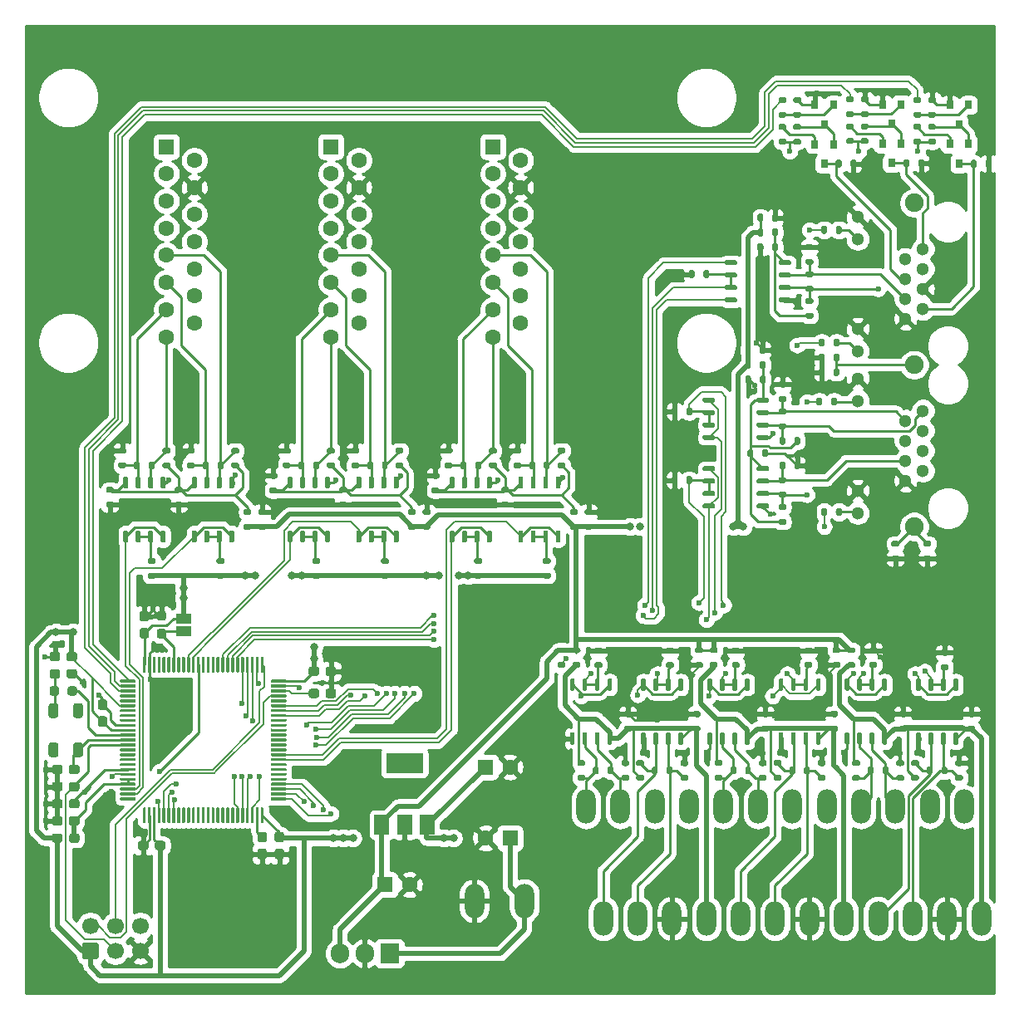
<source format=gbr>
%TF.GenerationSoftware,KiCad,Pcbnew,(5.1.9)-1*%
%TF.CreationDate,2021-06-23T22:51:48+02:00*%
%TF.ProjectId,EndatDecoder,456e6461-7444-4656-936f-6465722e6b69,rev?*%
%TF.SameCoordinates,Original*%
%TF.FileFunction,Copper,L1,Top*%
%TF.FilePolarity,Positive*%
%FSLAX46Y46*%
G04 Gerber Fmt 4.6, Leading zero omitted, Abs format (unit mm)*
G04 Created by KiCad (PCBNEW (5.1.9)-1) date 2021-06-23 22:51:48*
%MOMM*%
%LPD*%
G01*
G04 APERTURE LIST*
%TA.AperFunction,ComponentPad*%
%ADD10C,1.700000*%
%TD*%
%TA.AperFunction,SMDPad,CuDef*%
%ADD11R,0.800000X0.900000*%
%TD*%
%TA.AperFunction,ComponentPad*%
%ADD12O,2.000000X3.500000*%
%TD*%
%TA.AperFunction,ComponentPad*%
%ADD13C,1.600000*%
%TD*%
%TA.AperFunction,ComponentPad*%
%ADD14R,1.600000X1.600000*%
%TD*%
%TA.AperFunction,ComponentPad*%
%ADD15C,1.300000*%
%TD*%
%TA.AperFunction,ComponentPad*%
%ADD16C,1.900000*%
%TD*%
%TA.AperFunction,SMDPad,CuDef*%
%ADD17R,1.500000X1.000000*%
%TD*%
%TA.AperFunction,ComponentPad*%
%ADD18R,1.905000X2.000000*%
%TD*%
%TA.AperFunction,ComponentPad*%
%ADD19O,1.905000X2.000000*%
%TD*%
%TA.AperFunction,SMDPad,CuDef*%
%ADD20R,3.800000X2.000000*%
%TD*%
%TA.AperFunction,SMDPad,CuDef*%
%ADD21R,1.500000X2.000000*%
%TD*%
%TA.AperFunction,ViaPad*%
%ADD22C,0.600000*%
%TD*%
%TA.AperFunction,ViaPad*%
%ADD23C,0.800000*%
%TD*%
%TA.AperFunction,Conductor*%
%ADD24C,0.250000*%
%TD*%
%TA.AperFunction,Conductor*%
%ADD25C,0.500000*%
%TD*%
%TA.AperFunction,Conductor*%
%ADD26C,0.200000*%
%TD*%
%TA.AperFunction,Conductor*%
%ADD27C,0.254000*%
%TD*%
%TA.AperFunction,Conductor*%
%ADD28C,0.100000*%
%TD*%
G04 APERTURE END LIST*
%TO.P,U3,1*%
%TO.N,/SimpleMotionV2/STO1*%
%TA.AperFunction,SMDPad,CuDef*%
G36*
G01*
X60275000Y-147575000D02*
X60275000Y-147425000D01*
G75*
G02*
X60350000Y-147350000I75000J0D01*
G01*
X61800000Y-147350000D01*
G75*
G02*
X61875000Y-147425000I0J-75000D01*
G01*
X61875000Y-147575000D01*
G75*
G02*
X61800000Y-147650000I-75000J0D01*
G01*
X60350000Y-147650000D01*
G75*
G02*
X60275000Y-147575000I0J75000D01*
G01*
G37*
%TD.AperFunction*%
%TO.P,U3,2*%
%TO.N,/SimpleMotionV2/STO2*%
%TA.AperFunction,SMDPad,CuDef*%
G36*
G01*
X60275000Y-148075000D02*
X60275000Y-147925000D01*
G75*
G02*
X60350000Y-147850000I75000J0D01*
G01*
X61800000Y-147850000D01*
G75*
G02*
X61875000Y-147925000I0J-75000D01*
G01*
X61875000Y-148075000D01*
G75*
G02*
X61800000Y-148150000I-75000J0D01*
G01*
X60350000Y-148150000D01*
G75*
G02*
X60275000Y-148075000I0J75000D01*
G01*
G37*
%TD.AperFunction*%
%TO.P,U3,3*%
%TO.N,/SimpleMotionV2/EN*%
%TA.AperFunction,SMDPad,CuDef*%
G36*
G01*
X60275000Y-148575000D02*
X60275000Y-148425000D01*
G75*
G02*
X60350000Y-148350000I75000J0D01*
G01*
X61800000Y-148350000D01*
G75*
G02*
X61875000Y-148425000I0J-75000D01*
G01*
X61875000Y-148575000D01*
G75*
G02*
X61800000Y-148650000I-75000J0D01*
G01*
X60350000Y-148650000D01*
G75*
G02*
X60275000Y-148575000I0J75000D01*
G01*
G37*
%TD.AperFunction*%
%TO.P,U3,4*%
%TO.N,Net-(U3-Pad4)*%
%TA.AperFunction,SMDPad,CuDef*%
G36*
G01*
X60275000Y-149075000D02*
X60275000Y-148925000D01*
G75*
G02*
X60350000Y-148850000I75000J0D01*
G01*
X61800000Y-148850000D01*
G75*
G02*
X61875000Y-148925000I0J-75000D01*
G01*
X61875000Y-149075000D01*
G75*
G02*
X61800000Y-149150000I-75000J0D01*
G01*
X60350000Y-149150000D01*
G75*
G02*
X60275000Y-149075000I0J75000D01*
G01*
G37*
%TD.AperFunction*%
%TO.P,U3,5*%
%TO.N,Net-(U3-Pad5)*%
%TA.AperFunction,SMDPad,CuDef*%
G36*
G01*
X60275000Y-149575000D02*
X60275000Y-149425000D01*
G75*
G02*
X60350000Y-149350000I75000J0D01*
G01*
X61800000Y-149350000D01*
G75*
G02*
X61875000Y-149425000I0J-75000D01*
G01*
X61875000Y-149575000D01*
G75*
G02*
X61800000Y-149650000I-75000J0D01*
G01*
X60350000Y-149650000D01*
G75*
G02*
X60275000Y-149575000I0J75000D01*
G01*
G37*
%TD.AperFunction*%
%TO.P,U3,6*%
%TO.N,+3V3*%
%TA.AperFunction,SMDPad,CuDef*%
G36*
G01*
X60275000Y-150075000D02*
X60275000Y-149925000D01*
G75*
G02*
X60350000Y-149850000I75000J0D01*
G01*
X61800000Y-149850000D01*
G75*
G02*
X61875000Y-149925000I0J-75000D01*
G01*
X61875000Y-150075000D01*
G75*
G02*
X61800000Y-150150000I-75000J0D01*
G01*
X60350000Y-150150000D01*
G75*
G02*
X60275000Y-150075000I0J75000D01*
G01*
G37*
%TD.AperFunction*%
%TO.P,U3,7*%
%TO.N,Net-(U3-Pad7)*%
%TA.AperFunction,SMDPad,CuDef*%
G36*
G01*
X60275000Y-150575000D02*
X60275000Y-150425000D01*
G75*
G02*
X60350000Y-150350000I75000J0D01*
G01*
X61800000Y-150350000D01*
G75*
G02*
X61875000Y-150425000I0J-75000D01*
G01*
X61875000Y-150575000D01*
G75*
G02*
X61800000Y-150650000I-75000J0D01*
G01*
X60350000Y-150650000D01*
G75*
G02*
X60275000Y-150575000I0J75000D01*
G01*
G37*
%TD.AperFunction*%
%TO.P,U3,8*%
%TO.N,Net-(U3-Pad8)*%
%TA.AperFunction,SMDPad,CuDef*%
G36*
G01*
X60275000Y-151075000D02*
X60275000Y-150925000D01*
G75*
G02*
X60350000Y-150850000I75000J0D01*
G01*
X61800000Y-150850000D01*
G75*
G02*
X61875000Y-150925000I0J-75000D01*
G01*
X61875000Y-151075000D01*
G75*
G02*
X61800000Y-151150000I-75000J0D01*
G01*
X60350000Y-151150000D01*
G75*
G02*
X60275000Y-151075000I0J75000D01*
G01*
G37*
%TD.AperFunction*%
%TO.P,U3,9*%
%TO.N,Net-(U3-Pad9)*%
%TA.AperFunction,SMDPad,CuDef*%
G36*
G01*
X60275000Y-151575000D02*
X60275000Y-151425000D01*
G75*
G02*
X60350000Y-151350000I75000J0D01*
G01*
X61800000Y-151350000D01*
G75*
G02*
X61875000Y-151425000I0J-75000D01*
G01*
X61875000Y-151575000D01*
G75*
G02*
X61800000Y-151650000I-75000J0D01*
G01*
X60350000Y-151650000D01*
G75*
G02*
X60275000Y-151575000I0J75000D01*
G01*
G37*
%TD.AperFunction*%
%TO.P,U3,10*%
%TO.N,GND*%
%TA.AperFunction,SMDPad,CuDef*%
G36*
G01*
X60275000Y-152075000D02*
X60275000Y-151925000D01*
G75*
G02*
X60350000Y-151850000I75000J0D01*
G01*
X61800000Y-151850000D01*
G75*
G02*
X61875000Y-151925000I0J-75000D01*
G01*
X61875000Y-152075000D01*
G75*
G02*
X61800000Y-152150000I-75000J0D01*
G01*
X60350000Y-152150000D01*
G75*
G02*
X60275000Y-152075000I0J75000D01*
G01*
G37*
%TD.AperFunction*%
%TO.P,U3,11*%
%TO.N,+3V3*%
%TA.AperFunction,SMDPad,CuDef*%
G36*
G01*
X60275000Y-152575000D02*
X60275000Y-152425000D01*
G75*
G02*
X60350000Y-152350000I75000J0D01*
G01*
X61800000Y-152350000D01*
G75*
G02*
X61875000Y-152425000I0J-75000D01*
G01*
X61875000Y-152575000D01*
G75*
G02*
X61800000Y-152650000I-75000J0D01*
G01*
X60350000Y-152650000D01*
G75*
G02*
X60275000Y-152575000I0J75000D01*
G01*
G37*
%TD.AperFunction*%
%TO.P,U3,12*%
%TO.N,Net-(R2-Pad1)*%
%TA.AperFunction,SMDPad,CuDef*%
G36*
G01*
X60275000Y-153075000D02*
X60275000Y-152925000D01*
G75*
G02*
X60350000Y-152850000I75000J0D01*
G01*
X61800000Y-152850000D01*
G75*
G02*
X61875000Y-152925000I0J-75000D01*
G01*
X61875000Y-153075000D01*
G75*
G02*
X61800000Y-153150000I-75000J0D01*
G01*
X60350000Y-153150000D01*
G75*
G02*
X60275000Y-153075000I0J75000D01*
G01*
G37*
%TD.AperFunction*%
%TO.P,U3,13*%
%TO.N,Net-(C5-Pad1)*%
%TA.AperFunction,SMDPad,CuDef*%
G36*
G01*
X60275000Y-153575000D02*
X60275000Y-153425000D01*
G75*
G02*
X60350000Y-153350000I75000J0D01*
G01*
X61800000Y-153350000D01*
G75*
G02*
X61875000Y-153425000I0J-75000D01*
G01*
X61875000Y-153575000D01*
G75*
G02*
X61800000Y-153650000I-75000J0D01*
G01*
X60350000Y-153650000D01*
G75*
G02*
X60275000Y-153575000I0J75000D01*
G01*
G37*
%TD.AperFunction*%
%TO.P,U3,14*%
%TO.N,/controller/NRST*%
%TA.AperFunction,SMDPad,CuDef*%
G36*
G01*
X60275000Y-154075000D02*
X60275000Y-153925000D01*
G75*
G02*
X60350000Y-153850000I75000J0D01*
G01*
X61800000Y-153850000D01*
G75*
G02*
X61875000Y-153925000I0J-75000D01*
G01*
X61875000Y-154075000D01*
G75*
G02*
X61800000Y-154150000I-75000J0D01*
G01*
X60350000Y-154150000D01*
G75*
G02*
X60275000Y-154075000I0J75000D01*
G01*
G37*
%TD.AperFunction*%
%TO.P,U3,15*%
%TO.N,Net-(U3-Pad15)*%
%TA.AperFunction,SMDPad,CuDef*%
G36*
G01*
X60275000Y-154575000D02*
X60275000Y-154425000D01*
G75*
G02*
X60350000Y-154350000I75000J0D01*
G01*
X61800000Y-154350000D01*
G75*
G02*
X61875000Y-154425000I0J-75000D01*
G01*
X61875000Y-154575000D01*
G75*
G02*
X61800000Y-154650000I-75000J0D01*
G01*
X60350000Y-154650000D01*
G75*
G02*
X60275000Y-154575000I0J75000D01*
G01*
G37*
%TD.AperFunction*%
%TO.P,U3,16*%
%TO.N,Net-(U3-Pad16)*%
%TA.AperFunction,SMDPad,CuDef*%
G36*
G01*
X60275000Y-155075000D02*
X60275000Y-154925000D01*
G75*
G02*
X60350000Y-154850000I75000J0D01*
G01*
X61800000Y-154850000D01*
G75*
G02*
X61875000Y-154925000I0J-75000D01*
G01*
X61875000Y-155075000D01*
G75*
G02*
X61800000Y-155150000I-75000J0D01*
G01*
X60350000Y-155150000D01*
G75*
G02*
X60275000Y-155075000I0J75000D01*
G01*
G37*
%TD.AperFunction*%
%TO.P,U3,17*%
%TO.N,Net-(U3-Pad17)*%
%TA.AperFunction,SMDPad,CuDef*%
G36*
G01*
X60275000Y-155575000D02*
X60275000Y-155425000D01*
G75*
G02*
X60350000Y-155350000I75000J0D01*
G01*
X61800000Y-155350000D01*
G75*
G02*
X61875000Y-155425000I0J-75000D01*
G01*
X61875000Y-155575000D01*
G75*
G02*
X61800000Y-155650000I-75000J0D01*
G01*
X60350000Y-155650000D01*
G75*
G02*
X60275000Y-155575000I0J75000D01*
G01*
G37*
%TD.AperFunction*%
%TO.P,U3,18*%
%TO.N,Net-(U3-Pad18)*%
%TA.AperFunction,SMDPad,CuDef*%
G36*
G01*
X60275000Y-156075000D02*
X60275000Y-155925000D01*
G75*
G02*
X60350000Y-155850000I75000J0D01*
G01*
X61800000Y-155850000D01*
G75*
G02*
X61875000Y-155925000I0J-75000D01*
G01*
X61875000Y-156075000D01*
G75*
G02*
X61800000Y-156150000I-75000J0D01*
G01*
X60350000Y-156150000D01*
G75*
G02*
X60275000Y-156075000I0J75000D01*
G01*
G37*
%TD.AperFunction*%
%TO.P,U3,19*%
%TO.N,+3V3*%
%TA.AperFunction,SMDPad,CuDef*%
G36*
G01*
X60275000Y-156575000D02*
X60275000Y-156425000D01*
G75*
G02*
X60350000Y-156350000I75000J0D01*
G01*
X61800000Y-156350000D01*
G75*
G02*
X61875000Y-156425000I0J-75000D01*
G01*
X61875000Y-156575000D01*
G75*
G02*
X61800000Y-156650000I-75000J0D01*
G01*
X60350000Y-156650000D01*
G75*
G02*
X60275000Y-156575000I0J75000D01*
G01*
G37*
%TD.AperFunction*%
%TO.P,U3,20*%
%TO.N,GND*%
%TA.AperFunction,SMDPad,CuDef*%
G36*
G01*
X60275000Y-157075000D02*
X60275000Y-156925000D01*
G75*
G02*
X60350000Y-156850000I75000J0D01*
G01*
X61800000Y-156850000D01*
G75*
G02*
X61875000Y-156925000I0J-75000D01*
G01*
X61875000Y-157075000D01*
G75*
G02*
X61800000Y-157150000I-75000J0D01*
G01*
X60350000Y-157150000D01*
G75*
G02*
X60275000Y-157075000I0J75000D01*
G01*
G37*
%TD.AperFunction*%
%TO.P,U3,21*%
%TO.N,+3.3VA*%
%TA.AperFunction,SMDPad,CuDef*%
G36*
G01*
X60275000Y-157575000D02*
X60275000Y-157425000D01*
G75*
G02*
X60350000Y-157350000I75000J0D01*
G01*
X61800000Y-157350000D01*
G75*
G02*
X61875000Y-157425000I0J-75000D01*
G01*
X61875000Y-157575000D01*
G75*
G02*
X61800000Y-157650000I-75000J0D01*
G01*
X60350000Y-157650000D01*
G75*
G02*
X60275000Y-157575000I0J75000D01*
G01*
G37*
%TD.AperFunction*%
%TO.P,U3,22*%
%TA.AperFunction,SMDPad,CuDef*%
G36*
G01*
X60275000Y-158075000D02*
X60275000Y-157925000D01*
G75*
G02*
X60350000Y-157850000I75000J0D01*
G01*
X61800000Y-157850000D01*
G75*
G02*
X61875000Y-157925000I0J-75000D01*
G01*
X61875000Y-158075000D01*
G75*
G02*
X61800000Y-158150000I-75000J0D01*
G01*
X60350000Y-158150000D01*
G75*
G02*
X60275000Y-158075000I0J75000D01*
G01*
G37*
%TD.AperFunction*%
%TO.P,U3,23*%
%TO.N,/QuadOut1/A*%
%TA.AperFunction,SMDPad,CuDef*%
G36*
G01*
X60275000Y-158575000D02*
X60275000Y-158425000D01*
G75*
G02*
X60350000Y-158350000I75000J0D01*
G01*
X61800000Y-158350000D01*
G75*
G02*
X61875000Y-158425000I0J-75000D01*
G01*
X61875000Y-158575000D01*
G75*
G02*
X61800000Y-158650000I-75000J0D01*
G01*
X60350000Y-158650000D01*
G75*
G02*
X60275000Y-158575000I0J75000D01*
G01*
G37*
%TD.AperFunction*%
%TO.P,U3,24*%
%TO.N,/QuadOut1/B*%
%TA.AperFunction,SMDPad,CuDef*%
G36*
G01*
X60275000Y-159075000D02*
X60275000Y-158925000D01*
G75*
G02*
X60350000Y-158850000I75000J0D01*
G01*
X61800000Y-158850000D01*
G75*
G02*
X61875000Y-158925000I0J-75000D01*
G01*
X61875000Y-159075000D01*
G75*
G02*
X61800000Y-159150000I-75000J0D01*
G01*
X60350000Y-159150000D01*
G75*
G02*
X60275000Y-159075000I0J75000D01*
G01*
G37*
%TD.AperFunction*%
%TO.P,U3,25*%
%TO.N,/controller/UART2_TX*%
%TA.AperFunction,SMDPad,CuDef*%
G36*
G01*
X60275000Y-159575000D02*
X60275000Y-159425000D01*
G75*
G02*
X60350000Y-159350000I75000J0D01*
G01*
X61800000Y-159350000D01*
G75*
G02*
X61875000Y-159425000I0J-75000D01*
G01*
X61875000Y-159575000D01*
G75*
G02*
X61800000Y-159650000I-75000J0D01*
G01*
X60350000Y-159650000D01*
G75*
G02*
X60275000Y-159575000I0J75000D01*
G01*
G37*
%TD.AperFunction*%
%TO.P,U3,26*%
%TO.N,/controller/UART2_RX*%
%TA.AperFunction,SMDPad,CuDef*%
G36*
G01*
X62600000Y-161900000D02*
X62600000Y-160450000D01*
G75*
G02*
X62675000Y-160375000I75000J0D01*
G01*
X62825000Y-160375000D01*
G75*
G02*
X62900000Y-160450000I0J-75000D01*
G01*
X62900000Y-161900000D01*
G75*
G02*
X62825000Y-161975000I-75000J0D01*
G01*
X62675000Y-161975000D01*
G75*
G02*
X62600000Y-161900000I0J75000D01*
G01*
G37*
%TD.AperFunction*%
%TO.P,U3,27*%
%TO.N,GND*%
%TA.AperFunction,SMDPad,CuDef*%
G36*
G01*
X63100000Y-161900000D02*
X63100000Y-160450000D01*
G75*
G02*
X63175000Y-160375000I75000J0D01*
G01*
X63325000Y-160375000D01*
G75*
G02*
X63400000Y-160450000I0J-75000D01*
G01*
X63400000Y-161900000D01*
G75*
G02*
X63325000Y-161975000I-75000J0D01*
G01*
X63175000Y-161975000D01*
G75*
G02*
X63100000Y-161900000I0J75000D01*
G01*
G37*
%TD.AperFunction*%
%TO.P,U3,28*%
%TO.N,+3V3*%
%TA.AperFunction,SMDPad,CuDef*%
G36*
G01*
X63600000Y-161900000D02*
X63600000Y-160450000D01*
G75*
G02*
X63675000Y-160375000I75000J0D01*
G01*
X63825000Y-160375000D01*
G75*
G02*
X63900000Y-160450000I0J-75000D01*
G01*
X63900000Y-161900000D01*
G75*
G02*
X63825000Y-161975000I-75000J0D01*
G01*
X63675000Y-161975000D01*
G75*
G02*
X63600000Y-161900000I0J75000D01*
G01*
G37*
%TD.AperFunction*%
%TO.P,U3,29*%
%TO.N,/Endat1/MOSI_EN*%
%TA.AperFunction,SMDPad,CuDef*%
G36*
G01*
X64100000Y-161900000D02*
X64100000Y-160450000D01*
G75*
G02*
X64175000Y-160375000I75000J0D01*
G01*
X64325000Y-160375000D01*
G75*
G02*
X64400000Y-160450000I0J-75000D01*
G01*
X64400000Y-161900000D01*
G75*
G02*
X64325000Y-161975000I-75000J0D01*
G01*
X64175000Y-161975000D01*
G75*
G02*
X64100000Y-161900000I0J75000D01*
G01*
G37*
%TD.AperFunction*%
%TO.P,U3,30*%
%TO.N,/Endat1/CLK*%
%TA.AperFunction,SMDPad,CuDef*%
G36*
G01*
X64600000Y-161900000D02*
X64600000Y-160450000D01*
G75*
G02*
X64675000Y-160375000I75000J0D01*
G01*
X64825000Y-160375000D01*
G75*
G02*
X64900000Y-160450000I0J-75000D01*
G01*
X64900000Y-161900000D01*
G75*
G02*
X64825000Y-161975000I-75000J0D01*
G01*
X64675000Y-161975000D01*
G75*
G02*
X64600000Y-161900000I0J75000D01*
G01*
G37*
%TD.AperFunction*%
%TO.P,U3,31*%
%TO.N,/Endat1/CLK_EN*%
%TA.AperFunction,SMDPad,CuDef*%
G36*
G01*
X65100000Y-161900000D02*
X65100000Y-160450000D01*
G75*
G02*
X65175000Y-160375000I75000J0D01*
G01*
X65325000Y-160375000D01*
G75*
G02*
X65400000Y-160450000I0J-75000D01*
G01*
X65400000Y-161900000D01*
G75*
G02*
X65325000Y-161975000I-75000J0D01*
G01*
X65175000Y-161975000D01*
G75*
G02*
X65100000Y-161900000I0J75000D01*
G01*
G37*
%TD.AperFunction*%
%TO.P,U3,32*%
%TO.N,/Endat1/MOSI*%
%TA.AperFunction,SMDPad,CuDef*%
G36*
G01*
X65600000Y-161900000D02*
X65600000Y-160450000D01*
G75*
G02*
X65675000Y-160375000I75000J0D01*
G01*
X65825000Y-160375000D01*
G75*
G02*
X65900000Y-160450000I0J-75000D01*
G01*
X65900000Y-161900000D01*
G75*
G02*
X65825000Y-161975000I-75000J0D01*
G01*
X65675000Y-161975000D01*
G75*
G02*
X65600000Y-161900000I0J75000D01*
G01*
G37*
%TD.AperFunction*%
%TO.P,U3,33*%
%TO.N,/controller/SPI1_LD1*%
%TA.AperFunction,SMDPad,CuDef*%
G36*
G01*
X66100000Y-161900000D02*
X66100000Y-160450000D01*
G75*
G02*
X66175000Y-160375000I75000J0D01*
G01*
X66325000Y-160375000D01*
G75*
G02*
X66400000Y-160450000I0J-75000D01*
G01*
X66400000Y-161900000D01*
G75*
G02*
X66325000Y-161975000I-75000J0D01*
G01*
X66175000Y-161975000D01*
G75*
G02*
X66100000Y-161900000I0J75000D01*
G01*
G37*
%TD.AperFunction*%
%TO.P,U3,34*%
%TO.N,/controller/SPI1_LD2*%
%TA.AperFunction,SMDPad,CuDef*%
G36*
G01*
X66600000Y-161900000D02*
X66600000Y-160450000D01*
G75*
G02*
X66675000Y-160375000I75000J0D01*
G01*
X66825000Y-160375000D01*
G75*
G02*
X66900000Y-160450000I0J-75000D01*
G01*
X66900000Y-161900000D01*
G75*
G02*
X66825000Y-161975000I-75000J0D01*
G01*
X66675000Y-161975000D01*
G75*
G02*
X66600000Y-161900000I0J75000D01*
G01*
G37*
%TD.AperFunction*%
%TO.P,U3,35*%
%TO.N,Net-(U3-Pad35)*%
%TA.AperFunction,SMDPad,CuDef*%
G36*
G01*
X67100000Y-161900000D02*
X67100000Y-160450000D01*
G75*
G02*
X67175000Y-160375000I75000J0D01*
G01*
X67325000Y-160375000D01*
G75*
G02*
X67400000Y-160450000I0J-75000D01*
G01*
X67400000Y-161900000D01*
G75*
G02*
X67325000Y-161975000I-75000J0D01*
G01*
X67175000Y-161975000D01*
G75*
G02*
X67100000Y-161900000I0J75000D01*
G01*
G37*
%TD.AperFunction*%
%TO.P,U3,36*%
%TO.N,Net-(U3-Pad36)*%
%TA.AperFunction,SMDPad,CuDef*%
G36*
G01*
X67600000Y-161900000D02*
X67600000Y-160450000D01*
G75*
G02*
X67675000Y-160375000I75000J0D01*
G01*
X67825000Y-160375000D01*
G75*
G02*
X67900000Y-160450000I0J-75000D01*
G01*
X67900000Y-161900000D01*
G75*
G02*
X67825000Y-161975000I-75000J0D01*
G01*
X67675000Y-161975000D01*
G75*
G02*
X67600000Y-161900000I0J75000D01*
G01*
G37*
%TD.AperFunction*%
%TO.P,U3,37*%
%TO.N,Net-(U3-Pad37)*%
%TA.AperFunction,SMDPad,CuDef*%
G36*
G01*
X68100000Y-161900000D02*
X68100000Y-160450000D01*
G75*
G02*
X68175000Y-160375000I75000J0D01*
G01*
X68325000Y-160375000D01*
G75*
G02*
X68400000Y-160450000I0J-75000D01*
G01*
X68400000Y-161900000D01*
G75*
G02*
X68325000Y-161975000I-75000J0D01*
G01*
X68175000Y-161975000D01*
G75*
G02*
X68100000Y-161900000I0J75000D01*
G01*
G37*
%TD.AperFunction*%
%TO.P,U3,38*%
%TO.N,Net-(U3-Pad38)*%
%TA.AperFunction,SMDPad,CuDef*%
G36*
G01*
X68600000Y-161900000D02*
X68600000Y-160450000D01*
G75*
G02*
X68675000Y-160375000I75000J0D01*
G01*
X68825000Y-160375000D01*
G75*
G02*
X68900000Y-160450000I0J-75000D01*
G01*
X68900000Y-161900000D01*
G75*
G02*
X68825000Y-161975000I-75000J0D01*
G01*
X68675000Y-161975000D01*
G75*
G02*
X68600000Y-161900000I0J75000D01*
G01*
G37*
%TD.AperFunction*%
%TO.P,U3,39*%
%TO.N,Net-(U3-Pad39)*%
%TA.AperFunction,SMDPad,CuDef*%
G36*
G01*
X69100000Y-161900000D02*
X69100000Y-160450000D01*
G75*
G02*
X69175000Y-160375000I75000J0D01*
G01*
X69325000Y-160375000D01*
G75*
G02*
X69400000Y-160450000I0J-75000D01*
G01*
X69400000Y-161900000D01*
G75*
G02*
X69325000Y-161975000I-75000J0D01*
G01*
X69175000Y-161975000D01*
G75*
G02*
X69100000Y-161900000I0J75000D01*
G01*
G37*
%TD.AperFunction*%
%TO.P,U3,40*%
%TO.N,Net-(U3-Pad40)*%
%TA.AperFunction,SMDPad,CuDef*%
G36*
G01*
X69600000Y-161900000D02*
X69600000Y-160450000D01*
G75*
G02*
X69675000Y-160375000I75000J0D01*
G01*
X69825000Y-160375000D01*
G75*
G02*
X69900000Y-160450000I0J-75000D01*
G01*
X69900000Y-161900000D01*
G75*
G02*
X69825000Y-161975000I-75000J0D01*
G01*
X69675000Y-161975000D01*
G75*
G02*
X69600000Y-161900000I0J75000D01*
G01*
G37*
%TD.AperFunction*%
%TO.P,U3,41*%
%TO.N,Net-(U3-Pad41)*%
%TA.AperFunction,SMDPad,CuDef*%
G36*
G01*
X70100000Y-161900000D02*
X70100000Y-160450000D01*
G75*
G02*
X70175000Y-160375000I75000J0D01*
G01*
X70325000Y-160375000D01*
G75*
G02*
X70400000Y-160450000I0J-75000D01*
G01*
X70400000Y-161900000D01*
G75*
G02*
X70325000Y-161975000I-75000J0D01*
G01*
X70175000Y-161975000D01*
G75*
G02*
X70100000Y-161900000I0J75000D01*
G01*
G37*
%TD.AperFunction*%
%TO.P,U3,42*%
%TO.N,Net-(U3-Pad42)*%
%TA.AperFunction,SMDPad,CuDef*%
G36*
G01*
X70600000Y-161900000D02*
X70600000Y-160450000D01*
G75*
G02*
X70675000Y-160375000I75000J0D01*
G01*
X70825000Y-160375000D01*
G75*
G02*
X70900000Y-160450000I0J-75000D01*
G01*
X70900000Y-161900000D01*
G75*
G02*
X70825000Y-161975000I-75000J0D01*
G01*
X70675000Y-161975000D01*
G75*
G02*
X70600000Y-161900000I0J75000D01*
G01*
G37*
%TD.AperFunction*%
%TO.P,U3,43*%
%TO.N,Net-(U3-Pad43)*%
%TA.AperFunction,SMDPad,CuDef*%
G36*
G01*
X71100000Y-161900000D02*
X71100000Y-160450000D01*
G75*
G02*
X71175000Y-160375000I75000J0D01*
G01*
X71325000Y-160375000D01*
G75*
G02*
X71400000Y-160450000I0J-75000D01*
G01*
X71400000Y-161900000D01*
G75*
G02*
X71325000Y-161975000I-75000J0D01*
G01*
X71175000Y-161975000D01*
G75*
G02*
X71100000Y-161900000I0J75000D01*
G01*
G37*
%TD.AperFunction*%
%TO.P,U3,44*%
%TO.N,Net-(U3-Pad44)*%
%TA.AperFunction,SMDPad,CuDef*%
G36*
G01*
X71600000Y-161900000D02*
X71600000Y-160450000D01*
G75*
G02*
X71675000Y-160375000I75000J0D01*
G01*
X71825000Y-160375000D01*
G75*
G02*
X71900000Y-160450000I0J-75000D01*
G01*
X71900000Y-161900000D01*
G75*
G02*
X71825000Y-161975000I-75000J0D01*
G01*
X71675000Y-161975000D01*
G75*
G02*
X71600000Y-161900000I0J75000D01*
G01*
G37*
%TD.AperFunction*%
%TO.P,U3,45*%
%TO.N,/sserial_1/DIR2*%
%TA.AperFunction,SMDPad,CuDef*%
G36*
G01*
X72100000Y-161900000D02*
X72100000Y-160450000D01*
G75*
G02*
X72175000Y-160375000I75000J0D01*
G01*
X72325000Y-160375000D01*
G75*
G02*
X72400000Y-160450000I0J-75000D01*
G01*
X72400000Y-161900000D01*
G75*
G02*
X72325000Y-161975000I-75000J0D01*
G01*
X72175000Y-161975000D01*
G75*
G02*
X72100000Y-161900000I0J75000D01*
G01*
G37*
%TD.AperFunction*%
%TO.P,U3,46*%
%TO.N,/sserial_1/DIR1*%
%TA.AperFunction,SMDPad,CuDef*%
G36*
G01*
X72600000Y-161900000D02*
X72600000Y-160450000D01*
G75*
G02*
X72675000Y-160375000I75000J0D01*
G01*
X72825000Y-160375000D01*
G75*
G02*
X72900000Y-160450000I0J-75000D01*
G01*
X72900000Y-161900000D01*
G75*
G02*
X72825000Y-161975000I-75000J0D01*
G01*
X72675000Y-161975000D01*
G75*
G02*
X72600000Y-161900000I0J75000D01*
G01*
G37*
%TD.AperFunction*%
%TO.P,U3,47*%
%TO.N,/sserial_1/TX*%
%TA.AperFunction,SMDPad,CuDef*%
G36*
G01*
X73100000Y-161900000D02*
X73100000Y-160450000D01*
G75*
G02*
X73175000Y-160375000I75000J0D01*
G01*
X73325000Y-160375000D01*
G75*
G02*
X73400000Y-160450000I0J-75000D01*
G01*
X73400000Y-161900000D01*
G75*
G02*
X73325000Y-161975000I-75000J0D01*
G01*
X73175000Y-161975000D01*
G75*
G02*
X73100000Y-161900000I0J75000D01*
G01*
G37*
%TD.AperFunction*%
%TO.P,U3,48*%
%TO.N,/sserial_1/RX*%
%TA.AperFunction,SMDPad,CuDef*%
G36*
G01*
X73600000Y-161900000D02*
X73600000Y-160450000D01*
G75*
G02*
X73675000Y-160375000I75000J0D01*
G01*
X73825000Y-160375000D01*
G75*
G02*
X73900000Y-160450000I0J-75000D01*
G01*
X73900000Y-161900000D01*
G75*
G02*
X73825000Y-161975000I-75000J0D01*
G01*
X73675000Y-161975000D01*
G75*
G02*
X73600000Y-161900000I0J75000D01*
G01*
G37*
%TD.AperFunction*%
%TO.P,U3,49*%
%TO.N,Net-(C6-Pad1)*%
%TA.AperFunction,SMDPad,CuDef*%
G36*
G01*
X74100000Y-161900000D02*
X74100000Y-160450000D01*
G75*
G02*
X74175000Y-160375000I75000J0D01*
G01*
X74325000Y-160375000D01*
G75*
G02*
X74400000Y-160450000I0J-75000D01*
G01*
X74400000Y-161900000D01*
G75*
G02*
X74325000Y-161975000I-75000J0D01*
G01*
X74175000Y-161975000D01*
G75*
G02*
X74100000Y-161900000I0J75000D01*
G01*
G37*
%TD.AperFunction*%
%TO.P,U3,50*%
%TO.N,+3V3*%
%TA.AperFunction,SMDPad,CuDef*%
G36*
G01*
X74600000Y-161900000D02*
X74600000Y-160450000D01*
G75*
G02*
X74675000Y-160375000I75000J0D01*
G01*
X74825000Y-160375000D01*
G75*
G02*
X74900000Y-160450000I0J-75000D01*
G01*
X74900000Y-161900000D01*
G75*
G02*
X74825000Y-161975000I-75000J0D01*
G01*
X74675000Y-161975000D01*
G75*
G02*
X74600000Y-161900000I0J75000D01*
G01*
G37*
%TD.AperFunction*%
%TO.P,U3,51*%
%TO.N,/Endat2/MOSI_EN*%
%TA.AperFunction,SMDPad,CuDef*%
G36*
G01*
X75625000Y-159575000D02*
X75625000Y-159425000D01*
G75*
G02*
X75700000Y-159350000I75000J0D01*
G01*
X77150000Y-159350000D01*
G75*
G02*
X77225000Y-159425000I0J-75000D01*
G01*
X77225000Y-159575000D01*
G75*
G02*
X77150000Y-159650000I-75000J0D01*
G01*
X75700000Y-159650000D01*
G75*
G02*
X75625000Y-159575000I0J75000D01*
G01*
G37*
%TD.AperFunction*%
%TO.P,U3,52*%
%TO.N,/Endat2/CLK*%
%TA.AperFunction,SMDPad,CuDef*%
G36*
G01*
X75625000Y-159075000D02*
X75625000Y-158925000D01*
G75*
G02*
X75700000Y-158850000I75000J0D01*
G01*
X77150000Y-158850000D01*
G75*
G02*
X77225000Y-158925000I0J-75000D01*
G01*
X77225000Y-159075000D01*
G75*
G02*
X77150000Y-159150000I-75000J0D01*
G01*
X75700000Y-159150000D01*
G75*
G02*
X75625000Y-159075000I0J75000D01*
G01*
G37*
%TD.AperFunction*%
%TO.P,U3,53*%
%TO.N,/Endat2/CLK_EN*%
%TA.AperFunction,SMDPad,CuDef*%
G36*
G01*
X75625000Y-158575000D02*
X75625000Y-158425000D01*
G75*
G02*
X75700000Y-158350000I75000J0D01*
G01*
X77150000Y-158350000D01*
G75*
G02*
X77225000Y-158425000I0J-75000D01*
G01*
X77225000Y-158575000D01*
G75*
G02*
X77150000Y-158650000I-75000J0D01*
G01*
X75700000Y-158650000D01*
G75*
G02*
X75625000Y-158575000I0J75000D01*
G01*
G37*
%TD.AperFunction*%
%TO.P,U3,54*%
%TO.N,/Endat2/MOSI*%
%TA.AperFunction,SMDPad,CuDef*%
G36*
G01*
X75625000Y-158075000D02*
X75625000Y-157925000D01*
G75*
G02*
X75700000Y-157850000I75000J0D01*
G01*
X77150000Y-157850000D01*
G75*
G02*
X77225000Y-157925000I0J-75000D01*
G01*
X77225000Y-158075000D01*
G75*
G02*
X77150000Y-158150000I-75000J0D01*
G01*
X75700000Y-158150000D01*
G75*
G02*
X75625000Y-158075000I0J75000D01*
G01*
G37*
%TD.AperFunction*%
%TO.P,U3,55*%
%TO.N,/controller/SPI2_LD1*%
%TA.AperFunction,SMDPad,CuDef*%
G36*
G01*
X75625000Y-157575000D02*
X75625000Y-157425000D01*
G75*
G02*
X75700000Y-157350000I75000J0D01*
G01*
X77150000Y-157350000D01*
G75*
G02*
X77225000Y-157425000I0J-75000D01*
G01*
X77225000Y-157575000D01*
G75*
G02*
X77150000Y-157650000I-75000J0D01*
G01*
X75700000Y-157650000D01*
G75*
G02*
X75625000Y-157575000I0J75000D01*
G01*
G37*
%TD.AperFunction*%
%TO.P,U3,56*%
%TO.N,/controller/SPI2_LD2*%
%TA.AperFunction,SMDPad,CuDef*%
G36*
G01*
X75625000Y-157075000D02*
X75625000Y-156925000D01*
G75*
G02*
X75700000Y-156850000I75000J0D01*
G01*
X77150000Y-156850000D01*
G75*
G02*
X77225000Y-156925000I0J-75000D01*
G01*
X77225000Y-157075000D01*
G75*
G02*
X77150000Y-157150000I-75000J0D01*
G01*
X75700000Y-157150000D01*
G75*
G02*
X75625000Y-157075000I0J75000D01*
G01*
G37*
%TD.AperFunction*%
%TO.P,U3,57*%
%TO.N,Net-(U3-Pad57)*%
%TA.AperFunction,SMDPad,CuDef*%
G36*
G01*
X75625000Y-156575000D02*
X75625000Y-156425000D01*
G75*
G02*
X75700000Y-156350000I75000J0D01*
G01*
X77150000Y-156350000D01*
G75*
G02*
X77225000Y-156425000I0J-75000D01*
G01*
X77225000Y-156575000D01*
G75*
G02*
X77150000Y-156650000I-75000J0D01*
G01*
X75700000Y-156650000D01*
G75*
G02*
X75625000Y-156575000I0J75000D01*
G01*
G37*
%TD.AperFunction*%
%TO.P,U3,58*%
%TO.N,Net-(U3-Pad58)*%
%TA.AperFunction,SMDPad,CuDef*%
G36*
G01*
X75625000Y-156075000D02*
X75625000Y-155925000D01*
G75*
G02*
X75700000Y-155850000I75000J0D01*
G01*
X77150000Y-155850000D01*
G75*
G02*
X77225000Y-155925000I0J-75000D01*
G01*
X77225000Y-156075000D01*
G75*
G02*
X77150000Y-156150000I-75000J0D01*
G01*
X75700000Y-156150000D01*
G75*
G02*
X75625000Y-156075000I0J75000D01*
G01*
G37*
%TD.AperFunction*%
%TO.P,U3,59*%
%TO.N,/QuadOut3/A*%
%TA.AperFunction,SMDPad,CuDef*%
G36*
G01*
X75625000Y-155575000D02*
X75625000Y-155425000D01*
G75*
G02*
X75700000Y-155350000I75000J0D01*
G01*
X77150000Y-155350000D01*
G75*
G02*
X77225000Y-155425000I0J-75000D01*
G01*
X77225000Y-155575000D01*
G75*
G02*
X77150000Y-155650000I-75000J0D01*
G01*
X75700000Y-155650000D01*
G75*
G02*
X75625000Y-155575000I0J75000D01*
G01*
G37*
%TD.AperFunction*%
%TO.P,U3,60*%
%TO.N,/QuadOut3/B*%
%TA.AperFunction,SMDPad,CuDef*%
G36*
G01*
X75625000Y-155075000D02*
X75625000Y-154925000D01*
G75*
G02*
X75700000Y-154850000I75000J0D01*
G01*
X77150000Y-154850000D01*
G75*
G02*
X77225000Y-154925000I0J-75000D01*
G01*
X77225000Y-155075000D01*
G75*
G02*
X77150000Y-155150000I-75000J0D01*
G01*
X75700000Y-155150000D01*
G75*
G02*
X75625000Y-155075000I0J75000D01*
G01*
G37*
%TD.AperFunction*%
%TO.P,U3,61*%
%TO.N,Net-(U3-Pad61)*%
%TA.AperFunction,SMDPad,CuDef*%
G36*
G01*
X75625000Y-154575000D02*
X75625000Y-154425000D01*
G75*
G02*
X75700000Y-154350000I75000J0D01*
G01*
X77150000Y-154350000D01*
G75*
G02*
X77225000Y-154425000I0J-75000D01*
G01*
X77225000Y-154575000D01*
G75*
G02*
X77150000Y-154650000I-75000J0D01*
G01*
X75700000Y-154650000D01*
G75*
G02*
X75625000Y-154575000I0J75000D01*
G01*
G37*
%TD.AperFunction*%
%TO.P,U3,62*%
%TO.N,Net-(U3-Pad62)*%
%TA.AperFunction,SMDPad,CuDef*%
G36*
G01*
X75625000Y-154075000D02*
X75625000Y-153925000D01*
G75*
G02*
X75700000Y-153850000I75000J0D01*
G01*
X77150000Y-153850000D01*
G75*
G02*
X77225000Y-153925000I0J-75000D01*
G01*
X77225000Y-154075000D01*
G75*
G02*
X77150000Y-154150000I-75000J0D01*
G01*
X75700000Y-154150000D01*
G75*
G02*
X75625000Y-154075000I0J75000D01*
G01*
G37*
%TD.AperFunction*%
%TO.P,U3,63*%
%TO.N,Net-(U3-Pad63)*%
%TA.AperFunction,SMDPad,CuDef*%
G36*
G01*
X75625000Y-153575000D02*
X75625000Y-153425000D01*
G75*
G02*
X75700000Y-153350000I75000J0D01*
G01*
X77150000Y-153350000D01*
G75*
G02*
X77225000Y-153425000I0J-75000D01*
G01*
X77225000Y-153575000D01*
G75*
G02*
X77150000Y-153650000I-75000J0D01*
G01*
X75700000Y-153650000D01*
G75*
G02*
X75625000Y-153575000I0J75000D01*
G01*
G37*
%TD.AperFunction*%
%TO.P,U3,64*%
%TO.N,Net-(U3-Pad64)*%
%TA.AperFunction,SMDPad,CuDef*%
G36*
G01*
X75625000Y-153075000D02*
X75625000Y-152925000D01*
G75*
G02*
X75700000Y-152850000I75000J0D01*
G01*
X77150000Y-152850000D01*
G75*
G02*
X77225000Y-152925000I0J-75000D01*
G01*
X77225000Y-153075000D01*
G75*
G02*
X77150000Y-153150000I-75000J0D01*
G01*
X75700000Y-153150000D01*
G75*
G02*
X75625000Y-153075000I0J75000D01*
G01*
G37*
%TD.AperFunction*%
%TO.P,U3,65*%
%TO.N,Net-(U3-Pad65)*%
%TA.AperFunction,SMDPad,CuDef*%
G36*
G01*
X75625000Y-152575000D02*
X75625000Y-152425000D01*
G75*
G02*
X75700000Y-152350000I75000J0D01*
G01*
X77150000Y-152350000D01*
G75*
G02*
X77225000Y-152425000I0J-75000D01*
G01*
X77225000Y-152575000D01*
G75*
G02*
X77150000Y-152650000I-75000J0D01*
G01*
X75700000Y-152650000D01*
G75*
G02*
X75625000Y-152575000I0J75000D01*
G01*
G37*
%TD.AperFunction*%
%TO.P,U3,66*%
%TO.N,Net-(U3-Pad66)*%
%TA.AperFunction,SMDPad,CuDef*%
G36*
G01*
X75625000Y-152075000D02*
X75625000Y-151925000D01*
G75*
G02*
X75700000Y-151850000I75000J0D01*
G01*
X77150000Y-151850000D01*
G75*
G02*
X77225000Y-151925000I0J-75000D01*
G01*
X77225000Y-152075000D01*
G75*
G02*
X77150000Y-152150000I-75000J0D01*
G01*
X75700000Y-152150000D01*
G75*
G02*
X75625000Y-152075000I0J75000D01*
G01*
G37*
%TD.AperFunction*%
%TO.P,U3,67*%
%TO.N,Net-(U3-Pad67)*%
%TA.AperFunction,SMDPad,CuDef*%
G36*
G01*
X75625000Y-151575000D02*
X75625000Y-151425000D01*
G75*
G02*
X75700000Y-151350000I75000J0D01*
G01*
X77150000Y-151350000D01*
G75*
G02*
X77225000Y-151425000I0J-75000D01*
G01*
X77225000Y-151575000D01*
G75*
G02*
X77150000Y-151650000I-75000J0D01*
G01*
X75700000Y-151650000D01*
G75*
G02*
X75625000Y-151575000I0J75000D01*
G01*
G37*
%TD.AperFunction*%
%TO.P,U3,68*%
%TO.N,/SimpleMotionV2/TX*%
%TA.AperFunction,SMDPad,CuDef*%
G36*
G01*
X75625000Y-151075000D02*
X75625000Y-150925000D01*
G75*
G02*
X75700000Y-150850000I75000J0D01*
G01*
X77150000Y-150850000D01*
G75*
G02*
X77225000Y-150925000I0J-75000D01*
G01*
X77225000Y-151075000D01*
G75*
G02*
X77150000Y-151150000I-75000J0D01*
G01*
X75700000Y-151150000D01*
G75*
G02*
X75625000Y-151075000I0J75000D01*
G01*
G37*
%TD.AperFunction*%
%TO.P,U3,69*%
%TO.N,/SimpleMotionV2/RX*%
%TA.AperFunction,SMDPad,CuDef*%
G36*
G01*
X75625000Y-150575000D02*
X75625000Y-150425000D01*
G75*
G02*
X75700000Y-150350000I75000J0D01*
G01*
X77150000Y-150350000D01*
G75*
G02*
X77225000Y-150425000I0J-75000D01*
G01*
X77225000Y-150575000D01*
G75*
G02*
X77150000Y-150650000I-75000J0D01*
G01*
X75700000Y-150650000D01*
G75*
G02*
X75625000Y-150575000I0J75000D01*
G01*
G37*
%TD.AperFunction*%
%TO.P,U3,70*%
%TO.N,/SimpleMotionV2/DIR*%
%TA.AperFunction,SMDPad,CuDef*%
G36*
G01*
X75625000Y-150075000D02*
X75625000Y-149925000D01*
G75*
G02*
X75700000Y-149850000I75000J0D01*
G01*
X77150000Y-149850000D01*
G75*
G02*
X77225000Y-149925000I0J-75000D01*
G01*
X77225000Y-150075000D01*
G75*
G02*
X77150000Y-150150000I-75000J0D01*
G01*
X75700000Y-150150000D01*
G75*
G02*
X75625000Y-150075000I0J75000D01*
G01*
G37*
%TD.AperFunction*%
%TO.P,U3,71*%
%TO.N,Net-(U3-Pad71)*%
%TA.AperFunction,SMDPad,CuDef*%
G36*
G01*
X75625000Y-149575000D02*
X75625000Y-149425000D01*
G75*
G02*
X75700000Y-149350000I75000J0D01*
G01*
X77150000Y-149350000D01*
G75*
G02*
X77225000Y-149425000I0J-75000D01*
G01*
X77225000Y-149575000D01*
G75*
G02*
X77150000Y-149650000I-75000J0D01*
G01*
X75700000Y-149650000D01*
G75*
G02*
X75625000Y-149575000I0J75000D01*
G01*
G37*
%TD.AperFunction*%
%TO.P,U3,72*%
%TO.N,/controller/SWDIO*%
%TA.AperFunction,SMDPad,CuDef*%
G36*
G01*
X75625000Y-149075000D02*
X75625000Y-148925000D01*
G75*
G02*
X75700000Y-148850000I75000J0D01*
G01*
X77150000Y-148850000D01*
G75*
G02*
X77225000Y-148925000I0J-75000D01*
G01*
X77225000Y-149075000D01*
G75*
G02*
X77150000Y-149150000I-75000J0D01*
G01*
X75700000Y-149150000D01*
G75*
G02*
X75625000Y-149075000I0J75000D01*
G01*
G37*
%TD.AperFunction*%
%TO.P,U3,73*%
%TO.N,Net-(C7-Pad1)*%
%TA.AperFunction,SMDPad,CuDef*%
G36*
G01*
X75625000Y-148575000D02*
X75625000Y-148425000D01*
G75*
G02*
X75700000Y-148350000I75000J0D01*
G01*
X77150000Y-148350000D01*
G75*
G02*
X77225000Y-148425000I0J-75000D01*
G01*
X77225000Y-148575000D01*
G75*
G02*
X77150000Y-148650000I-75000J0D01*
G01*
X75700000Y-148650000D01*
G75*
G02*
X75625000Y-148575000I0J75000D01*
G01*
G37*
%TD.AperFunction*%
%TO.P,U3,74*%
%TO.N,GND*%
%TA.AperFunction,SMDPad,CuDef*%
G36*
G01*
X75625000Y-148075000D02*
X75625000Y-147925000D01*
G75*
G02*
X75700000Y-147850000I75000J0D01*
G01*
X77150000Y-147850000D01*
G75*
G02*
X77225000Y-147925000I0J-75000D01*
G01*
X77225000Y-148075000D01*
G75*
G02*
X77150000Y-148150000I-75000J0D01*
G01*
X75700000Y-148150000D01*
G75*
G02*
X75625000Y-148075000I0J75000D01*
G01*
G37*
%TD.AperFunction*%
%TO.P,U3,75*%
%TO.N,+3V3*%
%TA.AperFunction,SMDPad,CuDef*%
G36*
G01*
X75625000Y-147575000D02*
X75625000Y-147425000D01*
G75*
G02*
X75700000Y-147350000I75000J0D01*
G01*
X77150000Y-147350000D01*
G75*
G02*
X77225000Y-147425000I0J-75000D01*
G01*
X77225000Y-147575000D01*
G75*
G02*
X77150000Y-147650000I-75000J0D01*
G01*
X75700000Y-147650000D01*
G75*
G02*
X75625000Y-147575000I0J75000D01*
G01*
G37*
%TD.AperFunction*%
%TO.P,U3,76*%
%TO.N,/controller/SWCLK*%
%TA.AperFunction,SMDPad,CuDef*%
G36*
G01*
X74600000Y-146550000D02*
X74600000Y-145100000D01*
G75*
G02*
X74675000Y-145025000I75000J0D01*
G01*
X74825000Y-145025000D01*
G75*
G02*
X74900000Y-145100000I0J-75000D01*
G01*
X74900000Y-146550000D01*
G75*
G02*
X74825000Y-146625000I-75000J0D01*
G01*
X74675000Y-146625000D01*
G75*
G02*
X74600000Y-146550000I0J75000D01*
G01*
G37*
%TD.AperFunction*%
%TO.P,U3,77*%
%TO.N,/Endat3/MOSI_EN*%
%TA.AperFunction,SMDPad,CuDef*%
G36*
G01*
X74100000Y-146550000D02*
X74100000Y-145100000D01*
G75*
G02*
X74175000Y-145025000I75000J0D01*
G01*
X74325000Y-145025000D01*
G75*
G02*
X74400000Y-145100000I0J-75000D01*
G01*
X74400000Y-146550000D01*
G75*
G02*
X74325000Y-146625000I-75000J0D01*
G01*
X74175000Y-146625000D01*
G75*
G02*
X74100000Y-146550000I0J75000D01*
G01*
G37*
%TD.AperFunction*%
%TO.P,U3,78*%
%TO.N,/Endat3/CLK*%
%TA.AperFunction,SMDPad,CuDef*%
G36*
G01*
X73600000Y-146550000D02*
X73600000Y-145100000D01*
G75*
G02*
X73675000Y-145025000I75000J0D01*
G01*
X73825000Y-145025000D01*
G75*
G02*
X73900000Y-145100000I0J-75000D01*
G01*
X73900000Y-146550000D01*
G75*
G02*
X73825000Y-146625000I-75000J0D01*
G01*
X73675000Y-146625000D01*
G75*
G02*
X73600000Y-146550000I0J75000D01*
G01*
G37*
%TD.AperFunction*%
%TO.P,U3,79*%
%TO.N,/Endat3/CLK_EN*%
%TA.AperFunction,SMDPad,CuDef*%
G36*
G01*
X73100000Y-146550000D02*
X73100000Y-145100000D01*
G75*
G02*
X73175000Y-145025000I75000J0D01*
G01*
X73325000Y-145025000D01*
G75*
G02*
X73400000Y-145100000I0J-75000D01*
G01*
X73400000Y-146550000D01*
G75*
G02*
X73325000Y-146625000I-75000J0D01*
G01*
X73175000Y-146625000D01*
G75*
G02*
X73100000Y-146550000I0J75000D01*
G01*
G37*
%TD.AperFunction*%
%TO.P,U3,80*%
%TO.N,/Endat3/MOSI*%
%TA.AperFunction,SMDPad,CuDef*%
G36*
G01*
X72600000Y-146550000D02*
X72600000Y-145100000D01*
G75*
G02*
X72675000Y-145025000I75000J0D01*
G01*
X72825000Y-145025000D01*
G75*
G02*
X72900000Y-145100000I0J-75000D01*
G01*
X72900000Y-146550000D01*
G75*
G02*
X72825000Y-146625000I-75000J0D01*
G01*
X72675000Y-146625000D01*
G75*
G02*
X72600000Y-146550000I0J75000D01*
G01*
G37*
%TD.AperFunction*%
%TO.P,U3,81*%
%TO.N,/sserial_1/LD2*%
%TA.AperFunction,SMDPad,CuDef*%
G36*
G01*
X72100000Y-146550000D02*
X72100000Y-145100000D01*
G75*
G02*
X72175000Y-145025000I75000J0D01*
G01*
X72325000Y-145025000D01*
G75*
G02*
X72400000Y-145100000I0J-75000D01*
G01*
X72400000Y-146550000D01*
G75*
G02*
X72325000Y-146625000I-75000J0D01*
G01*
X72175000Y-146625000D01*
G75*
G02*
X72100000Y-146550000I0J75000D01*
G01*
G37*
%TD.AperFunction*%
%TO.P,U3,82*%
%TO.N,/sserial_1/LD1*%
%TA.AperFunction,SMDPad,CuDef*%
G36*
G01*
X71600000Y-146550000D02*
X71600000Y-145100000D01*
G75*
G02*
X71675000Y-145025000I75000J0D01*
G01*
X71825000Y-145025000D01*
G75*
G02*
X71900000Y-145100000I0J-75000D01*
G01*
X71900000Y-146550000D01*
G75*
G02*
X71825000Y-146625000I-75000J0D01*
G01*
X71675000Y-146625000D01*
G75*
G02*
X71600000Y-146550000I0J75000D01*
G01*
G37*
%TD.AperFunction*%
%TO.P,U3,83*%
%TO.N,/SimpleMotionV2/LD2*%
%TA.AperFunction,SMDPad,CuDef*%
G36*
G01*
X71100000Y-146550000D02*
X71100000Y-145100000D01*
G75*
G02*
X71175000Y-145025000I75000J0D01*
G01*
X71325000Y-145025000D01*
G75*
G02*
X71400000Y-145100000I0J-75000D01*
G01*
X71400000Y-146550000D01*
G75*
G02*
X71325000Y-146625000I-75000J0D01*
G01*
X71175000Y-146625000D01*
G75*
G02*
X71100000Y-146550000I0J75000D01*
G01*
G37*
%TD.AperFunction*%
%TO.P,U3,84*%
%TO.N,/SimpleMotionV2/LD1*%
%TA.AperFunction,SMDPad,CuDef*%
G36*
G01*
X70600000Y-146550000D02*
X70600000Y-145100000D01*
G75*
G02*
X70675000Y-145025000I75000J0D01*
G01*
X70825000Y-145025000D01*
G75*
G02*
X70900000Y-145100000I0J-75000D01*
G01*
X70900000Y-146550000D01*
G75*
G02*
X70825000Y-146625000I-75000J0D01*
G01*
X70675000Y-146625000D01*
G75*
G02*
X70600000Y-146550000I0J75000D01*
G01*
G37*
%TD.AperFunction*%
%TO.P,U3,85*%
%TO.N,Net-(U3-Pad85)*%
%TA.AperFunction,SMDPad,CuDef*%
G36*
G01*
X70100000Y-146550000D02*
X70100000Y-145100000D01*
G75*
G02*
X70175000Y-145025000I75000J0D01*
G01*
X70325000Y-145025000D01*
G75*
G02*
X70400000Y-145100000I0J-75000D01*
G01*
X70400000Y-146550000D01*
G75*
G02*
X70325000Y-146625000I-75000J0D01*
G01*
X70175000Y-146625000D01*
G75*
G02*
X70100000Y-146550000I0J75000D01*
G01*
G37*
%TD.AperFunction*%
%TO.P,U3,86*%
%TO.N,Net-(U3-Pad86)*%
%TA.AperFunction,SMDPad,CuDef*%
G36*
G01*
X69600000Y-146550000D02*
X69600000Y-145100000D01*
G75*
G02*
X69675000Y-145025000I75000J0D01*
G01*
X69825000Y-145025000D01*
G75*
G02*
X69900000Y-145100000I0J-75000D01*
G01*
X69900000Y-146550000D01*
G75*
G02*
X69825000Y-146625000I-75000J0D01*
G01*
X69675000Y-146625000D01*
G75*
G02*
X69600000Y-146550000I0J75000D01*
G01*
G37*
%TD.AperFunction*%
%TO.P,U3,87*%
%TO.N,Net-(U3-Pad87)*%
%TA.AperFunction,SMDPad,CuDef*%
G36*
G01*
X69100000Y-146550000D02*
X69100000Y-145100000D01*
G75*
G02*
X69175000Y-145025000I75000J0D01*
G01*
X69325000Y-145025000D01*
G75*
G02*
X69400000Y-145100000I0J-75000D01*
G01*
X69400000Y-146550000D01*
G75*
G02*
X69325000Y-146625000I-75000J0D01*
G01*
X69175000Y-146625000D01*
G75*
G02*
X69100000Y-146550000I0J75000D01*
G01*
G37*
%TD.AperFunction*%
%TO.P,U3,88*%
%TO.N,Net-(U3-Pad88)*%
%TA.AperFunction,SMDPad,CuDef*%
G36*
G01*
X68600000Y-146550000D02*
X68600000Y-145100000D01*
G75*
G02*
X68675000Y-145025000I75000J0D01*
G01*
X68825000Y-145025000D01*
G75*
G02*
X68900000Y-145100000I0J-75000D01*
G01*
X68900000Y-146550000D01*
G75*
G02*
X68825000Y-146625000I-75000J0D01*
G01*
X68675000Y-146625000D01*
G75*
G02*
X68600000Y-146550000I0J75000D01*
G01*
G37*
%TD.AperFunction*%
%TO.P,U3,89*%
%TO.N,/controller/SWO*%
%TA.AperFunction,SMDPad,CuDef*%
G36*
G01*
X68100000Y-146550000D02*
X68100000Y-145100000D01*
G75*
G02*
X68175000Y-145025000I75000J0D01*
G01*
X68325000Y-145025000D01*
G75*
G02*
X68400000Y-145100000I0J-75000D01*
G01*
X68400000Y-146550000D01*
G75*
G02*
X68325000Y-146625000I-75000J0D01*
G01*
X68175000Y-146625000D01*
G75*
G02*
X68100000Y-146550000I0J75000D01*
G01*
G37*
%TD.AperFunction*%
%TO.P,U3,90*%
%TO.N,/QuadOut2/A*%
%TA.AperFunction,SMDPad,CuDef*%
G36*
G01*
X67600000Y-146550000D02*
X67600000Y-145100000D01*
G75*
G02*
X67675000Y-145025000I75000J0D01*
G01*
X67825000Y-145025000D01*
G75*
G02*
X67900000Y-145100000I0J-75000D01*
G01*
X67900000Y-146550000D01*
G75*
G02*
X67825000Y-146625000I-75000J0D01*
G01*
X67675000Y-146625000D01*
G75*
G02*
X67600000Y-146550000I0J75000D01*
G01*
G37*
%TD.AperFunction*%
%TO.P,U3,91*%
%TO.N,/QuadOut2/B*%
%TA.AperFunction,SMDPad,CuDef*%
G36*
G01*
X67100000Y-146550000D02*
X67100000Y-145100000D01*
G75*
G02*
X67175000Y-145025000I75000J0D01*
G01*
X67325000Y-145025000D01*
G75*
G02*
X67400000Y-145100000I0J-75000D01*
G01*
X67400000Y-146550000D01*
G75*
G02*
X67325000Y-146625000I-75000J0D01*
G01*
X67175000Y-146625000D01*
G75*
G02*
X67100000Y-146550000I0J75000D01*
G01*
G37*
%TD.AperFunction*%
%TO.P,U3,92*%
%TO.N,Net-(U3-Pad92)*%
%TA.AperFunction,SMDPad,CuDef*%
G36*
G01*
X66600000Y-146550000D02*
X66600000Y-145100000D01*
G75*
G02*
X66675000Y-145025000I75000J0D01*
G01*
X66825000Y-145025000D01*
G75*
G02*
X66900000Y-145100000I0J-75000D01*
G01*
X66900000Y-146550000D01*
G75*
G02*
X66825000Y-146625000I-75000J0D01*
G01*
X66675000Y-146625000D01*
G75*
G02*
X66600000Y-146550000I0J75000D01*
G01*
G37*
%TD.AperFunction*%
%TO.P,U3,93*%
%TO.N,Net-(U3-Pad93)*%
%TA.AperFunction,SMDPad,CuDef*%
G36*
G01*
X66100000Y-146550000D02*
X66100000Y-145100000D01*
G75*
G02*
X66175000Y-145025000I75000J0D01*
G01*
X66325000Y-145025000D01*
G75*
G02*
X66400000Y-145100000I0J-75000D01*
G01*
X66400000Y-146550000D01*
G75*
G02*
X66325000Y-146625000I-75000J0D01*
G01*
X66175000Y-146625000D01*
G75*
G02*
X66100000Y-146550000I0J75000D01*
G01*
G37*
%TD.AperFunction*%
%TO.P,U3,94*%
%TO.N,Net-(JP1-Pad1)*%
%TA.AperFunction,SMDPad,CuDef*%
G36*
G01*
X65600000Y-146550000D02*
X65600000Y-145100000D01*
G75*
G02*
X65675000Y-145025000I75000J0D01*
G01*
X65825000Y-145025000D01*
G75*
G02*
X65900000Y-145100000I0J-75000D01*
G01*
X65900000Y-146550000D01*
G75*
G02*
X65825000Y-146625000I-75000J0D01*
G01*
X65675000Y-146625000D01*
G75*
G02*
X65600000Y-146550000I0J75000D01*
G01*
G37*
%TD.AperFunction*%
%TO.P,U3,95*%
%TO.N,Net-(U3-Pad95)*%
%TA.AperFunction,SMDPad,CuDef*%
G36*
G01*
X65100000Y-146550000D02*
X65100000Y-145100000D01*
G75*
G02*
X65175000Y-145025000I75000J0D01*
G01*
X65325000Y-145025000D01*
G75*
G02*
X65400000Y-145100000I0J-75000D01*
G01*
X65400000Y-146550000D01*
G75*
G02*
X65325000Y-146625000I-75000J0D01*
G01*
X65175000Y-146625000D01*
G75*
G02*
X65100000Y-146550000I0J75000D01*
G01*
G37*
%TD.AperFunction*%
%TO.P,U3,96*%
%TO.N,Net-(U3-Pad96)*%
%TA.AperFunction,SMDPad,CuDef*%
G36*
G01*
X64600000Y-146550000D02*
X64600000Y-145100000D01*
G75*
G02*
X64675000Y-145025000I75000J0D01*
G01*
X64825000Y-145025000D01*
G75*
G02*
X64900000Y-145100000I0J-75000D01*
G01*
X64900000Y-146550000D01*
G75*
G02*
X64825000Y-146625000I-75000J0D01*
G01*
X64675000Y-146625000D01*
G75*
G02*
X64600000Y-146550000I0J75000D01*
G01*
G37*
%TD.AperFunction*%
%TO.P,U3,97*%
%TO.N,Net-(U3-Pad97)*%
%TA.AperFunction,SMDPad,CuDef*%
G36*
G01*
X64100000Y-146550000D02*
X64100000Y-145100000D01*
G75*
G02*
X64175000Y-145025000I75000J0D01*
G01*
X64325000Y-145025000D01*
G75*
G02*
X64400000Y-145100000I0J-75000D01*
G01*
X64400000Y-146550000D01*
G75*
G02*
X64325000Y-146625000I-75000J0D01*
G01*
X64175000Y-146625000D01*
G75*
G02*
X64100000Y-146550000I0J75000D01*
G01*
G37*
%TD.AperFunction*%
%TO.P,U3,98*%
%TO.N,Net-(U3-Pad98)*%
%TA.AperFunction,SMDPad,CuDef*%
G36*
G01*
X63600000Y-146550000D02*
X63600000Y-145100000D01*
G75*
G02*
X63675000Y-145025000I75000J0D01*
G01*
X63825000Y-145025000D01*
G75*
G02*
X63900000Y-145100000I0J-75000D01*
G01*
X63900000Y-146550000D01*
G75*
G02*
X63825000Y-146625000I-75000J0D01*
G01*
X63675000Y-146625000D01*
G75*
G02*
X63600000Y-146550000I0J75000D01*
G01*
G37*
%TD.AperFunction*%
%TO.P,U3,99*%
%TO.N,GND*%
%TA.AperFunction,SMDPad,CuDef*%
G36*
G01*
X63100000Y-146550000D02*
X63100000Y-145100000D01*
G75*
G02*
X63175000Y-145025000I75000J0D01*
G01*
X63325000Y-145025000D01*
G75*
G02*
X63400000Y-145100000I0J-75000D01*
G01*
X63400000Y-146550000D01*
G75*
G02*
X63325000Y-146625000I-75000J0D01*
G01*
X63175000Y-146625000D01*
G75*
G02*
X63100000Y-146550000I0J75000D01*
G01*
G37*
%TD.AperFunction*%
%TO.P,U3,100*%
%TO.N,+3V3*%
%TA.AperFunction,SMDPad,CuDef*%
G36*
G01*
X62600000Y-146550000D02*
X62600000Y-145100000D01*
G75*
G02*
X62675000Y-145025000I75000J0D01*
G01*
X62825000Y-145025000D01*
G75*
G02*
X62900000Y-145100000I0J-75000D01*
G01*
X62900000Y-146550000D01*
G75*
G02*
X62825000Y-146625000I-75000J0D01*
G01*
X62675000Y-146625000D01*
G75*
G02*
X62600000Y-146550000I0J75000D01*
G01*
G37*
%TD.AperFunction*%
%TD*%
%TO.P,U7,8*%
%TO.N,Net-(C25-Pad1)*%
%TA.AperFunction,SMDPad,CuDef*%
G36*
G01*
X110405000Y-152850000D02*
X110405000Y-153850000D01*
G75*
G02*
X110280000Y-153975000I-125000J0D01*
G01*
X110030000Y-153975000D01*
G75*
G02*
X109905000Y-153850000I0J125000D01*
G01*
X109905000Y-152850000D01*
G75*
G02*
X110030000Y-152725000I125000J0D01*
G01*
X110280000Y-152725000D01*
G75*
G02*
X110405000Y-152850000I0J-125000D01*
G01*
G37*
%TD.AperFunction*%
%TO.P,U7,7*%
%TO.N,Net-(J4-Pad3)*%
%TA.AperFunction,SMDPad,CuDef*%
G36*
G01*
X109135000Y-152850000D02*
X109135000Y-153850000D01*
G75*
G02*
X109010000Y-153975000I-125000J0D01*
G01*
X108760000Y-153975000D01*
G75*
G02*
X108635000Y-153850000I0J125000D01*
G01*
X108635000Y-152850000D01*
G75*
G02*
X108760000Y-152725000I125000J0D01*
G01*
X109010000Y-152725000D01*
G75*
G02*
X109135000Y-152850000I0J-125000D01*
G01*
G37*
%TD.AperFunction*%
%TO.P,U7,6*%
%TO.N,Net-(J4-Pad1)*%
%TA.AperFunction,SMDPad,CuDef*%
G36*
G01*
X107865000Y-152850000D02*
X107865000Y-153850000D01*
G75*
G02*
X107740000Y-153975000I-125000J0D01*
G01*
X107490000Y-153975000D01*
G75*
G02*
X107365000Y-153850000I0J125000D01*
G01*
X107365000Y-152850000D01*
G75*
G02*
X107490000Y-152725000I125000J0D01*
G01*
X107740000Y-152725000D01*
G75*
G02*
X107865000Y-152850000I0J-125000D01*
G01*
G37*
%TD.AperFunction*%
%TO.P,U7,5*%
%TO.N,GND*%
%TA.AperFunction,SMDPad,CuDef*%
G36*
G01*
X106595000Y-152850000D02*
X106595000Y-153850000D01*
G75*
G02*
X106470000Y-153975000I-125000J0D01*
G01*
X106220000Y-153975000D01*
G75*
G02*
X106095000Y-153850000I0J125000D01*
G01*
X106095000Y-152850000D01*
G75*
G02*
X106220000Y-152725000I125000J0D01*
G01*
X106470000Y-152725000D01*
G75*
G02*
X106595000Y-152850000I0J-125000D01*
G01*
G37*
%TD.AperFunction*%
%TO.P,U7,4*%
%TO.N,/Endat1/CLK*%
%TA.AperFunction,SMDPad,CuDef*%
G36*
G01*
X106595000Y-147350000D02*
X106595000Y-148350000D01*
G75*
G02*
X106470000Y-148475000I-125000J0D01*
G01*
X106220000Y-148475000D01*
G75*
G02*
X106095000Y-148350000I0J125000D01*
G01*
X106095000Y-147350000D01*
G75*
G02*
X106220000Y-147225000I125000J0D01*
G01*
X106470000Y-147225000D01*
G75*
G02*
X106595000Y-147350000I0J-125000D01*
G01*
G37*
%TD.AperFunction*%
%TO.P,U7,3*%
%TO.N,/Endat1/CLK_EN*%
%TA.AperFunction,SMDPad,CuDef*%
G36*
G01*
X107865000Y-147350000D02*
X107865000Y-148350000D01*
G75*
G02*
X107740000Y-148475000I-125000J0D01*
G01*
X107490000Y-148475000D01*
G75*
G02*
X107365000Y-148350000I0J125000D01*
G01*
X107365000Y-147350000D01*
G75*
G02*
X107490000Y-147225000I125000J0D01*
G01*
X107740000Y-147225000D01*
G75*
G02*
X107865000Y-147350000I0J-125000D01*
G01*
G37*
%TD.AperFunction*%
%TO.P,U7,2*%
%TA.AperFunction,SMDPad,CuDef*%
G36*
G01*
X109135000Y-147350000D02*
X109135000Y-148350000D01*
G75*
G02*
X109010000Y-148475000I-125000J0D01*
G01*
X108760000Y-148475000D01*
G75*
G02*
X108635000Y-148350000I0J125000D01*
G01*
X108635000Y-147350000D01*
G75*
G02*
X108760000Y-147225000I125000J0D01*
G01*
X109010000Y-147225000D01*
G75*
G02*
X109135000Y-147350000I0J-125000D01*
G01*
G37*
%TD.AperFunction*%
%TO.P,U7,1*%
%TO.N,/Endat1/CLK*%
%TA.AperFunction,SMDPad,CuDef*%
G36*
G01*
X110405000Y-147350000D02*
X110405000Y-148350000D01*
G75*
G02*
X110280000Y-148475000I-125000J0D01*
G01*
X110030000Y-148475000D01*
G75*
G02*
X109905000Y-148350000I0J125000D01*
G01*
X109905000Y-147350000D01*
G75*
G02*
X110030000Y-147225000I125000J0D01*
G01*
X110280000Y-147225000D01*
G75*
G02*
X110405000Y-147350000I0J-125000D01*
G01*
G37*
%TD.AperFunction*%
%TD*%
%TO.P,R1,1*%
%TO.N,GND*%
%TA.AperFunction,SMDPad,CuDef*%
G36*
G01*
X64262500Y-140350000D02*
X64737500Y-140350000D01*
G75*
G02*
X64975000Y-140587500I0J-237500D01*
G01*
X64975000Y-141087500D01*
G75*
G02*
X64737500Y-141325000I-237500J0D01*
G01*
X64262500Y-141325000D01*
G75*
G02*
X64025000Y-141087500I0J237500D01*
G01*
X64025000Y-140587500D01*
G75*
G02*
X64262500Y-140350000I237500J0D01*
G01*
G37*
%TD.AperFunction*%
%TO.P,R1,2*%
%TO.N,Net-(JP1-Pad1)*%
%TA.AperFunction,SMDPad,CuDef*%
G36*
G01*
X64262500Y-142175000D02*
X64737500Y-142175000D01*
G75*
G02*
X64975000Y-142412500I0J-237500D01*
G01*
X64975000Y-142912500D01*
G75*
G02*
X64737500Y-143150000I-237500J0D01*
G01*
X64262500Y-143150000D01*
G75*
G02*
X64025000Y-142912500I0J237500D01*
G01*
X64025000Y-142412500D01*
G75*
G02*
X64262500Y-142175000I237500J0D01*
G01*
G37*
%TD.AperFunction*%
%TD*%
%TO.P,C7,2*%
%TO.N,GND*%
%TA.AperFunction,SMDPad,CuDef*%
G36*
G01*
X81212500Y-148987500D02*
X81212500Y-148512500D01*
G75*
G02*
X81450000Y-148275000I237500J0D01*
G01*
X82050000Y-148275000D01*
G75*
G02*
X82287500Y-148512500I0J-237500D01*
G01*
X82287500Y-148987500D01*
G75*
G02*
X82050000Y-149225000I-237500J0D01*
G01*
X81450000Y-149225000D01*
G75*
G02*
X81212500Y-148987500I0J237500D01*
G01*
G37*
%TD.AperFunction*%
%TO.P,C7,1*%
%TO.N,Net-(C7-Pad1)*%
%TA.AperFunction,SMDPad,CuDef*%
G36*
G01*
X79487500Y-148987500D02*
X79487500Y-148512500D01*
G75*
G02*
X79725000Y-148275000I237500J0D01*
G01*
X80325000Y-148275000D01*
G75*
G02*
X80562500Y-148512500I0J-237500D01*
G01*
X80562500Y-148987500D01*
G75*
G02*
X80325000Y-149225000I-237500J0D01*
G01*
X79725000Y-149225000D01*
G75*
G02*
X79487500Y-148987500I0J237500D01*
G01*
G37*
%TD.AperFunction*%
%TD*%
%TO.P,C6,2*%
%TO.N,GND*%
%TA.AperFunction,SMDPad,CuDef*%
G36*
G01*
X74512500Y-164575000D02*
X74987500Y-164575000D01*
G75*
G02*
X75225000Y-164812500I0J-237500D01*
G01*
X75225000Y-165412500D01*
G75*
G02*
X74987500Y-165650000I-237500J0D01*
G01*
X74512500Y-165650000D01*
G75*
G02*
X74275000Y-165412500I0J237500D01*
G01*
X74275000Y-164812500D01*
G75*
G02*
X74512500Y-164575000I237500J0D01*
G01*
G37*
%TD.AperFunction*%
%TO.P,C6,1*%
%TO.N,Net-(C6-Pad1)*%
%TA.AperFunction,SMDPad,CuDef*%
G36*
G01*
X74512500Y-162850000D02*
X74987500Y-162850000D01*
G75*
G02*
X75225000Y-163087500I0J-237500D01*
G01*
X75225000Y-163687500D01*
G75*
G02*
X74987500Y-163925000I-237500J0D01*
G01*
X74512500Y-163925000D01*
G75*
G02*
X74275000Y-163687500I0J237500D01*
G01*
X74275000Y-163087500D01*
G75*
G02*
X74512500Y-162850000I237500J0D01*
G01*
G37*
%TD.AperFunction*%
%TD*%
D10*
%TO.P,J13,6*%
%TO.N,/controller/SWO*%
X62330000Y-172460000D03*
%TO.P,J13,4*%
%TO.N,/controller/SWCLK*%
X59790000Y-172460000D03*
%TO.P,J13,2*%
%TO.N,/controller/SWDIO*%
X57250000Y-172460000D03*
%TO.P,J13,5*%
%TO.N,GND*%
X62330000Y-175000000D03*
%TO.P,J13,3*%
%TO.N,/controller/NRST*%
X59790000Y-175000000D03*
%TO.P,J13,1*%
%TO.N,+3V3*%
%TA.AperFunction,ComponentPad*%
G36*
G01*
X57850000Y-175850000D02*
X56650000Y-175850000D01*
G75*
G02*
X56400000Y-175600000I0J250000D01*
G01*
X56400000Y-174400000D01*
G75*
G02*
X56650000Y-174150000I250000J0D01*
G01*
X57850000Y-174150000D01*
G75*
G02*
X58100000Y-174400000I0J-250000D01*
G01*
X58100000Y-175600000D01*
G75*
G02*
X57850000Y-175850000I-250000J0D01*
G01*
G37*
%TD.AperFunction*%
%TD*%
%TO.P,R43,2*%
%TO.N,/SimpleMotionV2/LD2*%
%TA.AperFunction,SMDPad,CuDef*%
G36*
G01*
X132045000Y-112747500D02*
X132045000Y-113252500D01*
G75*
G02*
X131897500Y-113400000I-147500J0D01*
G01*
X131602500Y-113400000D01*
G75*
G02*
X131455000Y-113252500I0J147500D01*
G01*
X131455000Y-112747500D01*
G75*
G02*
X131602500Y-112600000I147500J0D01*
G01*
X131897500Y-112600000D01*
G75*
G02*
X132045000Y-112747500I0J-147500D01*
G01*
G37*
%TD.AperFunction*%
%TO.P,R43,1*%
%TO.N,Net-(J3-Pad10)*%
%TA.AperFunction,SMDPad,CuDef*%
G36*
G01*
X133545000Y-112747500D02*
X133545000Y-113252500D01*
G75*
G02*
X133397500Y-113400000I-147500J0D01*
G01*
X133102500Y-113400000D01*
G75*
G02*
X132955000Y-113252500I0J147500D01*
G01*
X132955000Y-112747500D01*
G75*
G02*
X133102500Y-112600000I147500J0D01*
G01*
X133397500Y-112600000D01*
G75*
G02*
X133545000Y-112747500I0J-147500D01*
G01*
G37*
%TD.AperFunction*%
%TD*%
%TO.P,R34,2*%
%TO.N,/SimpleMotionV2/LD1*%
%TA.AperFunction,SMDPad,CuDef*%
G36*
G01*
X132295000Y-101247500D02*
X132295000Y-101752500D01*
G75*
G02*
X132147500Y-101900000I-147500J0D01*
G01*
X131852500Y-101900000D01*
G75*
G02*
X131705000Y-101752500I0J147500D01*
G01*
X131705000Y-101247500D01*
G75*
G02*
X131852500Y-101100000I147500J0D01*
G01*
X132147500Y-101100000D01*
G75*
G02*
X132295000Y-101247500I0J-147500D01*
G01*
G37*
%TD.AperFunction*%
%TO.P,R34,1*%
%TO.N,Net-(J3-Pad12)*%
%TA.AperFunction,SMDPad,CuDef*%
G36*
G01*
X133795000Y-101247500D02*
X133795000Y-101752500D01*
G75*
G02*
X133647500Y-101900000I-147500J0D01*
G01*
X133352500Y-101900000D01*
G75*
G02*
X133205000Y-101752500I0J147500D01*
G01*
X133205000Y-101247500D01*
G75*
G02*
X133352500Y-101100000I147500J0D01*
G01*
X133647500Y-101100000D01*
G75*
G02*
X133795000Y-101247500I0J-147500D01*
G01*
G37*
%TD.AperFunction*%
%TD*%
%TO.P,R33,2*%
%TO.N,/sserial_1/LD2*%
%TA.AperFunction,SMDPad,CuDef*%
G36*
G01*
X132295000Y-129997500D02*
X132295000Y-130502500D01*
G75*
G02*
X132147500Y-130650000I-147500J0D01*
G01*
X131852500Y-130650000D01*
G75*
G02*
X131705000Y-130502500I0J147500D01*
G01*
X131705000Y-129997500D01*
G75*
G02*
X131852500Y-129850000I147500J0D01*
G01*
X132147500Y-129850000D01*
G75*
G02*
X132295000Y-129997500I0J-147500D01*
G01*
G37*
%TD.AperFunction*%
%TO.P,R33,1*%
%TO.N,Net-(J2-Pad10)*%
%TA.AperFunction,SMDPad,CuDef*%
G36*
G01*
X133795000Y-129997500D02*
X133795000Y-130502500D01*
G75*
G02*
X133647500Y-130650000I-147500J0D01*
G01*
X133352500Y-130650000D01*
G75*
G02*
X133205000Y-130502500I0J147500D01*
G01*
X133205000Y-129997500D01*
G75*
G02*
X133352500Y-129850000I147500J0D01*
G01*
X133647500Y-129850000D01*
G75*
G02*
X133795000Y-129997500I0J-147500D01*
G01*
G37*
%TD.AperFunction*%
%TD*%
%TO.P,R32,2*%
%TO.N,/sserial_1/LD1*%
%TA.AperFunction,SMDPad,CuDef*%
G36*
G01*
X131795000Y-118747500D02*
X131795000Y-119252500D01*
G75*
G02*
X131647500Y-119400000I-147500J0D01*
G01*
X131352500Y-119400000D01*
G75*
G02*
X131205000Y-119252500I0J147500D01*
G01*
X131205000Y-118747500D01*
G75*
G02*
X131352500Y-118600000I147500J0D01*
G01*
X131647500Y-118600000D01*
G75*
G02*
X131795000Y-118747500I0J-147500D01*
G01*
G37*
%TD.AperFunction*%
%TO.P,R32,1*%
%TO.N,Net-(J2-Pad12)*%
%TA.AperFunction,SMDPad,CuDef*%
G36*
G01*
X133295000Y-118747500D02*
X133295000Y-119252500D01*
G75*
G02*
X133147500Y-119400000I-147500J0D01*
G01*
X132852500Y-119400000D01*
G75*
G02*
X132705000Y-119252500I0J147500D01*
G01*
X132705000Y-118747500D01*
G75*
G02*
X132852500Y-118600000I147500J0D01*
G01*
X133147500Y-118600000D01*
G75*
G02*
X133295000Y-118747500I0J-147500D01*
G01*
G37*
%TD.AperFunction*%
%TD*%
%TO.P,R31,2*%
%TO.N,GND*%
%TA.AperFunction,SMDPad,CuDef*%
G36*
G01*
X148439999Y-94994000D02*
X148439999Y-94489000D01*
G75*
G02*
X148587499Y-94341500I147500J0D01*
G01*
X148882499Y-94341500D01*
G75*
G02*
X149029999Y-94489000I0J-147500D01*
G01*
X149029999Y-94994000D01*
G75*
G02*
X148882499Y-95141500I-147500J0D01*
G01*
X148587499Y-95141500D01*
G75*
G02*
X148439999Y-94994000I0J147500D01*
G01*
G37*
%TD.AperFunction*%
%TO.P,R31,1*%
%TO.N,/SimpleMotionV2/EN_24*%
%TA.AperFunction,SMDPad,CuDef*%
G36*
G01*
X146939999Y-94994000D02*
X146939999Y-94489000D01*
G75*
G02*
X147087499Y-94341500I147500J0D01*
G01*
X147382499Y-94341500D01*
G75*
G02*
X147529999Y-94489000I0J-147500D01*
G01*
X147529999Y-94994000D01*
G75*
G02*
X147382499Y-95141500I-147500J0D01*
G01*
X147087499Y-95141500D01*
G75*
G02*
X146939999Y-94994000I0J147500D01*
G01*
G37*
%TD.AperFunction*%
%TD*%
%TO.P,R30,2*%
%TO.N,Net-(Q6-Pad2)*%
%TA.AperFunction,SMDPad,CuDef*%
G36*
G01*
X141737499Y-91286500D02*
X141232499Y-91286500D01*
G75*
G02*
X141084999Y-91139000I0J147500D01*
G01*
X141084999Y-90844000D01*
G75*
G02*
X141232499Y-90696500I147500J0D01*
G01*
X141737499Y-90696500D01*
G75*
G02*
X141884999Y-90844000I0J-147500D01*
G01*
X141884999Y-91139000D01*
G75*
G02*
X141737499Y-91286500I-147500J0D01*
G01*
G37*
%TD.AperFunction*%
%TO.P,R30,1*%
%TO.N,+24V*%
%TA.AperFunction,SMDPad,CuDef*%
G36*
G01*
X141737499Y-92786500D02*
X141232499Y-92786500D01*
G75*
G02*
X141084999Y-92639000I0J147500D01*
G01*
X141084999Y-92344000D01*
G75*
G02*
X141232499Y-92196500I147500J0D01*
G01*
X141737499Y-92196500D01*
G75*
G02*
X141884999Y-92344000I0J-147500D01*
G01*
X141884999Y-92639000D01*
G75*
G02*
X141737499Y-92786500I-147500J0D01*
G01*
G37*
%TD.AperFunction*%
%TD*%
%TO.P,R29,2*%
%TO.N,Net-(Q5-Pad3)*%
%TA.AperFunction,SMDPad,CuDef*%
G36*
G01*
X143237499Y-91286500D02*
X142732499Y-91286500D01*
G75*
G02*
X142584999Y-91139000I0J147500D01*
G01*
X142584999Y-90844000D01*
G75*
G02*
X142732499Y-90696500I147500J0D01*
G01*
X143237499Y-90696500D01*
G75*
G02*
X143384999Y-90844000I0J-147500D01*
G01*
X143384999Y-91139000D01*
G75*
G02*
X143237499Y-91286500I-147500J0D01*
G01*
G37*
%TD.AperFunction*%
%TO.P,R29,1*%
%TO.N,+24V*%
%TA.AperFunction,SMDPad,CuDef*%
G36*
G01*
X143237499Y-92786500D02*
X142732499Y-92786500D01*
G75*
G02*
X142584999Y-92639000I0J147500D01*
G01*
X142584999Y-92344000D01*
G75*
G02*
X142732499Y-92196500I147500J0D01*
G01*
X143237499Y-92196500D01*
G75*
G02*
X143384999Y-92344000I0J-147500D01*
G01*
X143384999Y-92639000D01*
G75*
G02*
X143237499Y-92786500I-147500J0D01*
G01*
G37*
%TD.AperFunction*%
%TD*%
%TO.P,R28,2*%
%TO.N,GND*%
%TA.AperFunction,SMDPad,CuDef*%
G36*
G01*
X143237499Y-88536500D02*
X142732499Y-88536500D01*
G75*
G02*
X142584999Y-88389000I0J147500D01*
G01*
X142584999Y-88094000D01*
G75*
G02*
X142732499Y-87946500I147500J0D01*
G01*
X143237499Y-87946500D01*
G75*
G02*
X143384999Y-88094000I0J-147500D01*
G01*
X143384999Y-88389000D01*
G75*
G02*
X143237499Y-88536500I-147500J0D01*
G01*
G37*
%TD.AperFunction*%
%TO.P,R28,1*%
%TO.N,Net-(Q5-Pad1)*%
%TA.AperFunction,SMDPad,CuDef*%
G36*
G01*
X143237499Y-90036500D02*
X142732499Y-90036500D01*
G75*
G02*
X142584999Y-89889000I0J147500D01*
G01*
X142584999Y-89594000D01*
G75*
G02*
X142732499Y-89446500I147500J0D01*
G01*
X143237499Y-89446500D01*
G75*
G02*
X143384999Y-89594000I0J-147500D01*
G01*
X143384999Y-89889000D01*
G75*
G02*
X143237499Y-90036500I-147500J0D01*
G01*
G37*
%TD.AperFunction*%
%TD*%
%TO.P,R27,2*%
%TO.N,/SimpleMotionV2/EN*%
%TA.AperFunction,SMDPad,CuDef*%
G36*
G01*
X141737499Y-88536500D02*
X141232499Y-88536500D01*
G75*
G02*
X141084999Y-88389000I0J147500D01*
G01*
X141084999Y-88094000D01*
G75*
G02*
X141232499Y-87946500I147500J0D01*
G01*
X141737499Y-87946500D01*
G75*
G02*
X141884999Y-88094000I0J-147500D01*
G01*
X141884999Y-88389000D01*
G75*
G02*
X141737499Y-88536500I-147500J0D01*
G01*
G37*
%TD.AperFunction*%
%TO.P,R27,1*%
%TO.N,Net-(Q5-Pad1)*%
%TA.AperFunction,SMDPad,CuDef*%
G36*
G01*
X141737499Y-90036500D02*
X141232499Y-90036500D01*
G75*
G02*
X141084999Y-89889000I0J147500D01*
G01*
X141084999Y-89594000D01*
G75*
G02*
X141232499Y-89446500I147500J0D01*
G01*
X141737499Y-89446500D01*
G75*
G02*
X141884999Y-89594000I0J-147500D01*
G01*
X141884999Y-89889000D01*
G75*
G02*
X141737499Y-90036500I-147500J0D01*
G01*
G37*
%TD.AperFunction*%
%TD*%
%TO.P,R26,2*%
%TO.N,GND*%
%TA.AperFunction,SMDPad,CuDef*%
G36*
G01*
X141579999Y-94944000D02*
X141579999Y-94439000D01*
G75*
G02*
X141727499Y-94291500I147500J0D01*
G01*
X142022499Y-94291500D01*
G75*
G02*
X142169999Y-94439000I0J-147500D01*
G01*
X142169999Y-94944000D01*
G75*
G02*
X142022499Y-95091500I-147500J0D01*
G01*
X141727499Y-95091500D01*
G75*
G02*
X141579999Y-94944000I0J147500D01*
G01*
G37*
%TD.AperFunction*%
%TO.P,R26,1*%
%TO.N,/SimpleMotionV2/STO2_24*%
%TA.AperFunction,SMDPad,CuDef*%
G36*
G01*
X140079999Y-94944000D02*
X140079999Y-94439000D01*
G75*
G02*
X140227499Y-94291500I147500J0D01*
G01*
X140522499Y-94291500D01*
G75*
G02*
X140669999Y-94439000I0J-147500D01*
G01*
X140669999Y-94944000D01*
G75*
G02*
X140522499Y-95091500I-147500J0D01*
G01*
X140227499Y-95091500D01*
G75*
G02*
X140079999Y-94944000I0J147500D01*
G01*
G37*
%TD.AperFunction*%
%TD*%
%TO.P,R25,2*%
%TO.N,Net-(Q4-Pad2)*%
%TA.AperFunction,SMDPad,CuDef*%
G36*
G01*
X134877499Y-91236500D02*
X134372499Y-91236500D01*
G75*
G02*
X134224999Y-91089000I0J147500D01*
G01*
X134224999Y-90794000D01*
G75*
G02*
X134372499Y-90646500I147500J0D01*
G01*
X134877499Y-90646500D01*
G75*
G02*
X135024999Y-90794000I0J-147500D01*
G01*
X135024999Y-91089000D01*
G75*
G02*
X134877499Y-91236500I-147500J0D01*
G01*
G37*
%TD.AperFunction*%
%TO.P,R25,1*%
%TO.N,+24V*%
%TA.AperFunction,SMDPad,CuDef*%
G36*
G01*
X134877499Y-92736500D02*
X134372499Y-92736500D01*
G75*
G02*
X134224999Y-92589000I0J147500D01*
G01*
X134224999Y-92294000D01*
G75*
G02*
X134372499Y-92146500I147500J0D01*
G01*
X134877499Y-92146500D01*
G75*
G02*
X135024999Y-92294000I0J-147500D01*
G01*
X135024999Y-92589000D01*
G75*
G02*
X134877499Y-92736500I-147500J0D01*
G01*
G37*
%TD.AperFunction*%
%TD*%
%TO.P,R23,2*%
%TO.N,Net-(Q3-Pad3)*%
%TA.AperFunction,SMDPad,CuDef*%
G36*
G01*
X136377499Y-91236500D02*
X135872499Y-91236500D01*
G75*
G02*
X135724999Y-91089000I0J147500D01*
G01*
X135724999Y-90794000D01*
G75*
G02*
X135872499Y-90646500I147500J0D01*
G01*
X136377499Y-90646500D01*
G75*
G02*
X136524999Y-90794000I0J-147500D01*
G01*
X136524999Y-91089000D01*
G75*
G02*
X136377499Y-91236500I-147500J0D01*
G01*
G37*
%TD.AperFunction*%
%TO.P,R23,1*%
%TO.N,+24V*%
%TA.AperFunction,SMDPad,CuDef*%
G36*
G01*
X136377499Y-92736500D02*
X135872499Y-92736500D01*
G75*
G02*
X135724999Y-92589000I0J147500D01*
G01*
X135724999Y-92294000D01*
G75*
G02*
X135872499Y-92146500I147500J0D01*
G01*
X136377499Y-92146500D01*
G75*
G02*
X136524999Y-92294000I0J-147500D01*
G01*
X136524999Y-92589000D01*
G75*
G02*
X136377499Y-92736500I-147500J0D01*
G01*
G37*
%TD.AperFunction*%
%TD*%
%TO.P,R22,2*%
%TO.N,GND*%
%TA.AperFunction,SMDPad,CuDef*%
G36*
G01*
X136377499Y-88486500D02*
X135872499Y-88486500D01*
G75*
G02*
X135724999Y-88339000I0J147500D01*
G01*
X135724999Y-88044000D01*
G75*
G02*
X135872499Y-87896500I147500J0D01*
G01*
X136377499Y-87896500D01*
G75*
G02*
X136524999Y-88044000I0J-147500D01*
G01*
X136524999Y-88339000D01*
G75*
G02*
X136377499Y-88486500I-147500J0D01*
G01*
G37*
%TD.AperFunction*%
%TO.P,R22,1*%
%TO.N,Net-(Q3-Pad1)*%
%TA.AperFunction,SMDPad,CuDef*%
G36*
G01*
X136377499Y-89986500D02*
X135872499Y-89986500D01*
G75*
G02*
X135724999Y-89839000I0J147500D01*
G01*
X135724999Y-89544000D01*
G75*
G02*
X135872499Y-89396500I147500J0D01*
G01*
X136377499Y-89396500D01*
G75*
G02*
X136524999Y-89544000I0J-147500D01*
G01*
X136524999Y-89839000D01*
G75*
G02*
X136377499Y-89986500I-147500J0D01*
G01*
G37*
%TD.AperFunction*%
%TD*%
%TO.P,R21,2*%
%TO.N,/SimpleMotionV2/STO2*%
%TA.AperFunction,SMDPad,CuDef*%
G36*
G01*
X134877499Y-88486500D02*
X134372499Y-88486500D01*
G75*
G02*
X134224999Y-88339000I0J147500D01*
G01*
X134224999Y-88044000D01*
G75*
G02*
X134372499Y-87896500I147500J0D01*
G01*
X134877499Y-87896500D01*
G75*
G02*
X135024999Y-88044000I0J-147500D01*
G01*
X135024999Y-88339000D01*
G75*
G02*
X134877499Y-88486500I-147500J0D01*
G01*
G37*
%TD.AperFunction*%
%TO.P,R21,1*%
%TO.N,Net-(Q3-Pad1)*%
%TA.AperFunction,SMDPad,CuDef*%
G36*
G01*
X134877499Y-89986500D02*
X134372499Y-89986500D01*
G75*
G02*
X134224999Y-89839000I0J147500D01*
G01*
X134224999Y-89544000D01*
G75*
G02*
X134372499Y-89396500I147500J0D01*
G01*
X134877499Y-89396500D01*
G75*
G02*
X135024999Y-89544000I0J-147500D01*
G01*
X135024999Y-89839000D01*
G75*
G02*
X134877499Y-89986500I-147500J0D01*
G01*
G37*
%TD.AperFunction*%
%TD*%
%TO.P,R20,2*%
%TO.N,GND*%
%TA.AperFunction,SMDPad,CuDef*%
G36*
G01*
X134705000Y-95002500D02*
X134705000Y-94497500D01*
G75*
G02*
X134852500Y-94350000I147500J0D01*
G01*
X135147500Y-94350000D01*
G75*
G02*
X135295000Y-94497500I0J-147500D01*
G01*
X135295000Y-95002500D01*
G75*
G02*
X135147500Y-95150000I-147500J0D01*
G01*
X134852500Y-95150000D01*
G75*
G02*
X134705000Y-95002500I0J147500D01*
G01*
G37*
%TD.AperFunction*%
%TO.P,R20,1*%
%TO.N,/SimpleMotionV2/STO1_24*%
%TA.AperFunction,SMDPad,CuDef*%
G36*
G01*
X133205000Y-95002500D02*
X133205000Y-94497500D01*
G75*
G02*
X133352500Y-94350000I147500J0D01*
G01*
X133647500Y-94350000D01*
G75*
G02*
X133795000Y-94497500I0J-147500D01*
G01*
X133795000Y-95002500D01*
G75*
G02*
X133647500Y-95150000I-147500J0D01*
G01*
X133352500Y-95150000D01*
G75*
G02*
X133205000Y-95002500I0J147500D01*
G01*
G37*
%TD.AperFunction*%
%TD*%
%TO.P,R19,2*%
%TO.N,Net-(Q2-Pad2)*%
%TA.AperFunction,SMDPad,CuDef*%
G36*
G01*
X128002500Y-91295000D02*
X127497500Y-91295000D01*
G75*
G02*
X127350000Y-91147500I0J147500D01*
G01*
X127350000Y-90852500D01*
G75*
G02*
X127497500Y-90705000I147500J0D01*
G01*
X128002500Y-90705000D01*
G75*
G02*
X128150000Y-90852500I0J-147500D01*
G01*
X128150000Y-91147500D01*
G75*
G02*
X128002500Y-91295000I-147500J0D01*
G01*
G37*
%TD.AperFunction*%
%TO.P,R19,1*%
%TO.N,+24V*%
%TA.AperFunction,SMDPad,CuDef*%
G36*
G01*
X128002500Y-92795000D02*
X127497500Y-92795000D01*
G75*
G02*
X127350000Y-92647500I0J147500D01*
G01*
X127350000Y-92352500D01*
G75*
G02*
X127497500Y-92205000I147500J0D01*
G01*
X128002500Y-92205000D01*
G75*
G02*
X128150000Y-92352500I0J-147500D01*
G01*
X128150000Y-92647500D01*
G75*
G02*
X128002500Y-92795000I-147500J0D01*
G01*
G37*
%TD.AperFunction*%
%TD*%
%TO.P,R15,2*%
%TO.N,Net-(Q1-Pad3)*%
%TA.AperFunction,SMDPad,CuDef*%
G36*
G01*
X129502500Y-91295000D02*
X128997500Y-91295000D01*
G75*
G02*
X128850000Y-91147500I0J147500D01*
G01*
X128850000Y-90852500D01*
G75*
G02*
X128997500Y-90705000I147500J0D01*
G01*
X129502500Y-90705000D01*
G75*
G02*
X129650000Y-90852500I0J-147500D01*
G01*
X129650000Y-91147500D01*
G75*
G02*
X129502500Y-91295000I-147500J0D01*
G01*
G37*
%TD.AperFunction*%
%TO.P,R15,1*%
%TO.N,+24V*%
%TA.AperFunction,SMDPad,CuDef*%
G36*
G01*
X129502500Y-92795000D02*
X128997500Y-92795000D01*
G75*
G02*
X128850000Y-92647500I0J147500D01*
G01*
X128850000Y-92352500D01*
G75*
G02*
X128997500Y-92205000I147500J0D01*
G01*
X129502500Y-92205000D01*
G75*
G02*
X129650000Y-92352500I0J-147500D01*
G01*
X129650000Y-92647500D01*
G75*
G02*
X129502500Y-92795000I-147500J0D01*
G01*
G37*
%TD.AperFunction*%
%TD*%
%TO.P,R14,2*%
%TO.N,GND*%
%TA.AperFunction,SMDPad,CuDef*%
G36*
G01*
X129502500Y-88545000D02*
X128997500Y-88545000D01*
G75*
G02*
X128850000Y-88397500I0J147500D01*
G01*
X128850000Y-88102500D01*
G75*
G02*
X128997500Y-87955000I147500J0D01*
G01*
X129502500Y-87955000D01*
G75*
G02*
X129650000Y-88102500I0J-147500D01*
G01*
X129650000Y-88397500D01*
G75*
G02*
X129502500Y-88545000I-147500J0D01*
G01*
G37*
%TD.AperFunction*%
%TO.P,R14,1*%
%TO.N,Net-(Q1-Pad1)*%
%TA.AperFunction,SMDPad,CuDef*%
G36*
G01*
X129502500Y-90045000D02*
X128997500Y-90045000D01*
G75*
G02*
X128850000Y-89897500I0J147500D01*
G01*
X128850000Y-89602500D01*
G75*
G02*
X128997500Y-89455000I147500J0D01*
G01*
X129502500Y-89455000D01*
G75*
G02*
X129650000Y-89602500I0J-147500D01*
G01*
X129650000Y-89897500D01*
G75*
G02*
X129502500Y-90045000I-147500J0D01*
G01*
G37*
%TD.AperFunction*%
%TD*%
%TO.P,R13,2*%
%TO.N,/SimpleMotionV2/STO1*%
%TA.AperFunction,SMDPad,CuDef*%
G36*
G01*
X128002500Y-88545000D02*
X127497500Y-88545000D01*
G75*
G02*
X127350000Y-88397500I0J147500D01*
G01*
X127350000Y-88102500D01*
G75*
G02*
X127497500Y-87955000I147500J0D01*
G01*
X128002500Y-87955000D01*
G75*
G02*
X128150000Y-88102500I0J-147500D01*
G01*
X128150000Y-88397500D01*
G75*
G02*
X128002500Y-88545000I-147500J0D01*
G01*
G37*
%TD.AperFunction*%
%TO.P,R13,1*%
%TO.N,Net-(Q1-Pad1)*%
%TA.AperFunction,SMDPad,CuDef*%
G36*
G01*
X128002500Y-90045000D02*
X127497500Y-90045000D01*
G75*
G02*
X127350000Y-89897500I0J147500D01*
G01*
X127350000Y-89602500D01*
G75*
G02*
X127497500Y-89455000I147500J0D01*
G01*
X128002500Y-89455000D01*
G75*
G02*
X128150000Y-89602500I0J-147500D01*
G01*
X128150000Y-89897500D01*
G75*
G02*
X128002500Y-90045000I-147500J0D01*
G01*
G37*
%TD.AperFunction*%
%TD*%
D11*
%TO.P,Q6,3*%
%TO.N,/SimpleMotionV2/EN_24*%
X145734999Y-94741500D03*
%TO.P,Q6,2*%
%TO.N,Net-(Q6-Pad2)*%
X144784999Y-92741500D03*
%TO.P,Q6,1*%
%TO.N,Net-(Q5-Pad3)*%
X146684999Y-92741500D03*
%TD*%
%TO.P,Q5,3*%
%TO.N,Net-(Q5-Pad3)*%
X145734999Y-90741500D03*
%TO.P,Q5,2*%
%TO.N,GND*%
X144784999Y-88741500D03*
%TO.P,Q5,1*%
%TO.N,Net-(Q5-Pad1)*%
X146684999Y-88741500D03*
%TD*%
%TO.P,Q4,3*%
%TO.N,/SimpleMotionV2/STO2_24*%
X138874999Y-94691500D03*
%TO.P,Q4,2*%
%TO.N,Net-(Q4-Pad2)*%
X137924999Y-92691500D03*
%TO.P,Q4,1*%
%TO.N,Net-(Q3-Pad3)*%
X139824999Y-92691500D03*
%TD*%
%TO.P,Q3,3*%
%TO.N,Net-(Q3-Pad3)*%
X138874999Y-90691500D03*
%TO.P,Q3,2*%
%TO.N,GND*%
X137924999Y-88691500D03*
%TO.P,Q3,1*%
%TO.N,Net-(Q3-Pad1)*%
X139824999Y-88691500D03*
%TD*%
%TO.P,Q2,3*%
%TO.N,/SimpleMotionV2/STO1_24*%
X132000000Y-94750000D03*
%TO.P,Q2,2*%
%TO.N,Net-(Q2-Pad2)*%
X131050000Y-92750000D03*
%TO.P,Q2,1*%
%TO.N,Net-(Q1-Pad3)*%
X132950000Y-92750000D03*
%TD*%
%TO.P,Q1,3*%
%TO.N,Net-(Q1-Pad3)*%
X132000000Y-90750000D03*
%TO.P,Q1,2*%
%TO.N,GND*%
X131050000Y-88750000D03*
%TO.P,Q1,1*%
%TO.N,Net-(Q1-Pad1)*%
X132950000Y-88750000D03*
%TD*%
D12*
%TO.P,J12,4*%
%TO.N,Net-(C33-Pad1)*%
X148000000Y-171700000D03*
%TO.P,J12,3*%
%TO.N,Net-(J12-Pad3)*%
X146250000Y-160300000D03*
%TO.P,J12,2*%
%TO.N,GND*%
X144500000Y-171700000D03*
%TO.P,J12,1*%
%TO.N,Net-(J12-Pad1)*%
X142750000Y-160300000D03*
%TD*%
%TO.P,J11,4*%
%TO.N,Net-(J11-Pad4)*%
X141000000Y-171700000D03*
%TO.P,J11,3*%
%TO.N,Net-(J11-Pad3)*%
X139250000Y-160300000D03*
%TO.P,J11,2*%
%TO.N,Net-(J11-Pad2)*%
X137500000Y-171700000D03*
%TO.P,J11,1*%
%TO.N,Net-(J11-Pad1)*%
X135750000Y-160300000D03*
%TD*%
%TO.P,J10,4*%
%TO.N,Net-(C29-Pad1)*%
X134000000Y-171700000D03*
%TO.P,J10,3*%
%TO.N,Net-(J10-Pad3)*%
X132250000Y-160300000D03*
%TO.P,J10,2*%
%TO.N,GND*%
X130500000Y-171700000D03*
%TO.P,J10,1*%
%TO.N,Net-(J10-Pad1)*%
X128750000Y-160300000D03*
%TD*%
%TO.P,J6,4*%
%TO.N,Net-(J6-Pad4)*%
X127000000Y-171700000D03*
%TO.P,J6,3*%
%TO.N,Net-(J6-Pad3)*%
X125250000Y-160300000D03*
%TO.P,J6,2*%
%TO.N,Net-(J6-Pad2)*%
X123500000Y-171700000D03*
%TO.P,J6,1*%
%TO.N,Net-(J6-Pad1)*%
X121750000Y-160300000D03*
%TD*%
%TO.P,J5,4*%
%TO.N,Net-(C25-Pad1)*%
X120000000Y-171700000D03*
%TO.P,J5,3*%
%TO.N,Net-(J5-Pad3)*%
X118250000Y-160300000D03*
%TO.P,J5,2*%
%TO.N,GND*%
X116500000Y-171700000D03*
%TO.P,J5,1*%
%TO.N,Net-(J5-Pad1)*%
X114750000Y-160300000D03*
%TD*%
%TO.P,J4,4*%
%TO.N,Net-(J4-Pad4)*%
X113000000Y-171700000D03*
%TO.P,J4,3*%
%TO.N,Net-(J4-Pad3)*%
X111250000Y-160300000D03*
%TO.P,J4,2*%
%TO.N,Net-(J4-Pad2)*%
X109500000Y-171700000D03*
%TO.P,J4,1*%
%TO.N,Net-(J4-Pad1)*%
X107750000Y-160300000D03*
%TD*%
%TO.P,C5,2*%
%TO.N,GND*%
%TA.AperFunction,SMDPad,CuDef*%
G36*
G01*
X54425000Y-156262500D02*
X54425000Y-156737500D01*
G75*
G02*
X54187500Y-156975000I-237500J0D01*
G01*
X53587500Y-156975000D01*
G75*
G02*
X53350000Y-156737500I0J237500D01*
G01*
X53350000Y-156262500D01*
G75*
G02*
X53587500Y-156025000I237500J0D01*
G01*
X54187500Y-156025000D01*
G75*
G02*
X54425000Y-156262500I0J-237500D01*
G01*
G37*
%TD.AperFunction*%
%TO.P,C5,1*%
%TO.N,Net-(C5-Pad1)*%
%TA.AperFunction,SMDPad,CuDef*%
G36*
G01*
X56150000Y-156262500D02*
X56150000Y-156737500D01*
G75*
G02*
X55912500Y-156975000I-237500J0D01*
G01*
X55312500Y-156975000D01*
G75*
G02*
X55075000Y-156737500I0J237500D01*
G01*
X55075000Y-156262500D01*
G75*
G02*
X55312500Y-156025000I237500J0D01*
G01*
X55912500Y-156025000D01*
G75*
G02*
X56150000Y-156262500I0J-237500D01*
G01*
G37*
%TD.AperFunction*%
%TD*%
%TO.P,C4,2*%
%TO.N,GND*%
%TA.AperFunction,SMDPad,CuDef*%
G36*
G01*
X54825000Y-146987500D02*
X54825000Y-146512500D01*
G75*
G02*
X55062500Y-146275000I237500J0D01*
G01*
X55662500Y-146275000D01*
G75*
G02*
X55900000Y-146512500I0J-237500D01*
G01*
X55900000Y-146987500D01*
G75*
G02*
X55662500Y-147225000I-237500J0D01*
G01*
X55062500Y-147225000D01*
G75*
G02*
X54825000Y-146987500I0J237500D01*
G01*
G37*
%TD.AperFunction*%
%TO.P,C4,1*%
%TO.N,Net-(C4-Pad1)*%
%TA.AperFunction,SMDPad,CuDef*%
G36*
G01*
X53100000Y-146987500D02*
X53100000Y-146512500D01*
G75*
G02*
X53337500Y-146275000I237500J0D01*
G01*
X53937500Y-146275000D01*
G75*
G02*
X54175000Y-146512500I0J-237500D01*
G01*
X54175000Y-146987500D01*
G75*
G02*
X53937500Y-147225000I-237500J0D01*
G01*
X53337500Y-147225000D01*
G75*
G02*
X53100000Y-146987500I0J237500D01*
G01*
G37*
%TD.AperFunction*%
%TD*%
D13*
%TO.P,C3,2*%
%TO.N,GND*%
X100000000Y-156250000D03*
D14*
%TO.P,C3,1*%
%TO.N,+3V3*%
X97500000Y-156250000D03*
%TD*%
D13*
%TO.P,C2,2*%
%TO.N,GND*%
X89750000Y-168250000D03*
D14*
%TO.P,C2,1*%
%TO.N,+5F*%
X87250000Y-168250000D03*
%TD*%
D13*
%TO.P,C1,2*%
%TO.N,GND*%
X97500000Y-163500000D03*
D14*
%TO.P,C1,1*%
%TO.N,+24V*%
X100000000Y-163500000D03*
%TD*%
%TO.P,C26,1*%
%TO.N,Net-(C25-Pad1)*%
%TA.AperFunction,SMDPad,CuDef*%
G36*
G01*
X112252500Y-152645000D02*
X111747500Y-152645000D01*
G75*
G02*
X111600000Y-152497500I0J147500D01*
G01*
X111600000Y-152202500D01*
G75*
G02*
X111747500Y-152055000I147500J0D01*
G01*
X112252500Y-152055000D01*
G75*
G02*
X112400000Y-152202500I0J-147500D01*
G01*
X112400000Y-152497500D01*
G75*
G02*
X112252500Y-152645000I-147500J0D01*
G01*
G37*
%TD.AperFunction*%
%TO.P,C26,2*%
%TO.N,GND*%
%TA.AperFunction,SMDPad,CuDef*%
G36*
G01*
X112252500Y-151145000D02*
X111747500Y-151145000D01*
G75*
G02*
X111600000Y-150997500I0J147500D01*
G01*
X111600000Y-150702500D01*
G75*
G02*
X111747500Y-150555000I147500J0D01*
G01*
X112252500Y-150555000D01*
G75*
G02*
X112400000Y-150702500I0J-147500D01*
G01*
X112400000Y-150997500D01*
G75*
G02*
X112252500Y-151145000I-147500J0D01*
G01*
G37*
%TD.AperFunction*%
%TD*%
%TO.P,C25,1*%
%TO.N,Net-(C25-Pad1)*%
%TA.AperFunction,SMDPad,CuDef*%
G36*
G01*
X119252500Y-152645000D02*
X118747500Y-152645000D01*
G75*
G02*
X118600000Y-152497500I0J147500D01*
G01*
X118600000Y-152202500D01*
G75*
G02*
X118747500Y-152055000I147500J0D01*
G01*
X119252500Y-152055000D01*
G75*
G02*
X119400000Y-152202500I0J-147500D01*
G01*
X119400000Y-152497500D01*
G75*
G02*
X119252500Y-152645000I-147500J0D01*
G01*
G37*
%TD.AperFunction*%
%TO.P,C25,2*%
%TO.N,GND*%
%TA.AperFunction,SMDPad,CuDef*%
G36*
G01*
X119252500Y-151145000D02*
X118747500Y-151145000D01*
G75*
G02*
X118600000Y-150997500I0J147500D01*
G01*
X118600000Y-150702500D01*
G75*
G02*
X118747500Y-150555000I147500J0D01*
G01*
X119252500Y-150555000D01*
G75*
G02*
X119400000Y-150702500I0J-147500D01*
G01*
X119400000Y-150997500D01*
G75*
G02*
X119252500Y-151145000I-147500J0D01*
G01*
G37*
%TD.AperFunction*%
%TD*%
%TO.P,R41,2*%
%TO.N,GND*%
%TA.AperFunction,SMDPad,CuDef*%
G36*
G01*
X109252500Y-144645000D02*
X108747500Y-144645000D01*
G75*
G02*
X108600000Y-144497500I0J147500D01*
G01*
X108600000Y-144202500D01*
G75*
G02*
X108747500Y-144055000I147500J0D01*
G01*
X109252500Y-144055000D01*
G75*
G02*
X109400000Y-144202500I0J-147500D01*
G01*
X109400000Y-144497500D01*
G75*
G02*
X109252500Y-144645000I-147500J0D01*
G01*
G37*
%TD.AperFunction*%
%TO.P,R41,1*%
%TO.N,/Endat1/CLK_EN*%
%TA.AperFunction,SMDPad,CuDef*%
G36*
G01*
X109252500Y-146145000D02*
X108747500Y-146145000D01*
G75*
G02*
X108600000Y-145997500I0J147500D01*
G01*
X108600000Y-145702500D01*
G75*
G02*
X108747500Y-145555000I147500J0D01*
G01*
X109252500Y-145555000D01*
G75*
G02*
X109400000Y-145702500I0J-147500D01*
G01*
X109400000Y-145997500D01*
G75*
G02*
X109252500Y-146145000I-147500J0D01*
G01*
G37*
%TD.AperFunction*%
%TD*%
%TO.P,R42,2*%
%TO.N,GND*%
%TA.AperFunction,SMDPad,CuDef*%
G36*
G01*
X116552500Y-144645000D02*
X116047500Y-144645000D01*
G75*
G02*
X115900000Y-144497500I0J147500D01*
G01*
X115900000Y-144202500D01*
G75*
G02*
X116047500Y-144055000I147500J0D01*
G01*
X116552500Y-144055000D01*
G75*
G02*
X116700000Y-144202500I0J-147500D01*
G01*
X116700000Y-144497500D01*
G75*
G02*
X116552500Y-144645000I-147500J0D01*
G01*
G37*
%TD.AperFunction*%
%TO.P,R42,1*%
%TO.N,/Endat1/MOSI_EN*%
%TA.AperFunction,SMDPad,CuDef*%
G36*
G01*
X116552500Y-146145000D02*
X116047500Y-146145000D01*
G75*
G02*
X115900000Y-145997500I0J147500D01*
G01*
X115900000Y-145702500D01*
G75*
G02*
X116047500Y-145555000I147500J0D01*
G01*
X116552500Y-145555000D01*
G75*
G02*
X116700000Y-145702500I0J-147500D01*
G01*
X116700000Y-145997500D01*
G75*
G02*
X116552500Y-146145000I-147500J0D01*
G01*
G37*
%TD.AperFunction*%
%TD*%
%TO.P,U8,1*%
%TO.N,/Endat1/MOSI*%
%TA.AperFunction,SMDPad,CuDef*%
G36*
G01*
X117655000Y-147350000D02*
X117655000Y-148350000D01*
G75*
G02*
X117530000Y-148475000I-125000J0D01*
G01*
X117280000Y-148475000D01*
G75*
G02*
X117155000Y-148350000I0J125000D01*
G01*
X117155000Y-147350000D01*
G75*
G02*
X117280000Y-147225000I125000J0D01*
G01*
X117530000Y-147225000D01*
G75*
G02*
X117655000Y-147350000I0J-125000D01*
G01*
G37*
%TD.AperFunction*%
%TO.P,U8,2*%
%TO.N,/Endat1/MOSI_EN*%
%TA.AperFunction,SMDPad,CuDef*%
G36*
G01*
X116385000Y-147350000D02*
X116385000Y-148350000D01*
G75*
G02*
X116260000Y-148475000I-125000J0D01*
G01*
X116010000Y-148475000D01*
G75*
G02*
X115885000Y-148350000I0J125000D01*
G01*
X115885000Y-147350000D01*
G75*
G02*
X116010000Y-147225000I125000J0D01*
G01*
X116260000Y-147225000D01*
G75*
G02*
X116385000Y-147350000I0J-125000D01*
G01*
G37*
%TD.AperFunction*%
%TO.P,U8,3*%
%TA.AperFunction,SMDPad,CuDef*%
G36*
G01*
X115115000Y-147350000D02*
X115115000Y-148350000D01*
G75*
G02*
X114990000Y-148475000I-125000J0D01*
G01*
X114740000Y-148475000D01*
G75*
G02*
X114615000Y-148350000I0J125000D01*
G01*
X114615000Y-147350000D01*
G75*
G02*
X114740000Y-147225000I125000J0D01*
G01*
X114990000Y-147225000D01*
G75*
G02*
X115115000Y-147350000I0J-125000D01*
G01*
G37*
%TD.AperFunction*%
%TO.P,U8,4*%
%TO.N,/Endat1/MOSI*%
%TA.AperFunction,SMDPad,CuDef*%
G36*
G01*
X113845000Y-147350000D02*
X113845000Y-148350000D01*
G75*
G02*
X113720000Y-148475000I-125000J0D01*
G01*
X113470000Y-148475000D01*
G75*
G02*
X113345000Y-148350000I0J125000D01*
G01*
X113345000Y-147350000D01*
G75*
G02*
X113470000Y-147225000I125000J0D01*
G01*
X113720000Y-147225000D01*
G75*
G02*
X113845000Y-147350000I0J-125000D01*
G01*
G37*
%TD.AperFunction*%
%TO.P,U8,5*%
%TO.N,GND*%
%TA.AperFunction,SMDPad,CuDef*%
G36*
G01*
X113845000Y-152850000D02*
X113845000Y-153850000D01*
G75*
G02*
X113720000Y-153975000I-125000J0D01*
G01*
X113470000Y-153975000D01*
G75*
G02*
X113345000Y-153850000I0J125000D01*
G01*
X113345000Y-152850000D01*
G75*
G02*
X113470000Y-152725000I125000J0D01*
G01*
X113720000Y-152725000D01*
G75*
G02*
X113845000Y-152850000I0J-125000D01*
G01*
G37*
%TD.AperFunction*%
%TO.P,U8,6*%
%TO.N,Net-(J4-Pad2)*%
%TA.AperFunction,SMDPad,CuDef*%
G36*
G01*
X115115000Y-152850000D02*
X115115000Y-153850000D01*
G75*
G02*
X114990000Y-153975000I-125000J0D01*
G01*
X114740000Y-153975000D01*
G75*
G02*
X114615000Y-153850000I0J125000D01*
G01*
X114615000Y-152850000D01*
G75*
G02*
X114740000Y-152725000I125000J0D01*
G01*
X114990000Y-152725000D01*
G75*
G02*
X115115000Y-152850000I0J-125000D01*
G01*
G37*
%TD.AperFunction*%
%TO.P,U8,7*%
%TO.N,Net-(J4-Pad4)*%
%TA.AperFunction,SMDPad,CuDef*%
G36*
G01*
X116385000Y-152850000D02*
X116385000Y-153850000D01*
G75*
G02*
X116260000Y-153975000I-125000J0D01*
G01*
X116010000Y-153975000D01*
G75*
G02*
X115885000Y-153850000I0J125000D01*
G01*
X115885000Y-152850000D01*
G75*
G02*
X116010000Y-152725000I125000J0D01*
G01*
X116260000Y-152725000D01*
G75*
G02*
X116385000Y-152850000I0J-125000D01*
G01*
G37*
%TD.AperFunction*%
%TO.P,U8,8*%
%TO.N,Net-(C25-Pad1)*%
%TA.AperFunction,SMDPad,CuDef*%
G36*
G01*
X117655000Y-152850000D02*
X117655000Y-153850000D01*
G75*
G02*
X117530000Y-153975000I-125000J0D01*
G01*
X117280000Y-153975000D01*
G75*
G02*
X117155000Y-153850000I0J125000D01*
G01*
X117155000Y-152850000D01*
G75*
G02*
X117280000Y-152725000I125000J0D01*
G01*
X117530000Y-152725000D01*
G75*
G02*
X117655000Y-152850000I0J-125000D01*
G01*
G37*
%TD.AperFunction*%
%TD*%
%TO.P,C8,2*%
%TO.N,/controller/NRST*%
%TA.AperFunction,SMDPad,CuDef*%
G36*
G01*
X55075000Y-158487500D02*
X55075000Y-158012500D01*
G75*
G02*
X55312500Y-157775000I237500J0D01*
G01*
X55912500Y-157775000D01*
G75*
G02*
X56150000Y-158012500I0J-237500D01*
G01*
X56150000Y-158487500D01*
G75*
G02*
X55912500Y-158725000I-237500J0D01*
G01*
X55312500Y-158725000D01*
G75*
G02*
X55075000Y-158487500I0J237500D01*
G01*
G37*
%TD.AperFunction*%
%TO.P,C8,1*%
%TO.N,GND*%
%TA.AperFunction,SMDPad,CuDef*%
G36*
G01*
X53350000Y-158487500D02*
X53350000Y-158012500D01*
G75*
G02*
X53587500Y-157775000I237500J0D01*
G01*
X54187500Y-157775000D01*
G75*
G02*
X54425000Y-158012500I0J-237500D01*
G01*
X54425000Y-158487500D01*
G75*
G02*
X54187500Y-158725000I-237500J0D01*
G01*
X53587500Y-158725000D01*
G75*
G02*
X53350000Y-158487500I0J237500D01*
G01*
G37*
%TD.AperFunction*%
%TD*%
%TO.P,C9,1*%
%TO.N,GND*%
%TA.AperFunction,SMDPad,CuDef*%
G36*
G01*
X53100000Y-145237500D02*
X53100000Y-144762500D01*
G75*
G02*
X53337500Y-144525000I237500J0D01*
G01*
X53937500Y-144525000D01*
G75*
G02*
X54175000Y-144762500I0J-237500D01*
G01*
X54175000Y-145237500D01*
G75*
G02*
X53937500Y-145475000I-237500J0D01*
G01*
X53337500Y-145475000D01*
G75*
G02*
X53100000Y-145237500I0J237500D01*
G01*
G37*
%TD.AperFunction*%
%TO.P,C9,2*%
%TO.N,+3V3*%
%TA.AperFunction,SMDPad,CuDef*%
G36*
G01*
X54825000Y-145237500D02*
X54825000Y-144762500D01*
G75*
G02*
X55062500Y-144525000I237500J0D01*
G01*
X55662500Y-144525000D01*
G75*
G02*
X55900000Y-144762500I0J-237500D01*
G01*
X55900000Y-145237500D01*
G75*
G02*
X55662500Y-145475000I-237500J0D01*
G01*
X55062500Y-145475000D01*
G75*
G02*
X54825000Y-145237500I0J237500D01*
G01*
G37*
%TD.AperFunction*%
%TD*%
%TO.P,C10,1*%
%TO.N,GND*%
%TA.AperFunction,SMDPad,CuDef*%
G36*
G01*
X58262500Y-149350000D02*
X58737500Y-149350000D01*
G75*
G02*
X58975000Y-149587500I0J-237500D01*
G01*
X58975000Y-150187500D01*
G75*
G02*
X58737500Y-150425000I-237500J0D01*
G01*
X58262500Y-150425000D01*
G75*
G02*
X58025000Y-150187500I0J237500D01*
G01*
X58025000Y-149587500D01*
G75*
G02*
X58262500Y-149350000I237500J0D01*
G01*
G37*
%TD.AperFunction*%
%TO.P,C10,2*%
%TO.N,+3V3*%
%TA.AperFunction,SMDPad,CuDef*%
G36*
G01*
X58262500Y-151075000D02*
X58737500Y-151075000D01*
G75*
G02*
X58975000Y-151312500I0J-237500D01*
G01*
X58975000Y-151912500D01*
G75*
G02*
X58737500Y-152150000I-237500J0D01*
G01*
X58262500Y-152150000D01*
G75*
G02*
X58025000Y-151912500I0J237500D01*
G01*
X58025000Y-151312500D01*
G75*
G02*
X58262500Y-151075000I237500J0D01*
G01*
G37*
%TD.AperFunction*%
%TD*%
%TO.P,C11,2*%
%TO.N,+3V3*%
%TA.AperFunction,SMDPad,CuDef*%
G36*
G01*
X55075000Y-160237500D02*
X55075000Y-159762500D01*
G75*
G02*
X55312500Y-159525000I237500J0D01*
G01*
X55912500Y-159525000D01*
G75*
G02*
X56150000Y-159762500I0J-237500D01*
G01*
X56150000Y-160237500D01*
G75*
G02*
X55912500Y-160475000I-237500J0D01*
G01*
X55312500Y-160475000D01*
G75*
G02*
X55075000Y-160237500I0J237500D01*
G01*
G37*
%TD.AperFunction*%
%TO.P,C11,1*%
%TO.N,GND*%
%TA.AperFunction,SMDPad,CuDef*%
G36*
G01*
X53350000Y-160237500D02*
X53350000Y-159762500D01*
G75*
G02*
X53587500Y-159525000I237500J0D01*
G01*
X54187500Y-159525000D01*
G75*
G02*
X54425000Y-159762500I0J-237500D01*
G01*
X54425000Y-160237500D01*
G75*
G02*
X54187500Y-160475000I-237500J0D01*
G01*
X53587500Y-160475000D01*
G75*
G02*
X53350000Y-160237500I0J237500D01*
G01*
G37*
%TD.AperFunction*%
%TD*%
%TO.P,C12,1*%
%TO.N,GND*%
%TA.AperFunction,SMDPad,CuDef*%
G36*
G01*
X62100000Y-164487500D02*
X62100000Y-164012500D01*
G75*
G02*
X62337500Y-163775000I237500J0D01*
G01*
X62937500Y-163775000D01*
G75*
G02*
X63175000Y-164012500I0J-237500D01*
G01*
X63175000Y-164487500D01*
G75*
G02*
X62937500Y-164725000I-237500J0D01*
G01*
X62337500Y-164725000D01*
G75*
G02*
X62100000Y-164487500I0J237500D01*
G01*
G37*
%TD.AperFunction*%
%TO.P,C12,2*%
%TO.N,+3V3*%
%TA.AperFunction,SMDPad,CuDef*%
G36*
G01*
X63825000Y-164487500D02*
X63825000Y-164012500D01*
G75*
G02*
X64062500Y-163775000I237500J0D01*
G01*
X64662500Y-163775000D01*
G75*
G02*
X64900000Y-164012500I0J-237500D01*
G01*
X64900000Y-164487500D01*
G75*
G02*
X64662500Y-164725000I-237500J0D01*
G01*
X64062500Y-164725000D01*
G75*
G02*
X63825000Y-164487500I0J237500D01*
G01*
G37*
%TD.AperFunction*%
%TD*%
%TO.P,C13,1*%
%TO.N,GND*%
%TA.AperFunction,SMDPad,CuDef*%
G36*
G01*
X76737500Y-165650000D02*
X76262500Y-165650000D01*
G75*
G02*
X76025000Y-165412500I0J237500D01*
G01*
X76025000Y-164812500D01*
G75*
G02*
X76262500Y-164575000I237500J0D01*
G01*
X76737500Y-164575000D01*
G75*
G02*
X76975000Y-164812500I0J-237500D01*
G01*
X76975000Y-165412500D01*
G75*
G02*
X76737500Y-165650000I-237500J0D01*
G01*
G37*
%TD.AperFunction*%
%TO.P,C13,2*%
%TO.N,+3V3*%
%TA.AperFunction,SMDPad,CuDef*%
G36*
G01*
X76737500Y-163925000D02*
X76262500Y-163925000D01*
G75*
G02*
X76025000Y-163687500I0J237500D01*
G01*
X76025000Y-163087500D01*
G75*
G02*
X76262500Y-162850000I237500J0D01*
G01*
X76737500Y-162850000D01*
G75*
G02*
X76975000Y-163087500I0J-237500D01*
G01*
X76975000Y-163687500D01*
G75*
G02*
X76737500Y-163925000I-237500J0D01*
G01*
G37*
%TD.AperFunction*%
%TD*%
%TO.P,C14,2*%
%TO.N,+3V3*%
%TA.AperFunction,SMDPad,CuDef*%
G36*
G01*
X80562500Y-146262500D02*
X80562500Y-146737500D01*
G75*
G02*
X80325000Y-146975000I-237500J0D01*
G01*
X79725000Y-146975000D01*
G75*
G02*
X79487500Y-146737500I0J237500D01*
G01*
X79487500Y-146262500D01*
G75*
G02*
X79725000Y-146025000I237500J0D01*
G01*
X80325000Y-146025000D01*
G75*
G02*
X80562500Y-146262500I0J-237500D01*
G01*
G37*
%TD.AperFunction*%
%TO.P,C14,1*%
%TO.N,GND*%
%TA.AperFunction,SMDPad,CuDef*%
G36*
G01*
X82287500Y-146262500D02*
X82287500Y-146737500D01*
G75*
G02*
X82050000Y-146975000I-237500J0D01*
G01*
X81450000Y-146975000D01*
G75*
G02*
X81212500Y-146737500I0J237500D01*
G01*
X81212500Y-146262500D01*
G75*
G02*
X81450000Y-146025000I237500J0D01*
G01*
X82050000Y-146025000D01*
G75*
G02*
X82287500Y-146262500I0J-237500D01*
G01*
G37*
%TD.AperFunction*%
%TD*%
%TO.P,C15,2*%
%TO.N,+3V3*%
%TA.AperFunction,SMDPad,CuDef*%
G36*
G01*
X62512500Y-142075000D02*
X62987500Y-142075000D01*
G75*
G02*
X63225000Y-142312500I0J-237500D01*
G01*
X63225000Y-142912500D01*
G75*
G02*
X62987500Y-143150000I-237500J0D01*
G01*
X62512500Y-143150000D01*
G75*
G02*
X62275000Y-142912500I0J237500D01*
G01*
X62275000Y-142312500D01*
G75*
G02*
X62512500Y-142075000I237500J0D01*
G01*
G37*
%TD.AperFunction*%
%TO.P,C15,1*%
%TO.N,GND*%
%TA.AperFunction,SMDPad,CuDef*%
G36*
G01*
X62512500Y-140350000D02*
X62987500Y-140350000D01*
G75*
G02*
X63225000Y-140587500I0J-237500D01*
G01*
X63225000Y-141187500D01*
G75*
G02*
X62987500Y-141425000I-237500J0D01*
G01*
X62512500Y-141425000D01*
G75*
G02*
X62275000Y-141187500I0J237500D01*
G01*
X62275000Y-140587500D01*
G75*
G02*
X62512500Y-140350000I237500J0D01*
G01*
G37*
%TD.AperFunction*%
%TD*%
%TO.P,C16,1*%
%TO.N,GND*%
%TA.AperFunction,SMDPad,CuDef*%
G36*
G01*
X53350000Y-161987500D02*
X53350000Y-161512500D01*
G75*
G02*
X53587500Y-161275000I237500J0D01*
G01*
X54187500Y-161275000D01*
G75*
G02*
X54425000Y-161512500I0J-237500D01*
G01*
X54425000Y-161987500D01*
G75*
G02*
X54187500Y-162225000I-237500J0D01*
G01*
X53587500Y-162225000D01*
G75*
G02*
X53350000Y-161987500I0J237500D01*
G01*
G37*
%TD.AperFunction*%
%TO.P,C16,2*%
%TO.N,+3.3VA*%
%TA.AperFunction,SMDPad,CuDef*%
G36*
G01*
X55075000Y-161987500D02*
X55075000Y-161512500D01*
G75*
G02*
X55312500Y-161275000I237500J0D01*
G01*
X55912500Y-161275000D01*
G75*
G02*
X56150000Y-161512500I0J-237500D01*
G01*
X56150000Y-161987500D01*
G75*
G02*
X55912500Y-162225000I-237500J0D01*
G01*
X55312500Y-162225000D01*
G75*
G02*
X55075000Y-161987500I0J237500D01*
G01*
G37*
%TD.AperFunction*%
%TD*%
%TO.P,C17,2*%
%TO.N,GND*%
%TA.AperFunction,SMDPad,CuDef*%
G36*
G01*
X138997500Y-134705000D02*
X139502500Y-134705000D01*
G75*
G02*
X139650000Y-134852500I0J-147500D01*
G01*
X139650000Y-135147500D01*
G75*
G02*
X139502500Y-135295000I-147500J0D01*
G01*
X138997500Y-135295000D01*
G75*
G02*
X138850000Y-135147500I0J147500D01*
G01*
X138850000Y-134852500D01*
G75*
G02*
X138997500Y-134705000I147500J0D01*
G01*
G37*
%TD.AperFunction*%
%TO.P,C17,1*%
%TO.N,GNDD*%
%TA.AperFunction,SMDPad,CuDef*%
G36*
G01*
X138997500Y-133205000D02*
X139502500Y-133205000D01*
G75*
G02*
X139650000Y-133352500I0J-147500D01*
G01*
X139650000Y-133647500D01*
G75*
G02*
X139502500Y-133795000I-147500J0D01*
G01*
X138997500Y-133795000D01*
G75*
G02*
X138850000Y-133647500I0J147500D01*
G01*
X138850000Y-133352500D01*
G75*
G02*
X138997500Y-133205000I147500J0D01*
G01*
G37*
%TD.AperFunction*%
%TD*%
%TO.P,C18,2*%
%TO.N,GND*%
%TA.AperFunction,SMDPad,CuDef*%
G36*
G01*
X124545000Y-116497500D02*
X124545000Y-117002500D01*
G75*
G02*
X124397500Y-117150000I-147500J0D01*
G01*
X124102500Y-117150000D01*
G75*
G02*
X123955000Y-117002500I0J147500D01*
G01*
X123955000Y-116497500D01*
G75*
G02*
X124102500Y-116350000I147500J0D01*
G01*
X124397500Y-116350000D01*
G75*
G02*
X124545000Y-116497500I0J-147500D01*
G01*
G37*
%TD.AperFunction*%
%TO.P,C18,1*%
%TO.N,Net-(C18-Pad1)*%
%TA.AperFunction,SMDPad,CuDef*%
G36*
G01*
X126045000Y-116497500D02*
X126045000Y-117002500D01*
G75*
G02*
X125897500Y-117150000I-147500J0D01*
G01*
X125602500Y-117150000D01*
G75*
G02*
X125455000Y-117002500I0J147500D01*
G01*
X125455000Y-116497500D01*
G75*
G02*
X125602500Y-116350000I147500J0D01*
G01*
X125897500Y-116350000D01*
G75*
G02*
X126045000Y-116497500I0J-147500D01*
G01*
G37*
%TD.AperFunction*%
%TD*%
%TO.P,C19,2*%
%TO.N,GND*%
%TA.AperFunction,SMDPad,CuDef*%
G36*
G01*
X125705000Y-124502500D02*
X125705000Y-123997500D01*
G75*
G02*
X125852500Y-123850000I147500J0D01*
G01*
X126147500Y-123850000D01*
G75*
G02*
X126295000Y-123997500I0J-147500D01*
G01*
X126295000Y-124502500D01*
G75*
G02*
X126147500Y-124650000I-147500J0D01*
G01*
X125852500Y-124650000D01*
G75*
G02*
X125705000Y-124502500I0J147500D01*
G01*
G37*
%TD.AperFunction*%
%TO.P,C19,1*%
%TO.N,Net-(C18-Pad1)*%
%TA.AperFunction,SMDPad,CuDef*%
G36*
G01*
X124205000Y-124502500D02*
X124205000Y-123997500D01*
G75*
G02*
X124352500Y-123850000I147500J0D01*
G01*
X124647500Y-123850000D01*
G75*
G02*
X124795000Y-123997500I0J-147500D01*
G01*
X124795000Y-124502500D01*
G75*
G02*
X124647500Y-124650000I-147500J0D01*
G01*
X124352500Y-124650000D01*
G75*
G02*
X124205000Y-124502500I0J147500D01*
G01*
G37*
%TD.AperFunction*%
%TD*%
%TO.P,C20,2*%
%TO.N,GND*%
%TA.AperFunction,SMDPad,CuDef*%
G36*
G01*
X125455000Y-114002500D02*
X125455000Y-113497500D01*
G75*
G02*
X125602500Y-113350000I147500J0D01*
G01*
X125897500Y-113350000D01*
G75*
G02*
X126045000Y-113497500I0J-147500D01*
G01*
X126045000Y-114002500D01*
G75*
G02*
X125897500Y-114150000I-147500J0D01*
G01*
X125602500Y-114150000D01*
G75*
G02*
X125455000Y-114002500I0J147500D01*
G01*
G37*
%TD.AperFunction*%
%TO.P,C20,1*%
%TO.N,+5F*%
%TA.AperFunction,SMDPad,CuDef*%
G36*
G01*
X123955000Y-114002500D02*
X123955000Y-113497500D01*
G75*
G02*
X124102500Y-113350000I147500J0D01*
G01*
X124397500Y-113350000D01*
G75*
G02*
X124545000Y-113497500I0J-147500D01*
G01*
X124545000Y-114002500D01*
G75*
G02*
X124397500Y-114150000I-147500J0D01*
G01*
X124102500Y-114150000D01*
G75*
G02*
X123955000Y-114002500I0J147500D01*
G01*
G37*
%TD.AperFunction*%
%TD*%
%TO.P,C21,2*%
%TO.N,GND*%
%TA.AperFunction,SMDPad,CuDef*%
G36*
G01*
X132045000Y-114247500D02*
X132045000Y-114752500D01*
G75*
G02*
X131897500Y-114900000I-147500J0D01*
G01*
X131602500Y-114900000D01*
G75*
G02*
X131455000Y-114752500I0J147500D01*
G01*
X131455000Y-114247500D01*
G75*
G02*
X131602500Y-114100000I147500J0D01*
G01*
X131897500Y-114100000D01*
G75*
G02*
X132045000Y-114247500I0J-147500D01*
G01*
G37*
%TD.AperFunction*%
%TO.P,C21,1*%
%TO.N,GNDD*%
%TA.AperFunction,SMDPad,CuDef*%
G36*
G01*
X133545000Y-114247500D02*
X133545000Y-114752500D01*
G75*
G02*
X133397500Y-114900000I-147500J0D01*
G01*
X133102500Y-114900000D01*
G75*
G02*
X132955000Y-114752500I0J147500D01*
G01*
X132955000Y-114247500D01*
G75*
G02*
X133102500Y-114100000I147500J0D01*
G01*
X133397500Y-114100000D01*
G75*
G02*
X133545000Y-114247500I0J-147500D01*
G01*
G37*
%TD.AperFunction*%
%TD*%
%TO.P,C22,1*%
%TO.N,Net-(C22-Pad1)*%
%TA.AperFunction,SMDPad,CuDef*%
G36*
G01*
X127295000Y-102997500D02*
X127295000Y-103502500D01*
G75*
G02*
X127147500Y-103650000I-147500J0D01*
G01*
X126852500Y-103650000D01*
G75*
G02*
X126705000Y-103502500I0J147500D01*
G01*
X126705000Y-102997500D01*
G75*
G02*
X126852500Y-102850000I147500J0D01*
G01*
X127147500Y-102850000D01*
G75*
G02*
X127295000Y-102997500I0J-147500D01*
G01*
G37*
%TD.AperFunction*%
%TO.P,C22,2*%
%TO.N,GND*%
%TA.AperFunction,SMDPad,CuDef*%
G36*
G01*
X125795000Y-102997500D02*
X125795000Y-103502500D01*
G75*
G02*
X125647500Y-103650000I-147500J0D01*
G01*
X125352500Y-103650000D01*
G75*
G02*
X125205000Y-103502500I0J147500D01*
G01*
X125205000Y-102997500D01*
G75*
G02*
X125352500Y-102850000I147500J0D01*
G01*
X125647500Y-102850000D01*
G75*
G02*
X125795000Y-102997500I0J-147500D01*
G01*
G37*
%TD.AperFunction*%
%TD*%
%TO.P,C23,2*%
%TO.N,GND*%
%TA.AperFunction,SMDPad,CuDef*%
G36*
G01*
X126705000Y-100502500D02*
X126705000Y-99997500D01*
G75*
G02*
X126852500Y-99850000I147500J0D01*
G01*
X127147500Y-99850000D01*
G75*
G02*
X127295000Y-99997500I0J-147500D01*
G01*
X127295000Y-100502500D01*
G75*
G02*
X127147500Y-100650000I-147500J0D01*
G01*
X126852500Y-100650000D01*
G75*
G02*
X126705000Y-100502500I0J147500D01*
G01*
G37*
%TD.AperFunction*%
%TO.P,C23,1*%
%TO.N,+5F*%
%TA.AperFunction,SMDPad,CuDef*%
G36*
G01*
X125205000Y-100502500D02*
X125205000Y-99997500D01*
G75*
G02*
X125352500Y-99850000I147500J0D01*
G01*
X125647500Y-99850000D01*
G75*
G02*
X125795000Y-99997500I0J-147500D01*
G01*
X125795000Y-100502500D01*
G75*
G02*
X125647500Y-100650000I-147500J0D01*
G01*
X125352500Y-100650000D01*
G75*
G02*
X125205000Y-100502500I0J147500D01*
G01*
G37*
%TD.AperFunction*%
%TD*%
%TO.P,C27,2*%
%TO.N,GND*%
%TA.AperFunction,SMDPad,CuDef*%
G36*
G01*
X104997500Y-145555000D02*
X105502500Y-145555000D01*
G75*
G02*
X105650000Y-145702500I0J-147500D01*
G01*
X105650000Y-145997500D01*
G75*
G02*
X105502500Y-146145000I-147500J0D01*
G01*
X104997500Y-146145000D01*
G75*
G02*
X104850000Y-145997500I0J147500D01*
G01*
X104850000Y-145702500D01*
G75*
G02*
X104997500Y-145555000I147500J0D01*
G01*
G37*
%TD.AperFunction*%
%TO.P,C27,1*%
%TO.N,+5F*%
%TA.AperFunction,SMDPad,CuDef*%
G36*
G01*
X104997500Y-144055000D02*
X105502500Y-144055000D01*
G75*
G02*
X105650000Y-144202500I0J-147500D01*
G01*
X105650000Y-144497500D01*
G75*
G02*
X105502500Y-144645000I-147500J0D01*
G01*
X104997500Y-144645000D01*
G75*
G02*
X104850000Y-144497500I0J147500D01*
G01*
X104850000Y-144202500D01*
G75*
G02*
X104997500Y-144055000I147500J0D01*
G01*
G37*
%TD.AperFunction*%
%TD*%
%TO.P,C29,1*%
%TO.N,Net-(C29-Pad1)*%
%TA.AperFunction,SMDPad,CuDef*%
G36*
G01*
X133252500Y-152645000D02*
X132747500Y-152645000D01*
G75*
G02*
X132600000Y-152497500I0J147500D01*
G01*
X132600000Y-152202500D01*
G75*
G02*
X132747500Y-152055000I147500J0D01*
G01*
X133252500Y-152055000D01*
G75*
G02*
X133400000Y-152202500I0J-147500D01*
G01*
X133400000Y-152497500D01*
G75*
G02*
X133252500Y-152645000I-147500J0D01*
G01*
G37*
%TD.AperFunction*%
%TO.P,C29,2*%
%TO.N,GND*%
%TA.AperFunction,SMDPad,CuDef*%
G36*
G01*
X133252500Y-151145000D02*
X132747500Y-151145000D01*
G75*
G02*
X132600000Y-150997500I0J147500D01*
G01*
X132600000Y-150702500D01*
G75*
G02*
X132747500Y-150555000I147500J0D01*
G01*
X133252500Y-150555000D01*
G75*
G02*
X133400000Y-150702500I0J-147500D01*
G01*
X133400000Y-150997500D01*
G75*
G02*
X133252500Y-151145000I-147500J0D01*
G01*
G37*
%TD.AperFunction*%
%TD*%
%TO.P,C30,2*%
%TO.N,GND*%
%TA.AperFunction,SMDPad,CuDef*%
G36*
G01*
X126252500Y-151145000D02*
X125747500Y-151145000D01*
G75*
G02*
X125600000Y-150997500I0J147500D01*
G01*
X125600000Y-150702500D01*
G75*
G02*
X125747500Y-150555000I147500J0D01*
G01*
X126252500Y-150555000D01*
G75*
G02*
X126400000Y-150702500I0J-147500D01*
G01*
X126400000Y-150997500D01*
G75*
G02*
X126252500Y-151145000I-147500J0D01*
G01*
G37*
%TD.AperFunction*%
%TO.P,C30,1*%
%TO.N,Net-(C29-Pad1)*%
%TA.AperFunction,SMDPad,CuDef*%
G36*
G01*
X126252500Y-152645000D02*
X125747500Y-152645000D01*
G75*
G02*
X125600000Y-152497500I0J147500D01*
G01*
X125600000Y-152202500D01*
G75*
G02*
X125747500Y-152055000I147500J0D01*
G01*
X126252500Y-152055000D01*
G75*
G02*
X126400000Y-152202500I0J-147500D01*
G01*
X126400000Y-152497500D01*
G75*
G02*
X126252500Y-152645000I-147500J0D01*
G01*
G37*
%TD.AperFunction*%
%TD*%
%TO.P,C31,1*%
%TO.N,+5F*%
%TA.AperFunction,SMDPad,CuDef*%
G36*
G01*
X118997500Y-144055000D02*
X119502500Y-144055000D01*
G75*
G02*
X119650000Y-144202500I0J-147500D01*
G01*
X119650000Y-144497500D01*
G75*
G02*
X119502500Y-144645000I-147500J0D01*
G01*
X118997500Y-144645000D01*
G75*
G02*
X118850000Y-144497500I0J147500D01*
G01*
X118850000Y-144202500D01*
G75*
G02*
X118997500Y-144055000I147500J0D01*
G01*
G37*
%TD.AperFunction*%
%TO.P,C31,2*%
%TO.N,GND*%
%TA.AperFunction,SMDPad,CuDef*%
G36*
G01*
X118997500Y-145555000D02*
X119502500Y-145555000D01*
G75*
G02*
X119650000Y-145702500I0J-147500D01*
G01*
X119650000Y-145997500D01*
G75*
G02*
X119502500Y-146145000I-147500J0D01*
G01*
X118997500Y-146145000D01*
G75*
G02*
X118850000Y-145997500I0J147500D01*
G01*
X118850000Y-145702500D01*
G75*
G02*
X118997500Y-145555000I147500J0D01*
G01*
G37*
%TD.AperFunction*%
%TD*%
%TO.P,C33,2*%
%TO.N,GND*%
%TA.AperFunction,SMDPad,CuDef*%
G36*
G01*
X147252500Y-151145000D02*
X146747500Y-151145000D01*
G75*
G02*
X146600000Y-150997500I0J147500D01*
G01*
X146600000Y-150702500D01*
G75*
G02*
X146747500Y-150555000I147500J0D01*
G01*
X147252500Y-150555000D01*
G75*
G02*
X147400000Y-150702500I0J-147500D01*
G01*
X147400000Y-150997500D01*
G75*
G02*
X147252500Y-151145000I-147500J0D01*
G01*
G37*
%TD.AperFunction*%
%TO.P,C33,1*%
%TO.N,Net-(C33-Pad1)*%
%TA.AperFunction,SMDPad,CuDef*%
G36*
G01*
X147252500Y-152645000D02*
X146747500Y-152645000D01*
G75*
G02*
X146600000Y-152497500I0J147500D01*
G01*
X146600000Y-152202500D01*
G75*
G02*
X146747500Y-152055000I147500J0D01*
G01*
X147252500Y-152055000D01*
G75*
G02*
X147400000Y-152202500I0J-147500D01*
G01*
X147400000Y-152497500D01*
G75*
G02*
X147252500Y-152645000I-147500J0D01*
G01*
G37*
%TD.AperFunction*%
%TD*%
%TO.P,C34,1*%
%TO.N,Net-(C33-Pad1)*%
%TA.AperFunction,SMDPad,CuDef*%
G36*
G01*
X140252500Y-152645000D02*
X139747500Y-152645000D01*
G75*
G02*
X139600000Y-152497500I0J147500D01*
G01*
X139600000Y-152202500D01*
G75*
G02*
X139747500Y-152055000I147500J0D01*
G01*
X140252500Y-152055000D01*
G75*
G02*
X140400000Y-152202500I0J-147500D01*
G01*
X140400000Y-152497500D01*
G75*
G02*
X140252500Y-152645000I-147500J0D01*
G01*
G37*
%TD.AperFunction*%
%TO.P,C34,2*%
%TO.N,GND*%
%TA.AperFunction,SMDPad,CuDef*%
G36*
G01*
X140252500Y-151145000D02*
X139747500Y-151145000D01*
G75*
G02*
X139600000Y-150997500I0J147500D01*
G01*
X139600000Y-150702500D01*
G75*
G02*
X139747500Y-150555000I147500J0D01*
G01*
X140252500Y-150555000D01*
G75*
G02*
X140400000Y-150702500I0J-147500D01*
G01*
X140400000Y-150997500D01*
G75*
G02*
X140252500Y-151145000I-147500J0D01*
G01*
G37*
%TD.AperFunction*%
%TD*%
%TO.P,C35,1*%
%TO.N,+5F*%
%TA.AperFunction,SMDPad,CuDef*%
G36*
G01*
X132997500Y-144055000D02*
X133502500Y-144055000D01*
G75*
G02*
X133650000Y-144202500I0J-147500D01*
G01*
X133650000Y-144497500D01*
G75*
G02*
X133502500Y-144645000I-147500J0D01*
G01*
X132997500Y-144645000D01*
G75*
G02*
X132850000Y-144497500I0J147500D01*
G01*
X132850000Y-144202500D01*
G75*
G02*
X132997500Y-144055000I147500J0D01*
G01*
G37*
%TD.AperFunction*%
%TO.P,C35,2*%
%TO.N,GND*%
%TA.AperFunction,SMDPad,CuDef*%
G36*
G01*
X132997500Y-145555000D02*
X133502500Y-145555000D01*
G75*
G02*
X133650000Y-145702500I0J-147500D01*
G01*
X133650000Y-145997500D01*
G75*
G02*
X133502500Y-146145000I-147500J0D01*
G01*
X132997500Y-146145000D01*
G75*
G02*
X132850000Y-145997500I0J147500D01*
G01*
X132850000Y-145702500D01*
G75*
G02*
X132997500Y-145555000I147500J0D01*
G01*
G37*
%TD.AperFunction*%
%TD*%
%TO.P,C36,1*%
%TO.N,Net-(C36-Pad1)*%
%TA.AperFunction,SMDPad,CuDef*%
G36*
G01*
X65997500Y-127705000D02*
X66502500Y-127705000D01*
G75*
G02*
X66650000Y-127852500I0J-147500D01*
G01*
X66650000Y-128147500D01*
G75*
G02*
X66502500Y-128295000I-147500J0D01*
G01*
X65997500Y-128295000D01*
G75*
G02*
X65850000Y-128147500I0J147500D01*
G01*
X65850000Y-127852500D01*
G75*
G02*
X65997500Y-127705000I147500J0D01*
G01*
G37*
%TD.AperFunction*%
%TO.P,C36,2*%
%TO.N,GND*%
%TA.AperFunction,SMDPad,CuDef*%
G36*
G01*
X65997500Y-129205000D02*
X66502500Y-129205000D01*
G75*
G02*
X66650000Y-129352500I0J-147500D01*
G01*
X66650000Y-129647500D01*
G75*
G02*
X66502500Y-129795000I-147500J0D01*
G01*
X65997500Y-129795000D01*
G75*
G02*
X65850000Y-129647500I0J147500D01*
G01*
X65850000Y-129352500D01*
G75*
G02*
X65997500Y-129205000I147500J0D01*
G01*
G37*
%TD.AperFunction*%
%TD*%
%TO.P,C37,2*%
%TO.N,GND*%
%TA.AperFunction,SMDPad,CuDef*%
G36*
G01*
X58997500Y-129205000D02*
X59502500Y-129205000D01*
G75*
G02*
X59650000Y-129352500I0J-147500D01*
G01*
X59650000Y-129647500D01*
G75*
G02*
X59502500Y-129795000I-147500J0D01*
G01*
X58997500Y-129795000D01*
G75*
G02*
X58850000Y-129647500I0J147500D01*
G01*
X58850000Y-129352500D01*
G75*
G02*
X58997500Y-129205000I147500J0D01*
G01*
G37*
%TD.AperFunction*%
%TO.P,C37,1*%
%TO.N,Net-(C36-Pad1)*%
%TA.AperFunction,SMDPad,CuDef*%
G36*
G01*
X58997500Y-127705000D02*
X59502500Y-127705000D01*
G75*
G02*
X59650000Y-127852500I0J-147500D01*
G01*
X59650000Y-128147500D01*
G75*
G02*
X59502500Y-128295000I-147500J0D01*
G01*
X58997500Y-128295000D01*
G75*
G02*
X58850000Y-128147500I0J147500D01*
G01*
X58850000Y-127852500D01*
G75*
G02*
X58997500Y-127705000I147500J0D01*
G01*
G37*
%TD.AperFunction*%
%TD*%
%TO.P,C38,1*%
%TO.N,+5F*%
%TA.AperFunction,SMDPad,CuDef*%
G36*
G01*
X75002500Y-132045000D02*
X74497500Y-132045000D01*
G75*
G02*
X74350000Y-131897500I0J147500D01*
G01*
X74350000Y-131602500D01*
G75*
G02*
X74497500Y-131455000I147500J0D01*
G01*
X75002500Y-131455000D01*
G75*
G02*
X75150000Y-131602500I0J-147500D01*
G01*
X75150000Y-131897500D01*
G75*
G02*
X75002500Y-132045000I-147500J0D01*
G01*
G37*
%TD.AperFunction*%
%TO.P,C38,2*%
%TO.N,GND*%
%TA.AperFunction,SMDPad,CuDef*%
G36*
G01*
X75002500Y-130545000D02*
X74497500Y-130545000D01*
G75*
G02*
X74350000Y-130397500I0J147500D01*
G01*
X74350000Y-130102500D01*
G75*
G02*
X74497500Y-129955000I147500J0D01*
G01*
X75002500Y-129955000D01*
G75*
G02*
X75150000Y-130102500I0J-147500D01*
G01*
X75150000Y-130397500D01*
G75*
G02*
X75002500Y-130545000I-147500J0D01*
G01*
G37*
%TD.AperFunction*%
%TD*%
%TO.P,C39,1*%
%TO.N,Net-(C39-Pad1)*%
%TA.AperFunction,SMDPad,CuDef*%
G36*
G01*
X82747500Y-127705000D02*
X83252500Y-127705000D01*
G75*
G02*
X83400000Y-127852500I0J-147500D01*
G01*
X83400000Y-128147500D01*
G75*
G02*
X83252500Y-128295000I-147500J0D01*
G01*
X82747500Y-128295000D01*
G75*
G02*
X82600000Y-128147500I0J147500D01*
G01*
X82600000Y-127852500D01*
G75*
G02*
X82747500Y-127705000I147500J0D01*
G01*
G37*
%TD.AperFunction*%
%TO.P,C39,2*%
%TO.N,GND*%
%TA.AperFunction,SMDPad,CuDef*%
G36*
G01*
X82747500Y-129205000D02*
X83252500Y-129205000D01*
G75*
G02*
X83400000Y-129352500I0J-147500D01*
G01*
X83400000Y-129647500D01*
G75*
G02*
X83252500Y-129795000I-147500J0D01*
G01*
X82747500Y-129795000D01*
G75*
G02*
X82600000Y-129647500I0J147500D01*
G01*
X82600000Y-129352500D01*
G75*
G02*
X82747500Y-129205000I147500J0D01*
G01*
G37*
%TD.AperFunction*%
%TD*%
%TO.P,C40,1*%
%TO.N,Net-(C39-Pad1)*%
%TA.AperFunction,SMDPad,CuDef*%
G36*
G01*
X76152500Y-128345000D02*
X75647500Y-128345000D01*
G75*
G02*
X75500000Y-128197500I0J147500D01*
G01*
X75500000Y-127902500D01*
G75*
G02*
X75647500Y-127755000I147500J0D01*
G01*
X76152500Y-127755000D01*
G75*
G02*
X76300000Y-127902500I0J-147500D01*
G01*
X76300000Y-128197500D01*
G75*
G02*
X76152500Y-128345000I-147500J0D01*
G01*
G37*
%TD.AperFunction*%
%TO.P,C40,2*%
%TO.N,GND*%
%TA.AperFunction,SMDPad,CuDef*%
G36*
G01*
X76152500Y-126845000D02*
X75647500Y-126845000D01*
G75*
G02*
X75500000Y-126697500I0J147500D01*
G01*
X75500000Y-126402500D01*
G75*
G02*
X75647500Y-126255000I147500J0D01*
G01*
X76152500Y-126255000D01*
G75*
G02*
X76300000Y-126402500I0J-147500D01*
G01*
X76300000Y-126697500D01*
G75*
G02*
X76152500Y-126845000I-147500J0D01*
G01*
G37*
%TD.AperFunction*%
%TD*%
%TO.P,C41,2*%
%TO.N,GND*%
%TA.AperFunction,SMDPad,CuDef*%
G36*
G01*
X91752500Y-130545000D02*
X91247500Y-130545000D01*
G75*
G02*
X91100000Y-130397500I0J147500D01*
G01*
X91100000Y-130102500D01*
G75*
G02*
X91247500Y-129955000I147500J0D01*
G01*
X91752500Y-129955000D01*
G75*
G02*
X91900000Y-130102500I0J-147500D01*
G01*
X91900000Y-130397500D01*
G75*
G02*
X91752500Y-130545000I-147500J0D01*
G01*
G37*
%TD.AperFunction*%
%TO.P,C41,1*%
%TO.N,+5F*%
%TA.AperFunction,SMDPad,CuDef*%
G36*
G01*
X91752500Y-132045000D02*
X91247500Y-132045000D01*
G75*
G02*
X91100000Y-131897500I0J147500D01*
G01*
X91100000Y-131602500D01*
G75*
G02*
X91247500Y-131455000I147500J0D01*
G01*
X91752500Y-131455000D01*
G75*
G02*
X91900000Y-131602500I0J-147500D01*
G01*
X91900000Y-131897500D01*
G75*
G02*
X91752500Y-132045000I-147500J0D01*
G01*
G37*
%TD.AperFunction*%
%TD*%
%TO.P,C42,2*%
%TO.N,GND*%
%TA.AperFunction,SMDPad,CuDef*%
G36*
G01*
X99247500Y-129205000D02*
X99752500Y-129205000D01*
G75*
G02*
X99900000Y-129352500I0J-147500D01*
G01*
X99900000Y-129647500D01*
G75*
G02*
X99752500Y-129795000I-147500J0D01*
G01*
X99247500Y-129795000D01*
G75*
G02*
X99100000Y-129647500I0J147500D01*
G01*
X99100000Y-129352500D01*
G75*
G02*
X99247500Y-129205000I147500J0D01*
G01*
G37*
%TD.AperFunction*%
%TO.P,C42,1*%
%TO.N,Net-(C42-Pad1)*%
%TA.AperFunction,SMDPad,CuDef*%
G36*
G01*
X99247500Y-127705000D02*
X99752500Y-127705000D01*
G75*
G02*
X99900000Y-127852500I0J-147500D01*
G01*
X99900000Y-128147500D01*
G75*
G02*
X99752500Y-128295000I-147500J0D01*
G01*
X99247500Y-128295000D01*
G75*
G02*
X99100000Y-128147500I0J147500D01*
G01*
X99100000Y-127852500D01*
G75*
G02*
X99247500Y-127705000I147500J0D01*
G01*
G37*
%TD.AperFunction*%
%TD*%
%TO.P,C43,2*%
%TO.N,GND*%
%TA.AperFunction,SMDPad,CuDef*%
G36*
G01*
X92652500Y-126845000D02*
X92147500Y-126845000D01*
G75*
G02*
X92000000Y-126697500I0J147500D01*
G01*
X92000000Y-126402500D01*
G75*
G02*
X92147500Y-126255000I147500J0D01*
G01*
X92652500Y-126255000D01*
G75*
G02*
X92800000Y-126402500I0J-147500D01*
G01*
X92800000Y-126697500D01*
G75*
G02*
X92652500Y-126845000I-147500J0D01*
G01*
G37*
%TD.AperFunction*%
%TO.P,C43,1*%
%TO.N,Net-(C42-Pad1)*%
%TA.AperFunction,SMDPad,CuDef*%
G36*
G01*
X92652500Y-128345000D02*
X92147500Y-128345000D01*
G75*
G02*
X92000000Y-128197500I0J147500D01*
G01*
X92000000Y-127902500D01*
G75*
G02*
X92147500Y-127755000I147500J0D01*
G01*
X92652500Y-127755000D01*
G75*
G02*
X92800000Y-127902500I0J-147500D01*
G01*
X92800000Y-128197500D01*
G75*
G02*
X92652500Y-128345000I-147500J0D01*
G01*
G37*
%TD.AperFunction*%
%TD*%
%TO.P,C44,1*%
%TO.N,+5F*%
%TA.AperFunction,SMDPad,CuDef*%
G36*
G01*
X108252500Y-132045000D02*
X107747500Y-132045000D01*
G75*
G02*
X107600000Y-131897500I0J147500D01*
G01*
X107600000Y-131602500D01*
G75*
G02*
X107747500Y-131455000I147500J0D01*
G01*
X108252500Y-131455000D01*
G75*
G02*
X108400000Y-131602500I0J-147500D01*
G01*
X108400000Y-131897500D01*
G75*
G02*
X108252500Y-132045000I-147500J0D01*
G01*
G37*
%TD.AperFunction*%
%TO.P,C44,2*%
%TO.N,GND*%
%TA.AperFunction,SMDPad,CuDef*%
G36*
G01*
X108252500Y-130545000D02*
X107747500Y-130545000D01*
G75*
G02*
X107600000Y-130397500I0J147500D01*
G01*
X107600000Y-130102500D01*
G75*
G02*
X107747500Y-129955000I147500J0D01*
G01*
X108252500Y-129955000D01*
G75*
G02*
X108400000Y-130102500I0J-147500D01*
G01*
X108400000Y-130397500D01*
G75*
G02*
X108252500Y-130545000I-147500J0D01*
G01*
G37*
%TD.AperFunction*%
%TD*%
D12*
%TO.P,J1,1*%
%TO.N,+24V*%
X101450000Y-169900000D03*
%TO.P,J1,2*%
%TO.N,GND*%
X96370000Y-169900000D03*
%TD*%
D15*
%TO.P,J2,11*%
%TO.N,GND*%
X135420000Y-116640000D03*
%TO.P,J2,12*%
%TO.N,Net-(J2-Pad12)*%
X135420000Y-118930000D03*
%TO.P,J2,9*%
%TO.N,GND*%
X135420000Y-128070000D03*
%TO.P,J2,10*%
%TO.N,Net-(J2-Pad10)*%
X135420000Y-130360000D03*
%TO.P,J2,8*%
%TO.N,GND*%
X140280000Y-127070000D03*
%TO.P,J2,7*%
%TO.N,Net-(J2-Pad7)*%
X142060000Y-126050000D03*
%TO.P,J2,6*%
%TO.N,Net-(J2-Pad6)*%
X140280000Y-125030000D03*
%TO.P,J2,5*%
%TO.N,Net-(J2-Pad5)*%
X142060000Y-124010000D03*
%TO.P,J2,4*%
%TO.N,Net-(J2-Pad4)*%
X140280000Y-122990000D03*
%TO.P,J2,3*%
%TO.N,Net-(J2-Pad3)*%
X142060000Y-121970000D03*
%TO.P,J2,2*%
%TO.N,Net-(J2-Pad2)*%
X140280000Y-120950000D03*
%TO.P,J2,1*%
%TO.N,Net-(J2-Pad1)*%
X142060000Y-119930000D03*
D16*
%TO.P,J2,13*%
%TO.N,GNDD*%
X141170000Y-115250000D03*
X141170000Y-131750000D03*
%TD*%
D15*
%TO.P,J3,11*%
%TO.N,GND*%
X135420000Y-100140000D03*
%TO.P,J3,12*%
%TO.N,Net-(J3-Pad12)*%
X135420000Y-102430000D03*
%TO.P,J3,9*%
%TO.N,GND*%
X135420000Y-111570000D03*
%TO.P,J3,10*%
%TO.N,Net-(J3-Pad10)*%
X135420000Y-113860000D03*
%TO.P,J3,8*%
%TO.N,GND*%
X140280000Y-110570000D03*
%TO.P,J3,7*%
%TO.N,/SimpleMotionV2/EN_24*%
X142060000Y-109550000D03*
%TO.P,J3,6*%
%TO.N,Net-(J3-Pad6)*%
X140280000Y-108530000D03*
%TO.P,J3,5*%
%TO.N,GND*%
X142060000Y-107510000D03*
%TO.P,J3,4*%
%TO.N,/SimpleMotionV2/STO1_24*%
X140280000Y-106490000D03*
%TO.P,J3,3*%
%TO.N,Net-(J3-Pad3)*%
X142060000Y-105470000D03*
%TO.P,J3,2*%
%TO.N,Net-(J3-Pad2)*%
X140280000Y-104450000D03*
%TO.P,J3,1*%
%TO.N,/SimpleMotionV2/STO2_24*%
X142060000Y-103430000D03*
D16*
%TO.P,J3,13*%
%TO.N,GNDD*%
X141170000Y-98750000D03*
X141170000Y-115250000D03*
%TD*%
D13*
%TO.P,J7,15*%
%TO.N,Net-(J7-Pad15)*%
X67840000Y-111005000D03*
%TO.P,J7,14*%
%TO.N,Net-(J7-Pad14)*%
X67840000Y-108235000D03*
%TO.P,J7,13*%
%TO.N,Net-(J7-Pad13)*%
X67840000Y-105465000D03*
%TO.P,J7,12*%
%TO.N,Net-(J7-Pad12)*%
X67840000Y-102695000D03*
%TO.P,J7,11*%
%TO.N,Net-(J7-Pad11)*%
X67840000Y-99925000D03*
%TO.P,J7,10*%
%TO.N,GND*%
X67840000Y-97155000D03*
%TO.P,J7,9*%
%TO.N,Net-(J7-Pad9)*%
X67840000Y-94385000D03*
%TO.P,J7,8*%
%TO.N,Net-(J7-Pad8)*%
X65000000Y-112390000D03*
%TO.P,J7,7*%
%TO.N,Net-(J7-Pad7)*%
X65000000Y-109620000D03*
%TO.P,J7,6*%
%TO.N,Net-(J7-Pad6)*%
X65000000Y-106850000D03*
%TO.P,J7,5*%
%TO.N,Net-(J7-Pad5)*%
X65000000Y-104080000D03*
%TO.P,J7,4*%
%TO.N,Net-(J7-Pad4)*%
X65000000Y-101310000D03*
%TO.P,J7,3*%
%TO.N,Net-(J7-Pad3)*%
X65000000Y-98540000D03*
%TO.P,J7,2*%
%TO.N,Net-(J7-Pad2)*%
X65000000Y-95770000D03*
D14*
%TO.P,J7,1*%
%TO.N,Net-(J7-Pad1)*%
X65000000Y-93000000D03*
%TD*%
%TO.P,J8,1*%
%TO.N,Net-(J8-Pad1)*%
X81750000Y-93000000D03*
D13*
%TO.P,J8,2*%
%TO.N,Net-(J8-Pad2)*%
X81750000Y-95770000D03*
%TO.P,J8,3*%
%TO.N,Net-(J8-Pad3)*%
X81750000Y-98540000D03*
%TO.P,J8,4*%
%TO.N,Net-(J8-Pad4)*%
X81750000Y-101310000D03*
%TO.P,J8,5*%
%TO.N,Net-(J8-Pad5)*%
X81750000Y-104080000D03*
%TO.P,J8,6*%
%TO.N,Net-(J8-Pad6)*%
X81750000Y-106850000D03*
%TO.P,J8,7*%
%TO.N,Net-(J8-Pad7)*%
X81750000Y-109620000D03*
%TO.P,J8,8*%
%TO.N,Net-(J8-Pad8)*%
X81750000Y-112390000D03*
%TO.P,J8,9*%
%TO.N,Net-(J8-Pad9)*%
X84590000Y-94385000D03*
%TO.P,J8,10*%
%TO.N,GND*%
X84590000Y-97155000D03*
%TO.P,J8,11*%
%TO.N,Net-(J8-Pad11)*%
X84590000Y-99925000D03*
%TO.P,J8,12*%
%TO.N,Net-(J8-Pad12)*%
X84590000Y-102695000D03*
%TO.P,J8,13*%
%TO.N,Net-(J8-Pad13)*%
X84590000Y-105465000D03*
%TO.P,J8,14*%
%TO.N,Net-(J8-Pad14)*%
X84590000Y-108235000D03*
%TO.P,J8,15*%
%TO.N,Net-(J8-Pad15)*%
X84590000Y-111005000D03*
%TD*%
D14*
%TO.P,J9,1*%
%TO.N,Net-(J9-Pad1)*%
X98250000Y-93000000D03*
D13*
%TO.P,J9,2*%
%TO.N,Net-(J9-Pad2)*%
X98250000Y-95770000D03*
%TO.P,J9,3*%
%TO.N,Net-(J9-Pad3)*%
X98250000Y-98540000D03*
%TO.P,J9,4*%
%TO.N,Net-(J9-Pad4)*%
X98250000Y-101310000D03*
%TO.P,J9,5*%
%TO.N,Net-(J9-Pad5)*%
X98250000Y-104080000D03*
%TO.P,J9,6*%
%TO.N,Net-(J9-Pad6)*%
X98250000Y-106850000D03*
%TO.P,J9,7*%
%TO.N,Net-(J9-Pad7)*%
X98250000Y-109620000D03*
%TO.P,J9,8*%
%TO.N,Net-(J9-Pad8)*%
X98250000Y-112390000D03*
%TO.P,J9,9*%
%TO.N,Net-(J9-Pad9)*%
X101090000Y-94385000D03*
%TO.P,J9,10*%
%TO.N,GND*%
X101090000Y-97155000D03*
%TO.P,J9,11*%
%TO.N,Net-(J9-Pad11)*%
X101090000Y-99925000D03*
%TO.P,J9,12*%
%TO.N,Net-(J9-Pad12)*%
X101090000Y-102695000D03*
%TO.P,J9,13*%
%TO.N,Net-(J9-Pad13)*%
X101090000Y-105465000D03*
%TO.P,J9,14*%
%TO.N,Net-(J9-Pad14)*%
X101090000Y-108235000D03*
%TO.P,J9,15*%
%TO.N,Net-(J9-Pad15)*%
X101090000Y-111005000D03*
%TD*%
D17*
%TO.P,JP1,2*%
%TO.N,+3V3*%
X66750000Y-141100000D03*
%TO.P,JP1,1*%
%TO.N,Net-(JP1-Pad1)*%
X66750000Y-142400000D03*
%TD*%
%TO.P,L1,1*%
%TO.N,+3V3*%
%TA.AperFunction,SMDPad,CuDef*%
G36*
G01*
X53350000Y-163737500D02*
X53350000Y-163262500D01*
G75*
G02*
X53587500Y-163025000I237500J0D01*
G01*
X54162500Y-163025000D01*
G75*
G02*
X54400000Y-163262500I0J-237500D01*
G01*
X54400000Y-163737500D01*
G75*
G02*
X54162500Y-163975000I-237500J0D01*
G01*
X53587500Y-163975000D01*
G75*
G02*
X53350000Y-163737500I0J237500D01*
G01*
G37*
%TD.AperFunction*%
%TO.P,L1,2*%
%TO.N,+3.3VA*%
%TA.AperFunction,SMDPad,CuDef*%
G36*
G01*
X55100000Y-163737500D02*
X55100000Y-163262500D01*
G75*
G02*
X55337500Y-163025000I237500J0D01*
G01*
X55912500Y-163025000D01*
G75*
G02*
X56150000Y-163262500I0J-237500D01*
G01*
X56150000Y-163737500D01*
G75*
G02*
X55912500Y-163975000I-237500J0D01*
G01*
X55337500Y-163975000D01*
G75*
G02*
X55100000Y-163737500I0J237500D01*
G01*
G37*
%TD.AperFunction*%
%TD*%
%TO.P,L2,2*%
%TO.N,+5F*%
%TA.AperFunction,SMDPad,CuDef*%
G36*
G01*
X124545000Y-114997500D02*
X124545000Y-115502500D01*
G75*
G02*
X124397500Y-115650000I-147500J0D01*
G01*
X124102500Y-115650000D01*
G75*
G02*
X123955000Y-115502500I0J147500D01*
G01*
X123955000Y-114997500D01*
G75*
G02*
X124102500Y-114850000I147500J0D01*
G01*
X124397500Y-114850000D01*
G75*
G02*
X124545000Y-114997500I0J-147500D01*
G01*
G37*
%TD.AperFunction*%
%TO.P,L2,1*%
%TO.N,Net-(C18-Pad1)*%
%TA.AperFunction,SMDPad,CuDef*%
G36*
G01*
X126045000Y-114997500D02*
X126045000Y-115502500D01*
G75*
G02*
X125897500Y-115650000I-147500J0D01*
G01*
X125602500Y-115650000D01*
G75*
G02*
X125455000Y-115502500I0J147500D01*
G01*
X125455000Y-114997500D01*
G75*
G02*
X125602500Y-114850000I147500J0D01*
G01*
X125897500Y-114850000D01*
G75*
G02*
X126045000Y-114997500I0J-147500D01*
G01*
G37*
%TD.AperFunction*%
%TD*%
%TO.P,L3,2*%
%TO.N,+5F*%
%TA.AperFunction,SMDPad,CuDef*%
G36*
G01*
X125795000Y-101497500D02*
X125795000Y-102002500D01*
G75*
G02*
X125647500Y-102150000I-147500J0D01*
G01*
X125352500Y-102150000D01*
G75*
G02*
X125205000Y-102002500I0J147500D01*
G01*
X125205000Y-101497500D01*
G75*
G02*
X125352500Y-101350000I147500J0D01*
G01*
X125647500Y-101350000D01*
G75*
G02*
X125795000Y-101497500I0J-147500D01*
G01*
G37*
%TD.AperFunction*%
%TO.P,L3,1*%
%TO.N,Net-(C22-Pad1)*%
%TA.AperFunction,SMDPad,CuDef*%
G36*
G01*
X127295000Y-101497500D02*
X127295000Y-102002500D01*
G75*
G02*
X127147500Y-102150000I-147500J0D01*
G01*
X126852500Y-102150000D01*
G75*
G02*
X126705000Y-102002500I0J147500D01*
G01*
X126705000Y-101497500D01*
G75*
G02*
X126852500Y-101350000I147500J0D01*
G01*
X127147500Y-101350000D01*
G75*
G02*
X127295000Y-101497500I0J-147500D01*
G01*
G37*
%TD.AperFunction*%
%TD*%
%TO.P,L4,1*%
%TO.N,Net-(C25-Pad1)*%
%TA.AperFunction,SMDPad,CuDef*%
G36*
G01*
X107002500Y-146145000D02*
X106497500Y-146145000D01*
G75*
G02*
X106350000Y-145997500I0J147500D01*
G01*
X106350000Y-145702500D01*
G75*
G02*
X106497500Y-145555000I147500J0D01*
G01*
X107002500Y-145555000D01*
G75*
G02*
X107150000Y-145702500I0J-147500D01*
G01*
X107150000Y-145997500D01*
G75*
G02*
X107002500Y-146145000I-147500J0D01*
G01*
G37*
%TD.AperFunction*%
%TO.P,L4,2*%
%TO.N,+5F*%
%TA.AperFunction,SMDPad,CuDef*%
G36*
G01*
X107002500Y-144645000D02*
X106497500Y-144645000D01*
G75*
G02*
X106350000Y-144497500I0J147500D01*
G01*
X106350000Y-144202500D01*
G75*
G02*
X106497500Y-144055000I147500J0D01*
G01*
X107002500Y-144055000D01*
G75*
G02*
X107150000Y-144202500I0J-147500D01*
G01*
X107150000Y-144497500D01*
G75*
G02*
X107002500Y-144645000I-147500J0D01*
G01*
G37*
%TD.AperFunction*%
%TD*%
%TO.P,L5,2*%
%TO.N,+5F*%
%TA.AperFunction,SMDPad,CuDef*%
G36*
G01*
X121002500Y-144645000D02*
X120497500Y-144645000D01*
G75*
G02*
X120350000Y-144497500I0J147500D01*
G01*
X120350000Y-144202500D01*
G75*
G02*
X120497500Y-144055000I147500J0D01*
G01*
X121002500Y-144055000D01*
G75*
G02*
X121150000Y-144202500I0J-147500D01*
G01*
X121150000Y-144497500D01*
G75*
G02*
X121002500Y-144645000I-147500J0D01*
G01*
G37*
%TD.AperFunction*%
%TO.P,L5,1*%
%TO.N,Net-(C29-Pad1)*%
%TA.AperFunction,SMDPad,CuDef*%
G36*
G01*
X121002500Y-146145000D02*
X120497500Y-146145000D01*
G75*
G02*
X120350000Y-145997500I0J147500D01*
G01*
X120350000Y-145702500D01*
G75*
G02*
X120497500Y-145555000I147500J0D01*
G01*
X121002500Y-145555000D01*
G75*
G02*
X121150000Y-145702500I0J-147500D01*
G01*
X121150000Y-145997500D01*
G75*
G02*
X121002500Y-146145000I-147500J0D01*
G01*
G37*
%TD.AperFunction*%
%TD*%
%TO.P,L6,2*%
%TO.N,+5F*%
%TA.AperFunction,SMDPad,CuDef*%
G36*
G01*
X135002500Y-144645000D02*
X134497500Y-144645000D01*
G75*
G02*
X134350000Y-144497500I0J147500D01*
G01*
X134350000Y-144202500D01*
G75*
G02*
X134497500Y-144055000I147500J0D01*
G01*
X135002500Y-144055000D01*
G75*
G02*
X135150000Y-144202500I0J-147500D01*
G01*
X135150000Y-144497500D01*
G75*
G02*
X135002500Y-144645000I-147500J0D01*
G01*
G37*
%TD.AperFunction*%
%TO.P,L6,1*%
%TO.N,Net-(C33-Pad1)*%
%TA.AperFunction,SMDPad,CuDef*%
G36*
G01*
X135002500Y-146145000D02*
X134497500Y-146145000D01*
G75*
G02*
X134350000Y-145997500I0J147500D01*
G01*
X134350000Y-145702500D01*
G75*
G02*
X134497500Y-145555000I147500J0D01*
G01*
X135002500Y-145555000D01*
G75*
G02*
X135150000Y-145702500I0J-147500D01*
G01*
X135150000Y-145997500D01*
G75*
G02*
X135002500Y-146145000I-147500J0D01*
G01*
G37*
%TD.AperFunction*%
%TD*%
%TO.P,L7,1*%
%TO.N,Net-(C36-Pad1)*%
%TA.AperFunction,SMDPad,CuDef*%
G36*
G01*
X72997500Y-129955000D02*
X73502500Y-129955000D01*
G75*
G02*
X73650000Y-130102500I0J-147500D01*
G01*
X73650000Y-130397500D01*
G75*
G02*
X73502500Y-130545000I-147500J0D01*
G01*
X72997500Y-130545000D01*
G75*
G02*
X72850000Y-130397500I0J147500D01*
G01*
X72850000Y-130102500D01*
G75*
G02*
X72997500Y-129955000I147500J0D01*
G01*
G37*
%TD.AperFunction*%
%TO.P,L7,2*%
%TO.N,+5F*%
%TA.AperFunction,SMDPad,CuDef*%
G36*
G01*
X72997500Y-131455000D02*
X73502500Y-131455000D01*
G75*
G02*
X73650000Y-131602500I0J-147500D01*
G01*
X73650000Y-131897500D01*
G75*
G02*
X73502500Y-132045000I-147500J0D01*
G01*
X72997500Y-132045000D01*
G75*
G02*
X72850000Y-131897500I0J147500D01*
G01*
X72850000Y-131602500D01*
G75*
G02*
X72997500Y-131455000I147500J0D01*
G01*
G37*
%TD.AperFunction*%
%TD*%
%TO.P,L8,2*%
%TO.N,+5F*%
%TA.AperFunction,SMDPad,CuDef*%
G36*
G01*
X89747500Y-131455000D02*
X90252500Y-131455000D01*
G75*
G02*
X90400000Y-131602500I0J-147500D01*
G01*
X90400000Y-131897500D01*
G75*
G02*
X90252500Y-132045000I-147500J0D01*
G01*
X89747500Y-132045000D01*
G75*
G02*
X89600000Y-131897500I0J147500D01*
G01*
X89600000Y-131602500D01*
G75*
G02*
X89747500Y-131455000I147500J0D01*
G01*
G37*
%TD.AperFunction*%
%TO.P,L8,1*%
%TO.N,Net-(C39-Pad1)*%
%TA.AperFunction,SMDPad,CuDef*%
G36*
G01*
X89747500Y-129955000D02*
X90252500Y-129955000D01*
G75*
G02*
X90400000Y-130102500I0J-147500D01*
G01*
X90400000Y-130397500D01*
G75*
G02*
X90252500Y-130545000I-147500J0D01*
G01*
X89747500Y-130545000D01*
G75*
G02*
X89600000Y-130397500I0J147500D01*
G01*
X89600000Y-130102500D01*
G75*
G02*
X89747500Y-129955000I147500J0D01*
G01*
G37*
%TD.AperFunction*%
%TD*%
%TO.P,L9,1*%
%TO.N,Net-(C42-Pad1)*%
%TA.AperFunction,SMDPad,CuDef*%
G36*
G01*
X106247500Y-129955000D02*
X106752500Y-129955000D01*
G75*
G02*
X106900000Y-130102500I0J-147500D01*
G01*
X106900000Y-130397500D01*
G75*
G02*
X106752500Y-130545000I-147500J0D01*
G01*
X106247500Y-130545000D01*
G75*
G02*
X106100000Y-130397500I0J147500D01*
G01*
X106100000Y-130102500D01*
G75*
G02*
X106247500Y-129955000I147500J0D01*
G01*
G37*
%TD.AperFunction*%
%TO.P,L9,2*%
%TO.N,+5F*%
%TA.AperFunction,SMDPad,CuDef*%
G36*
G01*
X106247500Y-131455000D02*
X106752500Y-131455000D01*
G75*
G02*
X106900000Y-131602500I0J-147500D01*
G01*
X106900000Y-131897500D01*
G75*
G02*
X106752500Y-132045000I-147500J0D01*
G01*
X106247500Y-132045000D01*
G75*
G02*
X106100000Y-131897500I0J147500D01*
G01*
X106100000Y-131602500D01*
G75*
G02*
X106247500Y-131455000I147500J0D01*
G01*
G37*
%TD.AperFunction*%
%TD*%
%TO.P,R2,2*%
%TO.N,Net-(C4-Pad1)*%
%TA.AperFunction,SMDPad,CuDef*%
G36*
G01*
X54075000Y-148262500D02*
X54075000Y-148737500D01*
G75*
G02*
X53837500Y-148975000I-237500J0D01*
G01*
X53337500Y-148975000D01*
G75*
G02*
X53100000Y-148737500I0J237500D01*
G01*
X53100000Y-148262500D01*
G75*
G02*
X53337500Y-148025000I237500J0D01*
G01*
X53837500Y-148025000D01*
G75*
G02*
X54075000Y-148262500I0J-237500D01*
G01*
G37*
%TD.AperFunction*%
%TO.P,R2,1*%
%TO.N,Net-(R2-Pad1)*%
%TA.AperFunction,SMDPad,CuDef*%
G36*
G01*
X55900000Y-148262500D02*
X55900000Y-148737500D01*
G75*
G02*
X55662500Y-148975000I-237500J0D01*
G01*
X55162500Y-148975000D01*
G75*
G02*
X54925000Y-148737500I0J237500D01*
G01*
X54925000Y-148262500D01*
G75*
G02*
X55162500Y-148025000I237500J0D01*
G01*
X55662500Y-148025000D01*
G75*
G02*
X55900000Y-148262500I0J-237500D01*
G01*
G37*
%TD.AperFunction*%
%TD*%
%TO.P,R3,2*%
%TO.N,GND*%
%TA.AperFunction,SMDPad,CuDef*%
G36*
G01*
X142247500Y-134705000D02*
X142752500Y-134705000D01*
G75*
G02*
X142900000Y-134852500I0J-147500D01*
G01*
X142900000Y-135147500D01*
G75*
G02*
X142752500Y-135295000I-147500J0D01*
G01*
X142247500Y-135295000D01*
G75*
G02*
X142100000Y-135147500I0J147500D01*
G01*
X142100000Y-134852500D01*
G75*
G02*
X142247500Y-134705000I147500J0D01*
G01*
G37*
%TD.AperFunction*%
%TO.P,R3,1*%
%TO.N,GNDD*%
%TA.AperFunction,SMDPad,CuDef*%
G36*
G01*
X142247500Y-133205000D02*
X142752500Y-133205000D01*
G75*
G02*
X142900000Y-133352500I0J-147500D01*
G01*
X142900000Y-133647500D01*
G75*
G02*
X142752500Y-133795000I-147500J0D01*
G01*
X142247500Y-133795000D01*
G75*
G02*
X142100000Y-133647500I0J147500D01*
G01*
X142100000Y-133352500D01*
G75*
G02*
X142247500Y-133205000I147500J0D01*
G01*
G37*
%TD.AperFunction*%
%TD*%
%TO.P,R4,1*%
%TO.N,Net-(C18-Pad1)*%
%TA.AperFunction,SMDPad,CuDef*%
G36*
G01*
X129545000Y-122747500D02*
X129545000Y-123252500D01*
G75*
G02*
X129397500Y-123400000I-147500J0D01*
G01*
X129102500Y-123400000D01*
G75*
G02*
X128955000Y-123252500I0J147500D01*
G01*
X128955000Y-122747500D01*
G75*
G02*
X129102500Y-122600000I147500J0D01*
G01*
X129397500Y-122600000D01*
G75*
G02*
X129545000Y-122747500I0J-147500D01*
G01*
G37*
%TD.AperFunction*%
%TO.P,R4,2*%
%TO.N,Net-(J2-Pad1)*%
%TA.AperFunction,SMDPad,CuDef*%
G36*
G01*
X128045000Y-122747500D02*
X128045000Y-123252500D01*
G75*
G02*
X127897500Y-123400000I-147500J0D01*
G01*
X127602500Y-123400000D01*
G75*
G02*
X127455000Y-123252500I0J147500D01*
G01*
X127455000Y-122747500D01*
G75*
G02*
X127602500Y-122600000I147500J0D01*
G01*
X127897500Y-122600000D01*
G75*
G02*
X128045000Y-122747500I0J-147500D01*
G01*
G37*
%TD.AperFunction*%
%TD*%
%TO.P,R5,2*%
%TO.N,Net-(J2-Pad2)*%
%TA.AperFunction,SMDPad,CuDef*%
G36*
G01*
X128002500Y-120295000D02*
X127497500Y-120295000D01*
G75*
G02*
X127350000Y-120147500I0J147500D01*
G01*
X127350000Y-119852500D01*
G75*
G02*
X127497500Y-119705000I147500J0D01*
G01*
X128002500Y-119705000D01*
G75*
G02*
X128150000Y-119852500I0J-147500D01*
G01*
X128150000Y-120147500D01*
G75*
G02*
X128002500Y-120295000I-147500J0D01*
G01*
G37*
%TD.AperFunction*%
%TO.P,R5,1*%
%TO.N,Net-(J2-Pad1)*%
%TA.AperFunction,SMDPad,CuDef*%
G36*
G01*
X128002500Y-121795000D02*
X127497500Y-121795000D01*
G75*
G02*
X127350000Y-121647500I0J147500D01*
G01*
X127350000Y-121352500D01*
G75*
G02*
X127497500Y-121205000I147500J0D01*
G01*
X128002500Y-121205000D01*
G75*
G02*
X128150000Y-121352500I0J-147500D01*
G01*
X128150000Y-121647500D01*
G75*
G02*
X128002500Y-121795000I-147500J0D01*
G01*
G37*
%TD.AperFunction*%
%TD*%
%TO.P,R6,2*%
%TO.N,GND*%
%TA.AperFunction,SMDPad,CuDef*%
G36*
G01*
X128002500Y-117545000D02*
X127497500Y-117545000D01*
G75*
G02*
X127350000Y-117397500I0J147500D01*
G01*
X127350000Y-117102500D01*
G75*
G02*
X127497500Y-116955000I147500J0D01*
G01*
X128002500Y-116955000D01*
G75*
G02*
X128150000Y-117102500I0J-147500D01*
G01*
X128150000Y-117397500D01*
G75*
G02*
X128002500Y-117545000I-147500J0D01*
G01*
G37*
%TD.AperFunction*%
%TO.P,R6,1*%
%TO.N,Net-(J2-Pad2)*%
%TA.AperFunction,SMDPad,CuDef*%
G36*
G01*
X128002500Y-119045000D02*
X127497500Y-119045000D01*
G75*
G02*
X127350000Y-118897500I0J147500D01*
G01*
X127350000Y-118602500D01*
G75*
G02*
X127497500Y-118455000I147500J0D01*
G01*
X128002500Y-118455000D01*
G75*
G02*
X128150000Y-118602500I0J-147500D01*
G01*
X128150000Y-118897500D01*
G75*
G02*
X128002500Y-119045000I-147500J0D01*
G01*
G37*
%TD.AperFunction*%
%TD*%
%TO.P,R7,1*%
%TO.N,Net-(C18-Pad1)*%
%TA.AperFunction,SMDPad,CuDef*%
G36*
G01*
X128002500Y-131545000D02*
X127497500Y-131545000D01*
G75*
G02*
X127350000Y-131397500I0J147500D01*
G01*
X127350000Y-131102500D01*
G75*
G02*
X127497500Y-130955000I147500J0D01*
G01*
X128002500Y-130955000D01*
G75*
G02*
X128150000Y-131102500I0J-147500D01*
G01*
X128150000Y-131397500D01*
G75*
G02*
X128002500Y-131545000I-147500J0D01*
G01*
G37*
%TD.AperFunction*%
%TO.P,R7,2*%
%TO.N,Net-(J2-Pad3)*%
%TA.AperFunction,SMDPad,CuDef*%
G36*
G01*
X128002500Y-130045000D02*
X127497500Y-130045000D01*
G75*
G02*
X127350000Y-129897500I0J147500D01*
G01*
X127350000Y-129602500D01*
G75*
G02*
X127497500Y-129455000I147500J0D01*
G01*
X128002500Y-129455000D01*
G75*
G02*
X128150000Y-129602500I0J-147500D01*
G01*
X128150000Y-129897500D01*
G75*
G02*
X128002500Y-130045000I-147500J0D01*
G01*
G37*
%TD.AperFunction*%
%TD*%
%TO.P,R8,1*%
%TO.N,Net-(J2-Pad3)*%
%TA.AperFunction,SMDPad,CuDef*%
G36*
G01*
X128002500Y-128795000D02*
X127497500Y-128795000D01*
G75*
G02*
X127350000Y-128647500I0J147500D01*
G01*
X127350000Y-128352500D01*
G75*
G02*
X127497500Y-128205000I147500J0D01*
G01*
X128002500Y-128205000D01*
G75*
G02*
X128150000Y-128352500I0J-147500D01*
G01*
X128150000Y-128647500D01*
G75*
G02*
X128002500Y-128795000I-147500J0D01*
G01*
G37*
%TD.AperFunction*%
%TO.P,R8,2*%
%TO.N,Net-(J2-Pad6)*%
%TA.AperFunction,SMDPad,CuDef*%
G36*
G01*
X128002500Y-127295000D02*
X127497500Y-127295000D01*
G75*
G02*
X127350000Y-127147500I0J147500D01*
G01*
X127350000Y-126852500D01*
G75*
G02*
X127497500Y-126705000I147500J0D01*
G01*
X128002500Y-126705000D01*
G75*
G02*
X128150000Y-126852500I0J-147500D01*
G01*
X128150000Y-127147500D01*
G75*
G02*
X128002500Y-127295000I-147500J0D01*
G01*
G37*
%TD.AperFunction*%
%TD*%
%TO.P,R9,2*%
%TO.N,GND*%
%TA.AperFunction,SMDPad,CuDef*%
G36*
G01*
X128955000Y-125752500D02*
X128955000Y-125247500D01*
G75*
G02*
X129102500Y-125100000I147500J0D01*
G01*
X129397500Y-125100000D01*
G75*
G02*
X129545000Y-125247500I0J-147500D01*
G01*
X129545000Y-125752500D01*
G75*
G02*
X129397500Y-125900000I-147500J0D01*
G01*
X129102500Y-125900000D01*
G75*
G02*
X128955000Y-125752500I0J147500D01*
G01*
G37*
%TD.AperFunction*%
%TO.P,R9,1*%
%TO.N,Net-(J2-Pad6)*%
%TA.AperFunction,SMDPad,CuDef*%
G36*
G01*
X127455000Y-125752500D02*
X127455000Y-125247500D01*
G75*
G02*
X127602500Y-125100000I147500J0D01*
G01*
X127897500Y-125100000D01*
G75*
G02*
X128045000Y-125247500I0J-147500D01*
G01*
X128045000Y-125752500D01*
G75*
G02*
X127897500Y-125900000I-147500J0D01*
G01*
X127602500Y-125900000D01*
G75*
G02*
X127455000Y-125752500I0J147500D01*
G01*
G37*
%TD.AperFunction*%
%TD*%
%TO.P,R10,1*%
%TO.N,/sserial_1/DIR1*%
%TA.AperFunction,SMDPad,CuDef*%
G36*
G01*
X118545000Y-119747500D02*
X118545000Y-120252500D01*
G75*
G02*
X118397500Y-120400000I-147500J0D01*
G01*
X118102500Y-120400000D01*
G75*
G02*
X117955000Y-120252500I0J147500D01*
G01*
X117955000Y-119747500D01*
G75*
G02*
X118102500Y-119600000I147500J0D01*
G01*
X118397500Y-119600000D01*
G75*
G02*
X118545000Y-119747500I0J-147500D01*
G01*
G37*
%TD.AperFunction*%
%TO.P,R10,2*%
%TO.N,GND*%
%TA.AperFunction,SMDPad,CuDef*%
G36*
G01*
X117045000Y-119747500D02*
X117045000Y-120252500D01*
G75*
G02*
X116897500Y-120400000I-147500J0D01*
G01*
X116602500Y-120400000D01*
G75*
G02*
X116455000Y-120252500I0J147500D01*
G01*
X116455000Y-119747500D01*
G75*
G02*
X116602500Y-119600000I147500J0D01*
G01*
X116897500Y-119600000D01*
G75*
G02*
X117045000Y-119747500I0J-147500D01*
G01*
G37*
%TD.AperFunction*%
%TD*%
%TO.P,R11,1*%
%TO.N,/sserial_1/DIR2*%
%TA.AperFunction,SMDPad,CuDef*%
G36*
G01*
X118545000Y-126747500D02*
X118545000Y-127252500D01*
G75*
G02*
X118397500Y-127400000I-147500J0D01*
G01*
X118102500Y-127400000D01*
G75*
G02*
X117955000Y-127252500I0J147500D01*
G01*
X117955000Y-126747500D01*
G75*
G02*
X118102500Y-126600000I147500J0D01*
G01*
X118397500Y-126600000D01*
G75*
G02*
X118545000Y-126747500I0J-147500D01*
G01*
G37*
%TD.AperFunction*%
%TO.P,R11,2*%
%TO.N,GND*%
%TA.AperFunction,SMDPad,CuDef*%
G36*
G01*
X117045000Y-126747500D02*
X117045000Y-127252500D01*
G75*
G02*
X116897500Y-127400000I-147500J0D01*
G01*
X116602500Y-127400000D01*
G75*
G02*
X116455000Y-127252500I0J147500D01*
G01*
X116455000Y-126747500D01*
G75*
G02*
X116602500Y-126600000I147500J0D01*
G01*
X116897500Y-126600000D01*
G75*
G02*
X117045000Y-126747500I0J-147500D01*
G01*
G37*
%TD.AperFunction*%
%TD*%
%TO.P,R12,1*%
%TO.N,GNDD*%
%TA.AperFunction,SMDPad,CuDef*%
G36*
G01*
X133545000Y-115747500D02*
X133545000Y-116252500D01*
G75*
G02*
X133397500Y-116400000I-147500J0D01*
G01*
X133102500Y-116400000D01*
G75*
G02*
X132955000Y-116252500I0J147500D01*
G01*
X132955000Y-115747500D01*
G75*
G02*
X133102500Y-115600000I147500J0D01*
G01*
X133397500Y-115600000D01*
G75*
G02*
X133545000Y-115747500I0J-147500D01*
G01*
G37*
%TD.AperFunction*%
%TO.P,R12,2*%
%TO.N,GND*%
%TA.AperFunction,SMDPad,CuDef*%
G36*
G01*
X132045000Y-115747500D02*
X132045000Y-116252500D01*
G75*
G02*
X131897500Y-116400000I-147500J0D01*
G01*
X131602500Y-116400000D01*
G75*
G02*
X131455000Y-116252500I0J147500D01*
G01*
X131455000Y-115747500D01*
G75*
G02*
X131602500Y-115600000I147500J0D01*
G01*
X131897500Y-115600000D01*
G75*
G02*
X132045000Y-115747500I0J-147500D01*
G01*
G37*
%TD.AperFunction*%
%TD*%
%TO.P,R16,2*%
%TO.N,Net-(J3-Pad3)*%
%TA.AperFunction,SMDPad,CuDef*%
G36*
G01*
X130752500Y-109045000D02*
X130247500Y-109045000D01*
G75*
G02*
X130100000Y-108897500I0J147500D01*
G01*
X130100000Y-108602500D01*
G75*
G02*
X130247500Y-108455000I147500J0D01*
G01*
X130752500Y-108455000D01*
G75*
G02*
X130900000Y-108602500I0J-147500D01*
G01*
X130900000Y-108897500D01*
G75*
G02*
X130752500Y-109045000I-147500J0D01*
G01*
G37*
%TD.AperFunction*%
%TO.P,R16,1*%
%TO.N,Net-(C22-Pad1)*%
%TA.AperFunction,SMDPad,CuDef*%
G36*
G01*
X130752500Y-110545000D02*
X130247500Y-110545000D01*
G75*
G02*
X130100000Y-110397500I0J147500D01*
G01*
X130100000Y-110102500D01*
G75*
G02*
X130247500Y-109955000I147500J0D01*
G01*
X130752500Y-109955000D01*
G75*
G02*
X130900000Y-110102500I0J-147500D01*
G01*
X130900000Y-110397500D01*
G75*
G02*
X130752500Y-110545000I-147500J0D01*
G01*
G37*
%TD.AperFunction*%
%TD*%
%TO.P,R17,1*%
%TO.N,Net-(J3-Pad3)*%
%TA.AperFunction,SMDPad,CuDef*%
G36*
G01*
X130752500Y-107795000D02*
X130247500Y-107795000D01*
G75*
G02*
X130100000Y-107647500I0J147500D01*
G01*
X130100000Y-107352500D01*
G75*
G02*
X130247500Y-107205000I147500J0D01*
G01*
X130752500Y-107205000D01*
G75*
G02*
X130900000Y-107352500I0J-147500D01*
G01*
X130900000Y-107647500D01*
G75*
G02*
X130752500Y-107795000I-147500J0D01*
G01*
G37*
%TD.AperFunction*%
%TO.P,R17,2*%
%TO.N,Net-(J3-Pad6)*%
%TA.AperFunction,SMDPad,CuDef*%
G36*
G01*
X130752500Y-106295000D02*
X130247500Y-106295000D01*
G75*
G02*
X130100000Y-106147500I0J147500D01*
G01*
X130100000Y-105852500D01*
G75*
G02*
X130247500Y-105705000I147500J0D01*
G01*
X130752500Y-105705000D01*
G75*
G02*
X130900000Y-105852500I0J-147500D01*
G01*
X130900000Y-106147500D01*
G75*
G02*
X130752500Y-106295000I-147500J0D01*
G01*
G37*
%TD.AperFunction*%
%TD*%
%TO.P,R18,1*%
%TO.N,Net-(J3-Pad6)*%
%TA.AperFunction,SMDPad,CuDef*%
G36*
G01*
X130752500Y-105045000D02*
X130247500Y-105045000D01*
G75*
G02*
X130100000Y-104897500I0J147500D01*
G01*
X130100000Y-104602500D01*
G75*
G02*
X130247500Y-104455000I147500J0D01*
G01*
X130752500Y-104455000D01*
G75*
G02*
X130900000Y-104602500I0J-147500D01*
G01*
X130900000Y-104897500D01*
G75*
G02*
X130752500Y-105045000I-147500J0D01*
G01*
G37*
%TD.AperFunction*%
%TO.P,R18,2*%
%TO.N,GND*%
%TA.AperFunction,SMDPad,CuDef*%
G36*
G01*
X130752500Y-103545000D02*
X130247500Y-103545000D01*
G75*
G02*
X130100000Y-103397500I0J147500D01*
G01*
X130100000Y-103102500D01*
G75*
G02*
X130247500Y-102955000I147500J0D01*
G01*
X130752500Y-102955000D01*
G75*
G02*
X130900000Y-103102500I0J-147500D01*
G01*
X130900000Y-103397500D01*
G75*
G02*
X130752500Y-103545000I-147500J0D01*
G01*
G37*
%TD.AperFunction*%
%TD*%
%TO.P,R24,1*%
%TO.N,/SimpleMotionV2/DIR*%
%TA.AperFunction,SMDPad,CuDef*%
G36*
G01*
X120295000Y-105747500D02*
X120295000Y-106252500D01*
G75*
G02*
X120147500Y-106400000I-147500J0D01*
G01*
X119852500Y-106400000D01*
G75*
G02*
X119705000Y-106252500I0J147500D01*
G01*
X119705000Y-105747500D01*
G75*
G02*
X119852500Y-105600000I147500J0D01*
G01*
X120147500Y-105600000D01*
G75*
G02*
X120295000Y-105747500I0J-147500D01*
G01*
G37*
%TD.AperFunction*%
%TO.P,R24,2*%
%TO.N,GND*%
%TA.AperFunction,SMDPad,CuDef*%
G36*
G01*
X118795000Y-105747500D02*
X118795000Y-106252500D01*
G75*
G02*
X118647500Y-106400000I-147500J0D01*
G01*
X118352500Y-106400000D01*
G75*
G02*
X118205000Y-106252500I0J147500D01*
G01*
X118205000Y-105747500D01*
G75*
G02*
X118352500Y-105600000I147500J0D01*
G01*
X118647500Y-105600000D01*
G75*
G02*
X118795000Y-105747500I0J-147500D01*
G01*
G37*
%TD.AperFunction*%
%TD*%
%TO.P,R35,2*%
%TO.N,Net-(J4-Pad1)*%
%TA.AperFunction,SMDPad,CuDef*%
G36*
G01*
X106997500Y-157055000D02*
X107502500Y-157055000D01*
G75*
G02*
X107650000Y-157202500I0J-147500D01*
G01*
X107650000Y-157497500D01*
G75*
G02*
X107502500Y-157645000I-147500J0D01*
G01*
X106997500Y-157645000D01*
G75*
G02*
X106850000Y-157497500I0J147500D01*
G01*
X106850000Y-157202500D01*
G75*
G02*
X106997500Y-157055000I147500J0D01*
G01*
G37*
%TD.AperFunction*%
%TO.P,R35,1*%
%TO.N,Net-(C25-Pad1)*%
%TA.AperFunction,SMDPad,CuDef*%
G36*
G01*
X106997500Y-155555000D02*
X107502500Y-155555000D01*
G75*
G02*
X107650000Y-155702500I0J-147500D01*
G01*
X107650000Y-155997500D01*
G75*
G02*
X107502500Y-156145000I-147500J0D01*
G01*
X106997500Y-156145000D01*
G75*
G02*
X106850000Y-155997500I0J147500D01*
G01*
X106850000Y-155702500D01*
G75*
G02*
X106997500Y-155555000I147500J0D01*
G01*
G37*
%TD.AperFunction*%
%TD*%
%TO.P,R36,2*%
%TO.N,Net-(J4-Pad3)*%
%TA.AperFunction,SMDPad,CuDef*%
G36*
G01*
X109955000Y-156852500D02*
X109955000Y-156347500D01*
G75*
G02*
X110102500Y-156200000I147500J0D01*
G01*
X110397500Y-156200000D01*
G75*
G02*
X110545000Y-156347500I0J-147500D01*
G01*
X110545000Y-156852500D01*
G75*
G02*
X110397500Y-157000000I-147500J0D01*
G01*
X110102500Y-157000000D01*
G75*
G02*
X109955000Y-156852500I0J147500D01*
G01*
G37*
%TD.AperFunction*%
%TO.P,R36,1*%
%TO.N,Net-(J4-Pad1)*%
%TA.AperFunction,SMDPad,CuDef*%
G36*
G01*
X108455000Y-156852500D02*
X108455000Y-156347500D01*
G75*
G02*
X108602500Y-156200000I147500J0D01*
G01*
X108897500Y-156200000D01*
G75*
G02*
X109045000Y-156347500I0J-147500D01*
G01*
X109045000Y-156852500D01*
G75*
G02*
X108897500Y-157000000I-147500J0D01*
G01*
X108602500Y-157000000D01*
G75*
G02*
X108455000Y-156852500I0J147500D01*
G01*
G37*
%TD.AperFunction*%
%TD*%
%TO.P,R37,2*%
%TO.N,GND*%
%TA.AperFunction,SMDPad,CuDef*%
G36*
G01*
X112002500Y-156145000D02*
X111497500Y-156145000D01*
G75*
G02*
X111350000Y-155997500I0J147500D01*
G01*
X111350000Y-155702500D01*
G75*
G02*
X111497500Y-155555000I147500J0D01*
G01*
X112002500Y-155555000D01*
G75*
G02*
X112150000Y-155702500I0J-147500D01*
G01*
X112150000Y-155997500D01*
G75*
G02*
X112002500Y-156145000I-147500J0D01*
G01*
G37*
%TD.AperFunction*%
%TO.P,R37,1*%
%TO.N,Net-(J4-Pad3)*%
%TA.AperFunction,SMDPad,CuDef*%
G36*
G01*
X112002500Y-157645000D02*
X111497500Y-157645000D01*
G75*
G02*
X111350000Y-157497500I0J147500D01*
G01*
X111350000Y-157202500D01*
G75*
G02*
X111497500Y-157055000I147500J0D01*
G01*
X112002500Y-157055000D01*
G75*
G02*
X112150000Y-157202500I0J-147500D01*
G01*
X112150000Y-157497500D01*
G75*
G02*
X112002500Y-157645000I-147500J0D01*
G01*
G37*
%TD.AperFunction*%
%TD*%
%TO.P,R38,2*%
%TO.N,Net-(J4-Pad2)*%
%TA.AperFunction,SMDPad,CuDef*%
G36*
G01*
X113502500Y-156145000D02*
X112997500Y-156145000D01*
G75*
G02*
X112850000Y-155997500I0J147500D01*
G01*
X112850000Y-155702500D01*
G75*
G02*
X112997500Y-155555000I147500J0D01*
G01*
X113502500Y-155555000D01*
G75*
G02*
X113650000Y-155702500I0J-147500D01*
G01*
X113650000Y-155997500D01*
G75*
G02*
X113502500Y-156145000I-147500J0D01*
G01*
G37*
%TD.AperFunction*%
%TO.P,R38,1*%
%TO.N,Net-(C25-Pad1)*%
%TA.AperFunction,SMDPad,CuDef*%
G36*
G01*
X113502500Y-157645000D02*
X112997500Y-157645000D01*
G75*
G02*
X112850000Y-157497500I0J147500D01*
G01*
X112850000Y-157202500D01*
G75*
G02*
X112997500Y-157055000I147500J0D01*
G01*
X113502500Y-157055000D01*
G75*
G02*
X113650000Y-157202500I0J-147500D01*
G01*
X113650000Y-157497500D01*
G75*
G02*
X113502500Y-157645000I-147500J0D01*
G01*
G37*
%TD.AperFunction*%
%TD*%
%TO.P,R39,2*%
%TO.N,Net-(J4-Pad4)*%
%TA.AperFunction,SMDPad,CuDef*%
G36*
G01*
X115955000Y-156852500D02*
X115955000Y-156347500D01*
G75*
G02*
X116102500Y-156200000I147500J0D01*
G01*
X116397500Y-156200000D01*
G75*
G02*
X116545000Y-156347500I0J-147500D01*
G01*
X116545000Y-156852500D01*
G75*
G02*
X116397500Y-157000000I-147500J0D01*
G01*
X116102500Y-157000000D01*
G75*
G02*
X115955000Y-156852500I0J147500D01*
G01*
G37*
%TD.AperFunction*%
%TO.P,R39,1*%
%TO.N,Net-(J4-Pad2)*%
%TA.AperFunction,SMDPad,CuDef*%
G36*
G01*
X114455000Y-156852500D02*
X114455000Y-156347500D01*
G75*
G02*
X114602500Y-156200000I147500J0D01*
G01*
X114897500Y-156200000D01*
G75*
G02*
X115045000Y-156347500I0J-147500D01*
G01*
X115045000Y-156852500D01*
G75*
G02*
X114897500Y-157000000I-147500J0D01*
G01*
X114602500Y-157000000D01*
G75*
G02*
X114455000Y-156852500I0J147500D01*
G01*
G37*
%TD.AperFunction*%
%TD*%
%TO.P,R40,1*%
%TO.N,Net-(J4-Pad4)*%
%TA.AperFunction,SMDPad,CuDef*%
G36*
G01*
X118002500Y-157645000D02*
X117497500Y-157645000D01*
G75*
G02*
X117350000Y-157497500I0J147500D01*
G01*
X117350000Y-157202500D01*
G75*
G02*
X117497500Y-157055000I147500J0D01*
G01*
X118002500Y-157055000D01*
G75*
G02*
X118150000Y-157202500I0J-147500D01*
G01*
X118150000Y-157497500D01*
G75*
G02*
X118002500Y-157645000I-147500J0D01*
G01*
G37*
%TD.AperFunction*%
%TO.P,R40,2*%
%TO.N,GND*%
%TA.AperFunction,SMDPad,CuDef*%
G36*
G01*
X118002500Y-156145000D02*
X117497500Y-156145000D01*
G75*
G02*
X117350000Y-155997500I0J147500D01*
G01*
X117350000Y-155702500D01*
G75*
G02*
X117497500Y-155555000I147500J0D01*
G01*
X118002500Y-155555000D01*
G75*
G02*
X118150000Y-155702500I0J-147500D01*
G01*
X118150000Y-155997500D01*
G75*
G02*
X118002500Y-156145000I-147500J0D01*
G01*
G37*
%TD.AperFunction*%
%TD*%
%TO.P,R46,2*%
%TO.N,Net-(J6-Pad1)*%
%TA.AperFunction,SMDPad,CuDef*%
G36*
G01*
X120997500Y-157055000D02*
X121502500Y-157055000D01*
G75*
G02*
X121650000Y-157202500I0J-147500D01*
G01*
X121650000Y-157497500D01*
G75*
G02*
X121502500Y-157645000I-147500J0D01*
G01*
X120997500Y-157645000D01*
G75*
G02*
X120850000Y-157497500I0J147500D01*
G01*
X120850000Y-157202500D01*
G75*
G02*
X120997500Y-157055000I147500J0D01*
G01*
G37*
%TD.AperFunction*%
%TO.P,R46,1*%
%TO.N,Net-(C29-Pad1)*%
%TA.AperFunction,SMDPad,CuDef*%
G36*
G01*
X120997500Y-155555000D02*
X121502500Y-155555000D01*
G75*
G02*
X121650000Y-155702500I0J-147500D01*
G01*
X121650000Y-155997500D01*
G75*
G02*
X121502500Y-156145000I-147500J0D01*
G01*
X120997500Y-156145000D01*
G75*
G02*
X120850000Y-155997500I0J147500D01*
G01*
X120850000Y-155702500D01*
G75*
G02*
X120997500Y-155555000I147500J0D01*
G01*
G37*
%TD.AperFunction*%
%TD*%
%TO.P,R47,1*%
%TO.N,Net-(J6-Pad1)*%
%TA.AperFunction,SMDPad,CuDef*%
G36*
G01*
X122455000Y-156852500D02*
X122455000Y-156347500D01*
G75*
G02*
X122602500Y-156200000I147500J0D01*
G01*
X122897500Y-156200000D01*
G75*
G02*
X123045000Y-156347500I0J-147500D01*
G01*
X123045000Y-156852500D01*
G75*
G02*
X122897500Y-157000000I-147500J0D01*
G01*
X122602500Y-157000000D01*
G75*
G02*
X122455000Y-156852500I0J147500D01*
G01*
G37*
%TD.AperFunction*%
%TO.P,R47,2*%
%TO.N,Net-(J6-Pad3)*%
%TA.AperFunction,SMDPad,CuDef*%
G36*
G01*
X123955000Y-156852500D02*
X123955000Y-156347500D01*
G75*
G02*
X124102500Y-156200000I147500J0D01*
G01*
X124397500Y-156200000D01*
G75*
G02*
X124545000Y-156347500I0J-147500D01*
G01*
X124545000Y-156852500D01*
G75*
G02*
X124397500Y-157000000I-147500J0D01*
G01*
X124102500Y-157000000D01*
G75*
G02*
X123955000Y-156852500I0J147500D01*
G01*
G37*
%TD.AperFunction*%
%TD*%
%TO.P,R48,2*%
%TO.N,GND*%
%TA.AperFunction,SMDPad,CuDef*%
G36*
G01*
X126002500Y-156145000D02*
X125497500Y-156145000D01*
G75*
G02*
X125350000Y-155997500I0J147500D01*
G01*
X125350000Y-155702500D01*
G75*
G02*
X125497500Y-155555000I147500J0D01*
G01*
X126002500Y-155555000D01*
G75*
G02*
X126150000Y-155702500I0J-147500D01*
G01*
X126150000Y-155997500D01*
G75*
G02*
X126002500Y-156145000I-147500J0D01*
G01*
G37*
%TD.AperFunction*%
%TO.P,R48,1*%
%TO.N,Net-(J6-Pad3)*%
%TA.AperFunction,SMDPad,CuDef*%
G36*
G01*
X126002500Y-157645000D02*
X125497500Y-157645000D01*
G75*
G02*
X125350000Y-157497500I0J147500D01*
G01*
X125350000Y-157202500D01*
G75*
G02*
X125497500Y-157055000I147500J0D01*
G01*
X126002500Y-157055000D01*
G75*
G02*
X126150000Y-157202500I0J-147500D01*
G01*
X126150000Y-157497500D01*
G75*
G02*
X126002500Y-157645000I-147500J0D01*
G01*
G37*
%TD.AperFunction*%
%TD*%
%TO.P,R49,1*%
%TO.N,Net-(C29-Pad1)*%
%TA.AperFunction,SMDPad,CuDef*%
G36*
G01*
X127502500Y-157645000D02*
X126997500Y-157645000D01*
G75*
G02*
X126850000Y-157497500I0J147500D01*
G01*
X126850000Y-157202500D01*
G75*
G02*
X126997500Y-157055000I147500J0D01*
G01*
X127502500Y-157055000D01*
G75*
G02*
X127650000Y-157202500I0J-147500D01*
G01*
X127650000Y-157497500D01*
G75*
G02*
X127502500Y-157645000I-147500J0D01*
G01*
G37*
%TD.AperFunction*%
%TO.P,R49,2*%
%TO.N,Net-(J6-Pad2)*%
%TA.AperFunction,SMDPad,CuDef*%
G36*
G01*
X127502500Y-156145000D02*
X126997500Y-156145000D01*
G75*
G02*
X126850000Y-155997500I0J147500D01*
G01*
X126850000Y-155702500D01*
G75*
G02*
X126997500Y-155555000I147500J0D01*
G01*
X127502500Y-155555000D01*
G75*
G02*
X127650000Y-155702500I0J-147500D01*
G01*
X127650000Y-155997500D01*
G75*
G02*
X127502500Y-156145000I-147500J0D01*
G01*
G37*
%TD.AperFunction*%
%TD*%
%TO.P,R50,1*%
%TO.N,Net-(J6-Pad2)*%
%TA.AperFunction,SMDPad,CuDef*%
G36*
G01*
X128455000Y-156852500D02*
X128455000Y-156347500D01*
G75*
G02*
X128602500Y-156200000I147500J0D01*
G01*
X128897500Y-156200000D01*
G75*
G02*
X129045000Y-156347500I0J-147500D01*
G01*
X129045000Y-156852500D01*
G75*
G02*
X128897500Y-157000000I-147500J0D01*
G01*
X128602500Y-157000000D01*
G75*
G02*
X128455000Y-156852500I0J147500D01*
G01*
G37*
%TD.AperFunction*%
%TO.P,R50,2*%
%TO.N,Net-(J6-Pad4)*%
%TA.AperFunction,SMDPad,CuDef*%
G36*
G01*
X129955000Y-156852500D02*
X129955000Y-156347500D01*
G75*
G02*
X130102500Y-156200000I147500J0D01*
G01*
X130397500Y-156200000D01*
G75*
G02*
X130545000Y-156347500I0J-147500D01*
G01*
X130545000Y-156852500D01*
G75*
G02*
X130397500Y-157000000I-147500J0D01*
G01*
X130102500Y-157000000D01*
G75*
G02*
X129955000Y-156852500I0J147500D01*
G01*
G37*
%TD.AperFunction*%
%TD*%
%TO.P,R51,1*%
%TO.N,Net-(J6-Pad4)*%
%TA.AperFunction,SMDPad,CuDef*%
G36*
G01*
X132002500Y-157645000D02*
X131497500Y-157645000D01*
G75*
G02*
X131350000Y-157497500I0J147500D01*
G01*
X131350000Y-157202500D01*
G75*
G02*
X131497500Y-157055000I147500J0D01*
G01*
X132002500Y-157055000D01*
G75*
G02*
X132150000Y-157202500I0J-147500D01*
G01*
X132150000Y-157497500D01*
G75*
G02*
X132002500Y-157645000I-147500J0D01*
G01*
G37*
%TD.AperFunction*%
%TO.P,R51,2*%
%TO.N,GND*%
%TA.AperFunction,SMDPad,CuDef*%
G36*
G01*
X132002500Y-156145000D02*
X131497500Y-156145000D01*
G75*
G02*
X131350000Y-155997500I0J147500D01*
G01*
X131350000Y-155702500D01*
G75*
G02*
X131497500Y-155555000I147500J0D01*
G01*
X132002500Y-155555000D01*
G75*
G02*
X132150000Y-155702500I0J-147500D01*
G01*
X132150000Y-155997500D01*
G75*
G02*
X132002500Y-156145000I-147500J0D01*
G01*
G37*
%TD.AperFunction*%
%TD*%
%TO.P,R52,2*%
%TO.N,GND*%
%TA.AperFunction,SMDPad,CuDef*%
G36*
G01*
X123252500Y-144645000D02*
X122747500Y-144645000D01*
G75*
G02*
X122600000Y-144497500I0J147500D01*
G01*
X122600000Y-144202500D01*
G75*
G02*
X122747500Y-144055000I147500J0D01*
G01*
X123252500Y-144055000D01*
G75*
G02*
X123400000Y-144202500I0J-147500D01*
G01*
X123400000Y-144497500D01*
G75*
G02*
X123252500Y-144645000I-147500J0D01*
G01*
G37*
%TD.AperFunction*%
%TO.P,R52,1*%
%TO.N,/Endat2/CLK_EN*%
%TA.AperFunction,SMDPad,CuDef*%
G36*
G01*
X123252500Y-146145000D02*
X122747500Y-146145000D01*
G75*
G02*
X122600000Y-145997500I0J147500D01*
G01*
X122600000Y-145702500D01*
G75*
G02*
X122747500Y-145555000I147500J0D01*
G01*
X123252500Y-145555000D01*
G75*
G02*
X123400000Y-145702500I0J-147500D01*
G01*
X123400000Y-145997500D01*
G75*
G02*
X123252500Y-146145000I-147500J0D01*
G01*
G37*
%TD.AperFunction*%
%TD*%
%TO.P,R53,1*%
%TO.N,/Endat2/MOSI_EN*%
%TA.AperFunction,SMDPad,CuDef*%
G36*
G01*
X130652500Y-146145000D02*
X130147500Y-146145000D01*
G75*
G02*
X130000000Y-145997500I0J147500D01*
G01*
X130000000Y-145702500D01*
G75*
G02*
X130147500Y-145555000I147500J0D01*
G01*
X130652500Y-145555000D01*
G75*
G02*
X130800000Y-145702500I0J-147500D01*
G01*
X130800000Y-145997500D01*
G75*
G02*
X130652500Y-146145000I-147500J0D01*
G01*
G37*
%TD.AperFunction*%
%TO.P,R53,2*%
%TO.N,GND*%
%TA.AperFunction,SMDPad,CuDef*%
G36*
G01*
X130652500Y-144645000D02*
X130147500Y-144645000D01*
G75*
G02*
X130000000Y-144497500I0J147500D01*
G01*
X130000000Y-144202500D01*
G75*
G02*
X130147500Y-144055000I147500J0D01*
G01*
X130652500Y-144055000D01*
G75*
G02*
X130800000Y-144202500I0J-147500D01*
G01*
X130800000Y-144497500D01*
G75*
G02*
X130652500Y-144645000I-147500J0D01*
G01*
G37*
%TD.AperFunction*%
%TD*%
%TO.P,R57,1*%
%TO.N,Net-(C33-Pad1)*%
%TA.AperFunction,SMDPad,CuDef*%
G36*
G01*
X134997500Y-155555000D02*
X135502500Y-155555000D01*
G75*
G02*
X135650000Y-155702500I0J-147500D01*
G01*
X135650000Y-155997500D01*
G75*
G02*
X135502500Y-156145000I-147500J0D01*
G01*
X134997500Y-156145000D01*
G75*
G02*
X134850000Y-155997500I0J147500D01*
G01*
X134850000Y-155702500D01*
G75*
G02*
X134997500Y-155555000I147500J0D01*
G01*
G37*
%TD.AperFunction*%
%TO.P,R57,2*%
%TO.N,Net-(J11-Pad1)*%
%TA.AperFunction,SMDPad,CuDef*%
G36*
G01*
X134997500Y-157055000D02*
X135502500Y-157055000D01*
G75*
G02*
X135650000Y-157202500I0J-147500D01*
G01*
X135650000Y-157497500D01*
G75*
G02*
X135502500Y-157645000I-147500J0D01*
G01*
X134997500Y-157645000D01*
G75*
G02*
X134850000Y-157497500I0J147500D01*
G01*
X134850000Y-157202500D01*
G75*
G02*
X134997500Y-157055000I147500J0D01*
G01*
G37*
%TD.AperFunction*%
%TD*%
%TO.P,R58,1*%
%TO.N,Net-(J11-Pad1)*%
%TA.AperFunction,SMDPad,CuDef*%
G36*
G01*
X136455000Y-156852500D02*
X136455000Y-156347500D01*
G75*
G02*
X136602500Y-156200000I147500J0D01*
G01*
X136897500Y-156200000D01*
G75*
G02*
X137045000Y-156347500I0J-147500D01*
G01*
X137045000Y-156852500D01*
G75*
G02*
X136897500Y-157000000I-147500J0D01*
G01*
X136602500Y-157000000D01*
G75*
G02*
X136455000Y-156852500I0J147500D01*
G01*
G37*
%TD.AperFunction*%
%TO.P,R58,2*%
%TO.N,Net-(J11-Pad3)*%
%TA.AperFunction,SMDPad,CuDef*%
G36*
G01*
X137955000Y-156852500D02*
X137955000Y-156347500D01*
G75*
G02*
X138102500Y-156200000I147500J0D01*
G01*
X138397500Y-156200000D01*
G75*
G02*
X138545000Y-156347500I0J-147500D01*
G01*
X138545000Y-156852500D01*
G75*
G02*
X138397500Y-157000000I-147500J0D01*
G01*
X138102500Y-157000000D01*
G75*
G02*
X137955000Y-156852500I0J147500D01*
G01*
G37*
%TD.AperFunction*%
%TD*%
%TO.P,R59,1*%
%TO.N,Net-(J11-Pad3)*%
%TA.AperFunction,SMDPad,CuDef*%
G36*
G01*
X140002500Y-157645000D02*
X139497500Y-157645000D01*
G75*
G02*
X139350000Y-157497500I0J147500D01*
G01*
X139350000Y-157202500D01*
G75*
G02*
X139497500Y-157055000I147500J0D01*
G01*
X140002500Y-157055000D01*
G75*
G02*
X140150000Y-157202500I0J-147500D01*
G01*
X140150000Y-157497500D01*
G75*
G02*
X140002500Y-157645000I-147500J0D01*
G01*
G37*
%TD.AperFunction*%
%TO.P,R59,2*%
%TO.N,GND*%
%TA.AperFunction,SMDPad,CuDef*%
G36*
G01*
X140002500Y-156145000D02*
X139497500Y-156145000D01*
G75*
G02*
X139350000Y-155997500I0J147500D01*
G01*
X139350000Y-155702500D01*
G75*
G02*
X139497500Y-155555000I147500J0D01*
G01*
X140002500Y-155555000D01*
G75*
G02*
X140150000Y-155702500I0J-147500D01*
G01*
X140150000Y-155997500D01*
G75*
G02*
X140002500Y-156145000I-147500J0D01*
G01*
G37*
%TD.AperFunction*%
%TD*%
%TO.P,R60,2*%
%TO.N,Net-(J11-Pad2)*%
%TA.AperFunction,SMDPad,CuDef*%
G36*
G01*
X141502500Y-156145000D02*
X140997500Y-156145000D01*
G75*
G02*
X140850000Y-155997500I0J147500D01*
G01*
X140850000Y-155702500D01*
G75*
G02*
X140997500Y-155555000I147500J0D01*
G01*
X141502500Y-155555000D01*
G75*
G02*
X141650000Y-155702500I0J-147500D01*
G01*
X141650000Y-155997500D01*
G75*
G02*
X141502500Y-156145000I-147500J0D01*
G01*
G37*
%TD.AperFunction*%
%TO.P,R60,1*%
%TO.N,Net-(C33-Pad1)*%
%TA.AperFunction,SMDPad,CuDef*%
G36*
G01*
X141502500Y-157645000D02*
X140997500Y-157645000D01*
G75*
G02*
X140850000Y-157497500I0J147500D01*
G01*
X140850000Y-157202500D01*
G75*
G02*
X140997500Y-157055000I147500J0D01*
G01*
X141502500Y-157055000D01*
G75*
G02*
X141650000Y-157202500I0J-147500D01*
G01*
X141650000Y-157497500D01*
G75*
G02*
X141502500Y-157645000I-147500J0D01*
G01*
G37*
%TD.AperFunction*%
%TD*%
%TO.P,R61,2*%
%TO.N,Net-(J11-Pad4)*%
%TA.AperFunction,SMDPad,CuDef*%
G36*
G01*
X143955000Y-156852500D02*
X143955000Y-156347500D01*
G75*
G02*
X144102500Y-156200000I147500J0D01*
G01*
X144397500Y-156200000D01*
G75*
G02*
X144545000Y-156347500I0J-147500D01*
G01*
X144545000Y-156852500D01*
G75*
G02*
X144397500Y-157000000I-147500J0D01*
G01*
X144102500Y-157000000D01*
G75*
G02*
X143955000Y-156852500I0J147500D01*
G01*
G37*
%TD.AperFunction*%
%TO.P,R61,1*%
%TO.N,Net-(J11-Pad2)*%
%TA.AperFunction,SMDPad,CuDef*%
G36*
G01*
X142455000Y-156852500D02*
X142455000Y-156347500D01*
G75*
G02*
X142602500Y-156200000I147500J0D01*
G01*
X142897500Y-156200000D01*
G75*
G02*
X143045000Y-156347500I0J-147500D01*
G01*
X143045000Y-156852500D01*
G75*
G02*
X142897500Y-157000000I-147500J0D01*
G01*
X142602500Y-157000000D01*
G75*
G02*
X142455000Y-156852500I0J147500D01*
G01*
G37*
%TD.AperFunction*%
%TD*%
%TO.P,R62,1*%
%TO.N,Net-(J11-Pad4)*%
%TA.AperFunction,SMDPad,CuDef*%
G36*
G01*
X146002500Y-157645000D02*
X145497500Y-157645000D01*
G75*
G02*
X145350000Y-157497500I0J147500D01*
G01*
X145350000Y-157202500D01*
G75*
G02*
X145497500Y-157055000I147500J0D01*
G01*
X146002500Y-157055000D01*
G75*
G02*
X146150000Y-157202500I0J-147500D01*
G01*
X146150000Y-157497500D01*
G75*
G02*
X146002500Y-157645000I-147500J0D01*
G01*
G37*
%TD.AperFunction*%
%TO.P,R62,2*%
%TO.N,GND*%
%TA.AperFunction,SMDPad,CuDef*%
G36*
G01*
X146002500Y-156145000D02*
X145497500Y-156145000D01*
G75*
G02*
X145350000Y-155997500I0J147500D01*
G01*
X145350000Y-155702500D01*
G75*
G02*
X145497500Y-155555000I147500J0D01*
G01*
X146002500Y-155555000D01*
G75*
G02*
X146150000Y-155702500I0J-147500D01*
G01*
X146150000Y-155997500D01*
G75*
G02*
X146002500Y-156145000I-147500J0D01*
G01*
G37*
%TD.AperFunction*%
%TD*%
%TO.P,R63,2*%
%TO.N,GND*%
%TA.AperFunction,SMDPad,CuDef*%
G36*
G01*
X137252500Y-144645000D02*
X136747500Y-144645000D01*
G75*
G02*
X136600000Y-144497500I0J147500D01*
G01*
X136600000Y-144202500D01*
G75*
G02*
X136747500Y-144055000I147500J0D01*
G01*
X137252500Y-144055000D01*
G75*
G02*
X137400000Y-144202500I0J-147500D01*
G01*
X137400000Y-144497500D01*
G75*
G02*
X137252500Y-144645000I-147500J0D01*
G01*
G37*
%TD.AperFunction*%
%TO.P,R63,1*%
%TO.N,/Endat3/CLK_EN*%
%TA.AperFunction,SMDPad,CuDef*%
G36*
G01*
X137252500Y-146145000D02*
X136747500Y-146145000D01*
G75*
G02*
X136600000Y-145997500I0J147500D01*
G01*
X136600000Y-145702500D01*
G75*
G02*
X136747500Y-145555000I147500J0D01*
G01*
X137252500Y-145555000D01*
G75*
G02*
X137400000Y-145702500I0J-147500D01*
G01*
X137400000Y-145997500D01*
G75*
G02*
X137252500Y-146145000I-147500J0D01*
G01*
G37*
%TD.AperFunction*%
%TD*%
%TO.P,R64,1*%
%TO.N,/Endat3/MOSI_EN*%
%TA.AperFunction,SMDPad,CuDef*%
G36*
G01*
X144502500Y-146395000D02*
X143997500Y-146395000D01*
G75*
G02*
X143850000Y-146247500I0J147500D01*
G01*
X143850000Y-145952500D01*
G75*
G02*
X143997500Y-145805000I147500J0D01*
G01*
X144502500Y-145805000D01*
G75*
G02*
X144650000Y-145952500I0J-147500D01*
G01*
X144650000Y-146247500D01*
G75*
G02*
X144502500Y-146395000I-147500J0D01*
G01*
G37*
%TD.AperFunction*%
%TO.P,R64,2*%
%TO.N,GND*%
%TA.AperFunction,SMDPad,CuDef*%
G36*
G01*
X144502500Y-144895000D02*
X143997500Y-144895000D01*
G75*
G02*
X143850000Y-144747500I0J147500D01*
G01*
X143850000Y-144452500D01*
G75*
G02*
X143997500Y-144305000I147500J0D01*
G01*
X144502500Y-144305000D01*
G75*
G02*
X144650000Y-144452500I0J-147500D01*
G01*
X144650000Y-144747500D01*
G75*
G02*
X144502500Y-144895000I-147500J0D01*
G01*
G37*
%TD.AperFunction*%
%TD*%
%TO.P,R65,2*%
%TO.N,Net-(J7-Pad8)*%
%TA.AperFunction,SMDPad,CuDef*%
G36*
G01*
X65252500Y-124295000D02*
X64747500Y-124295000D01*
G75*
G02*
X64600000Y-124147500I0J147500D01*
G01*
X64600000Y-123852500D01*
G75*
G02*
X64747500Y-123705000I147500J0D01*
G01*
X65252500Y-123705000D01*
G75*
G02*
X65400000Y-123852500I0J-147500D01*
G01*
X65400000Y-124147500D01*
G75*
G02*
X65252500Y-124295000I-147500J0D01*
G01*
G37*
%TD.AperFunction*%
%TO.P,R65,1*%
%TO.N,Net-(C36-Pad1)*%
%TA.AperFunction,SMDPad,CuDef*%
G36*
G01*
X65252500Y-125795000D02*
X64747500Y-125795000D01*
G75*
G02*
X64600000Y-125647500I0J147500D01*
G01*
X64600000Y-125352500D01*
G75*
G02*
X64747500Y-125205000I147500J0D01*
G01*
X65252500Y-125205000D01*
G75*
G02*
X65400000Y-125352500I0J-147500D01*
G01*
X65400000Y-125647500D01*
G75*
G02*
X65252500Y-125795000I-147500J0D01*
G01*
G37*
%TD.AperFunction*%
%TD*%
%TO.P,R66,1*%
%TO.N,Net-(J7-Pad8)*%
%TA.AperFunction,SMDPad,CuDef*%
G36*
G01*
X63795000Y-125247500D02*
X63795000Y-125752500D01*
G75*
G02*
X63647500Y-125900000I-147500J0D01*
G01*
X63352500Y-125900000D01*
G75*
G02*
X63205000Y-125752500I0J147500D01*
G01*
X63205000Y-125247500D01*
G75*
G02*
X63352500Y-125100000I147500J0D01*
G01*
X63647500Y-125100000D01*
G75*
G02*
X63795000Y-125247500I0J-147500D01*
G01*
G37*
%TD.AperFunction*%
%TO.P,R66,2*%
%TO.N,Net-(J7-Pad7)*%
%TA.AperFunction,SMDPad,CuDef*%
G36*
G01*
X62295000Y-125247500D02*
X62295000Y-125752500D01*
G75*
G02*
X62147500Y-125900000I-147500J0D01*
G01*
X61852500Y-125900000D01*
G75*
G02*
X61705000Y-125752500I0J147500D01*
G01*
X61705000Y-125247500D01*
G75*
G02*
X61852500Y-125100000I147500J0D01*
G01*
X62147500Y-125100000D01*
G75*
G02*
X62295000Y-125247500I0J-147500D01*
G01*
G37*
%TD.AperFunction*%
%TD*%
%TO.P,R67,2*%
%TO.N,GND*%
%TA.AperFunction,SMDPad,CuDef*%
G36*
G01*
X60752500Y-124295000D02*
X60247500Y-124295000D01*
G75*
G02*
X60100000Y-124147500I0J147500D01*
G01*
X60100000Y-123852500D01*
G75*
G02*
X60247500Y-123705000I147500J0D01*
G01*
X60752500Y-123705000D01*
G75*
G02*
X60900000Y-123852500I0J-147500D01*
G01*
X60900000Y-124147500D01*
G75*
G02*
X60752500Y-124295000I-147500J0D01*
G01*
G37*
%TD.AperFunction*%
%TO.P,R67,1*%
%TO.N,Net-(J7-Pad7)*%
%TA.AperFunction,SMDPad,CuDef*%
G36*
G01*
X60752500Y-125795000D02*
X60247500Y-125795000D01*
G75*
G02*
X60100000Y-125647500I0J147500D01*
G01*
X60100000Y-125352500D01*
G75*
G02*
X60247500Y-125205000I147500J0D01*
G01*
X60752500Y-125205000D01*
G75*
G02*
X60900000Y-125352500I0J-147500D01*
G01*
X60900000Y-125647500D01*
G75*
G02*
X60752500Y-125795000I-147500J0D01*
G01*
G37*
%TD.AperFunction*%
%TD*%
%TO.P,R68,1*%
%TO.N,Net-(C36-Pad1)*%
%TA.AperFunction,SMDPad,CuDef*%
G36*
G01*
X72252500Y-125795000D02*
X71747500Y-125795000D01*
G75*
G02*
X71600000Y-125647500I0J147500D01*
G01*
X71600000Y-125352500D01*
G75*
G02*
X71747500Y-125205000I147500J0D01*
G01*
X72252500Y-125205000D01*
G75*
G02*
X72400000Y-125352500I0J-147500D01*
G01*
X72400000Y-125647500D01*
G75*
G02*
X72252500Y-125795000I-147500J0D01*
G01*
G37*
%TD.AperFunction*%
%TO.P,R68,2*%
%TO.N,Net-(J7-Pad5)*%
%TA.AperFunction,SMDPad,CuDef*%
G36*
G01*
X72252500Y-124295000D02*
X71747500Y-124295000D01*
G75*
G02*
X71600000Y-124147500I0J147500D01*
G01*
X71600000Y-123852500D01*
G75*
G02*
X71747500Y-123705000I147500J0D01*
G01*
X72252500Y-123705000D01*
G75*
G02*
X72400000Y-123852500I0J-147500D01*
G01*
X72400000Y-124147500D01*
G75*
G02*
X72252500Y-124295000I-147500J0D01*
G01*
G37*
%TD.AperFunction*%
%TD*%
%TO.P,R69,2*%
%TO.N,Net-(J7-Pad6)*%
%TA.AperFunction,SMDPad,CuDef*%
G36*
G01*
X69295000Y-125247500D02*
X69295000Y-125752500D01*
G75*
G02*
X69147500Y-125900000I-147500J0D01*
G01*
X68852500Y-125900000D01*
G75*
G02*
X68705000Y-125752500I0J147500D01*
G01*
X68705000Y-125247500D01*
G75*
G02*
X68852500Y-125100000I147500J0D01*
G01*
X69147500Y-125100000D01*
G75*
G02*
X69295000Y-125247500I0J-147500D01*
G01*
G37*
%TD.AperFunction*%
%TO.P,R69,1*%
%TO.N,Net-(J7-Pad5)*%
%TA.AperFunction,SMDPad,CuDef*%
G36*
G01*
X70795000Y-125247500D02*
X70795000Y-125752500D01*
G75*
G02*
X70647500Y-125900000I-147500J0D01*
G01*
X70352500Y-125900000D01*
G75*
G02*
X70205000Y-125752500I0J147500D01*
G01*
X70205000Y-125247500D01*
G75*
G02*
X70352500Y-125100000I147500J0D01*
G01*
X70647500Y-125100000D01*
G75*
G02*
X70795000Y-125247500I0J-147500D01*
G01*
G37*
%TD.AperFunction*%
%TD*%
%TO.P,R70,2*%
%TO.N,GND*%
%TA.AperFunction,SMDPad,CuDef*%
G36*
G01*
X67752500Y-124295000D02*
X67247500Y-124295000D01*
G75*
G02*
X67100000Y-124147500I0J147500D01*
G01*
X67100000Y-123852500D01*
G75*
G02*
X67247500Y-123705000I147500J0D01*
G01*
X67752500Y-123705000D01*
G75*
G02*
X67900000Y-123852500I0J-147500D01*
G01*
X67900000Y-124147500D01*
G75*
G02*
X67752500Y-124295000I-147500J0D01*
G01*
G37*
%TD.AperFunction*%
%TO.P,R70,1*%
%TO.N,Net-(J7-Pad6)*%
%TA.AperFunction,SMDPad,CuDef*%
G36*
G01*
X67752500Y-125795000D02*
X67247500Y-125795000D01*
G75*
G02*
X67100000Y-125647500I0J147500D01*
G01*
X67100000Y-125352500D01*
G75*
G02*
X67247500Y-125205000I147500J0D01*
G01*
X67752500Y-125205000D01*
G75*
G02*
X67900000Y-125352500I0J-147500D01*
G01*
X67900000Y-125647500D01*
G75*
G02*
X67752500Y-125795000I-147500J0D01*
G01*
G37*
%TD.AperFunction*%
%TD*%
%TO.P,R71,2*%
%TO.N,/QuadOut1/DIR1*%
%TA.AperFunction,SMDPad,CuDef*%
G36*
G01*
X63752500Y-135545000D02*
X63247500Y-135545000D01*
G75*
G02*
X63100000Y-135397500I0J147500D01*
G01*
X63100000Y-135102500D01*
G75*
G02*
X63247500Y-134955000I147500J0D01*
G01*
X63752500Y-134955000D01*
G75*
G02*
X63900000Y-135102500I0J-147500D01*
G01*
X63900000Y-135397500D01*
G75*
G02*
X63752500Y-135545000I-147500J0D01*
G01*
G37*
%TD.AperFunction*%
%TO.P,R71,1*%
%TO.N,+3V3*%
%TA.AperFunction,SMDPad,CuDef*%
G36*
G01*
X63752500Y-137045000D02*
X63247500Y-137045000D01*
G75*
G02*
X63100000Y-136897500I0J147500D01*
G01*
X63100000Y-136602500D01*
G75*
G02*
X63247500Y-136455000I147500J0D01*
G01*
X63752500Y-136455000D01*
G75*
G02*
X63900000Y-136602500I0J-147500D01*
G01*
X63900000Y-136897500D01*
G75*
G02*
X63752500Y-137045000I-147500J0D01*
G01*
G37*
%TD.AperFunction*%
%TD*%
%TO.P,R72,1*%
%TO.N,+3V3*%
%TA.AperFunction,SMDPad,CuDef*%
G36*
G01*
X70752500Y-137045000D02*
X70247500Y-137045000D01*
G75*
G02*
X70100000Y-136897500I0J147500D01*
G01*
X70100000Y-136602500D01*
G75*
G02*
X70247500Y-136455000I147500J0D01*
G01*
X70752500Y-136455000D01*
G75*
G02*
X70900000Y-136602500I0J-147500D01*
G01*
X70900000Y-136897500D01*
G75*
G02*
X70752500Y-137045000I-147500J0D01*
G01*
G37*
%TD.AperFunction*%
%TO.P,R72,2*%
%TO.N,/QuadOut1/DIR2*%
%TA.AperFunction,SMDPad,CuDef*%
G36*
G01*
X70752500Y-135545000D02*
X70247500Y-135545000D01*
G75*
G02*
X70100000Y-135397500I0J147500D01*
G01*
X70100000Y-135102500D01*
G75*
G02*
X70247500Y-134955000I147500J0D01*
G01*
X70752500Y-134955000D01*
G75*
G02*
X70900000Y-135102500I0J-147500D01*
G01*
X70900000Y-135397500D01*
G75*
G02*
X70752500Y-135545000I-147500J0D01*
G01*
G37*
%TD.AperFunction*%
%TD*%
%TO.P,R73,2*%
%TO.N,Net-(J8-Pad8)*%
%TA.AperFunction,SMDPad,CuDef*%
G36*
G01*
X82002500Y-124295000D02*
X81497500Y-124295000D01*
G75*
G02*
X81350000Y-124147500I0J147500D01*
G01*
X81350000Y-123852500D01*
G75*
G02*
X81497500Y-123705000I147500J0D01*
G01*
X82002500Y-123705000D01*
G75*
G02*
X82150000Y-123852500I0J-147500D01*
G01*
X82150000Y-124147500D01*
G75*
G02*
X82002500Y-124295000I-147500J0D01*
G01*
G37*
%TD.AperFunction*%
%TO.P,R73,1*%
%TO.N,Net-(C39-Pad1)*%
%TA.AperFunction,SMDPad,CuDef*%
G36*
G01*
X82002500Y-125795000D02*
X81497500Y-125795000D01*
G75*
G02*
X81350000Y-125647500I0J147500D01*
G01*
X81350000Y-125352500D01*
G75*
G02*
X81497500Y-125205000I147500J0D01*
G01*
X82002500Y-125205000D01*
G75*
G02*
X82150000Y-125352500I0J-147500D01*
G01*
X82150000Y-125647500D01*
G75*
G02*
X82002500Y-125795000I-147500J0D01*
G01*
G37*
%TD.AperFunction*%
%TD*%
%TO.P,R74,2*%
%TO.N,Net-(J8-Pad7)*%
%TA.AperFunction,SMDPad,CuDef*%
G36*
G01*
X79045000Y-125247500D02*
X79045000Y-125752500D01*
G75*
G02*
X78897500Y-125900000I-147500J0D01*
G01*
X78602500Y-125900000D01*
G75*
G02*
X78455000Y-125752500I0J147500D01*
G01*
X78455000Y-125247500D01*
G75*
G02*
X78602500Y-125100000I147500J0D01*
G01*
X78897500Y-125100000D01*
G75*
G02*
X79045000Y-125247500I0J-147500D01*
G01*
G37*
%TD.AperFunction*%
%TO.P,R74,1*%
%TO.N,Net-(J8-Pad8)*%
%TA.AperFunction,SMDPad,CuDef*%
G36*
G01*
X80545000Y-125247500D02*
X80545000Y-125752500D01*
G75*
G02*
X80397500Y-125900000I-147500J0D01*
G01*
X80102500Y-125900000D01*
G75*
G02*
X79955000Y-125752500I0J147500D01*
G01*
X79955000Y-125247500D01*
G75*
G02*
X80102500Y-125100000I147500J0D01*
G01*
X80397500Y-125100000D01*
G75*
G02*
X80545000Y-125247500I0J-147500D01*
G01*
G37*
%TD.AperFunction*%
%TD*%
%TO.P,R75,2*%
%TO.N,GND*%
%TA.AperFunction,SMDPad,CuDef*%
G36*
G01*
X77502500Y-124295000D02*
X76997500Y-124295000D01*
G75*
G02*
X76850000Y-124147500I0J147500D01*
G01*
X76850000Y-123852500D01*
G75*
G02*
X76997500Y-123705000I147500J0D01*
G01*
X77502500Y-123705000D01*
G75*
G02*
X77650000Y-123852500I0J-147500D01*
G01*
X77650000Y-124147500D01*
G75*
G02*
X77502500Y-124295000I-147500J0D01*
G01*
G37*
%TD.AperFunction*%
%TO.P,R75,1*%
%TO.N,Net-(J8-Pad7)*%
%TA.AperFunction,SMDPad,CuDef*%
G36*
G01*
X77502500Y-125795000D02*
X76997500Y-125795000D01*
G75*
G02*
X76850000Y-125647500I0J147500D01*
G01*
X76850000Y-125352500D01*
G75*
G02*
X76997500Y-125205000I147500J0D01*
G01*
X77502500Y-125205000D01*
G75*
G02*
X77650000Y-125352500I0J-147500D01*
G01*
X77650000Y-125647500D01*
G75*
G02*
X77502500Y-125795000I-147500J0D01*
G01*
G37*
%TD.AperFunction*%
%TD*%
%TO.P,R76,2*%
%TO.N,Net-(J8-Pad5)*%
%TA.AperFunction,SMDPad,CuDef*%
G36*
G01*
X89002500Y-124295000D02*
X88497500Y-124295000D01*
G75*
G02*
X88350000Y-124147500I0J147500D01*
G01*
X88350000Y-123852500D01*
G75*
G02*
X88497500Y-123705000I147500J0D01*
G01*
X89002500Y-123705000D01*
G75*
G02*
X89150000Y-123852500I0J-147500D01*
G01*
X89150000Y-124147500D01*
G75*
G02*
X89002500Y-124295000I-147500J0D01*
G01*
G37*
%TD.AperFunction*%
%TO.P,R76,1*%
%TO.N,Net-(C39-Pad1)*%
%TA.AperFunction,SMDPad,CuDef*%
G36*
G01*
X89002500Y-125795000D02*
X88497500Y-125795000D01*
G75*
G02*
X88350000Y-125647500I0J147500D01*
G01*
X88350000Y-125352500D01*
G75*
G02*
X88497500Y-125205000I147500J0D01*
G01*
X89002500Y-125205000D01*
G75*
G02*
X89150000Y-125352500I0J-147500D01*
G01*
X89150000Y-125647500D01*
G75*
G02*
X89002500Y-125795000I-147500J0D01*
G01*
G37*
%TD.AperFunction*%
%TD*%
%TO.P,R77,1*%
%TO.N,Net-(J8-Pad5)*%
%TA.AperFunction,SMDPad,CuDef*%
G36*
G01*
X87545000Y-125247500D02*
X87545000Y-125752500D01*
G75*
G02*
X87397500Y-125900000I-147500J0D01*
G01*
X87102500Y-125900000D01*
G75*
G02*
X86955000Y-125752500I0J147500D01*
G01*
X86955000Y-125247500D01*
G75*
G02*
X87102500Y-125100000I147500J0D01*
G01*
X87397500Y-125100000D01*
G75*
G02*
X87545000Y-125247500I0J-147500D01*
G01*
G37*
%TD.AperFunction*%
%TO.P,R77,2*%
%TO.N,Net-(J8-Pad6)*%
%TA.AperFunction,SMDPad,CuDef*%
G36*
G01*
X86045000Y-125247500D02*
X86045000Y-125752500D01*
G75*
G02*
X85897500Y-125900000I-147500J0D01*
G01*
X85602500Y-125900000D01*
G75*
G02*
X85455000Y-125752500I0J147500D01*
G01*
X85455000Y-125247500D01*
G75*
G02*
X85602500Y-125100000I147500J0D01*
G01*
X85897500Y-125100000D01*
G75*
G02*
X86045000Y-125247500I0J-147500D01*
G01*
G37*
%TD.AperFunction*%
%TD*%
%TO.P,R78,1*%
%TO.N,Net-(J8-Pad6)*%
%TA.AperFunction,SMDPad,CuDef*%
G36*
G01*
X84502500Y-125795000D02*
X83997500Y-125795000D01*
G75*
G02*
X83850000Y-125647500I0J147500D01*
G01*
X83850000Y-125352500D01*
G75*
G02*
X83997500Y-125205000I147500J0D01*
G01*
X84502500Y-125205000D01*
G75*
G02*
X84650000Y-125352500I0J-147500D01*
G01*
X84650000Y-125647500D01*
G75*
G02*
X84502500Y-125795000I-147500J0D01*
G01*
G37*
%TD.AperFunction*%
%TO.P,R78,2*%
%TO.N,GND*%
%TA.AperFunction,SMDPad,CuDef*%
G36*
G01*
X84502500Y-124295000D02*
X83997500Y-124295000D01*
G75*
G02*
X83850000Y-124147500I0J147500D01*
G01*
X83850000Y-123852500D01*
G75*
G02*
X83997500Y-123705000I147500J0D01*
G01*
X84502500Y-123705000D01*
G75*
G02*
X84650000Y-123852500I0J-147500D01*
G01*
X84650000Y-124147500D01*
G75*
G02*
X84502500Y-124295000I-147500J0D01*
G01*
G37*
%TD.AperFunction*%
%TD*%
%TO.P,R79,1*%
%TO.N,+3V3*%
%TA.AperFunction,SMDPad,CuDef*%
G36*
G01*
X80502500Y-137045000D02*
X79997500Y-137045000D01*
G75*
G02*
X79850000Y-136897500I0J147500D01*
G01*
X79850000Y-136602500D01*
G75*
G02*
X79997500Y-136455000I147500J0D01*
G01*
X80502500Y-136455000D01*
G75*
G02*
X80650000Y-136602500I0J-147500D01*
G01*
X80650000Y-136897500D01*
G75*
G02*
X80502500Y-137045000I-147500J0D01*
G01*
G37*
%TD.AperFunction*%
%TO.P,R79,2*%
%TO.N,/QuadOut2/DIR1*%
%TA.AperFunction,SMDPad,CuDef*%
G36*
G01*
X80502500Y-135545000D02*
X79997500Y-135545000D01*
G75*
G02*
X79850000Y-135397500I0J147500D01*
G01*
X79850000Y-135102500D01*
G75*
G02*
X79997500Y-134955000I147500J0D01*
G01*
X80502500Y-134955000D01*
G75*
G02*
X80650000Y-135102500I0J-147500D01*
G01*
X80650000Y-135397500D01*
G75*
G02*
X80502500Y-135545000I-147500J0D01*
G01*
G37*
%TD.AperFunction*%
%TD*%
%TO.P,R80,2*%
%TO.N,/QuadOut2/DIR2*%
%TA.AperFunction,SMDPad,CuDef*%
G36*
G01*
X87502500Y-135545000D02*
X86997500Y-135545000D01*
G75*
G02*
X86850000Y-135397500I0J147500D01*
G01*
X86850000Y-135102500D01*
G75*
G02*
X86997500Y-134955000I147500J0D01*
G01*
X87502500Y-134955000D01*
G75*
G02*
X87650000Y-135102500I0J-147500D01*
G01*
X87650000Y-135397500D01*
G75*
G02*
X87502500Y-135545000I-147500J0D01*
G01*
G37*
%TD.AperFunction*%
%TO.P,R80,1*%
%TO.N,+3V3*%
%TA.AperFunction,SMDPad,CuDef*%
G36*
G01*
X87502500Y-137045000D02*
X86997500Y-137045000D01*
G75*
G02*
X86850000Y-136897500I0J147500D01*
G01*
X86850000Y-136602500D01*
G75*
G02*
X86997500Y-136455000I147500J0D01*
G01*
X87502500Y-136455000D01*
G75*
G02*
X87650000Y-136602500I0J-147500D01*
G01*
X87650000Y-136897500D01*
G75*
G02*
X87502500Y-137045000I-147500J0D01*
G01*
G37*
%TD.AperFunction*%
%TD*%
%TO.P,R81,1*%
%TO.N,Net-(C42-Pad1)*%
%TA.AperFunction,SMDPad,CuDef*%
G36*
G01*
X98502500Y-125795000D02*
X97997500Y-125795000D01*
G75*
G02*
X97850000Y-125647500I0J147500D01*
G01*
X97850000Y-125352500D01*
G75*
G02*
X97997500Y-125205000I147500J0D01*
G01*
X98502500Y-125205000D01*
G75*
G02*
X98650000Y-125352500I0J-147500D01*
G01*
X98650000Y-125647500D01*
G75*
G02*
X98502500Y-125795000I-147500J0D01*
G01*
G37*
%TD.AperFunction*%
%TO.P,R81,2*%
%TO.N,Net-(J9-Pad8)*%
%TA.AperFunction,SMDPad,CuDef*%
G36*
G01*
X98502500Y-124295000D02*
X97997500Y-124295000D01*
G75*
G02*
X97850000Y-124147500I0J147500D01*
G01*
X97850000Y-123852500D01*
G75*
G02*
X97997500Y-123705000I147500J0D01*
G01*
X98502500Y-123705000D01*
G75*
G02*
X98650000Y-123852500I0J-147500D01*
G01*
X98650000Y-124147500D01*
G75*
G02*
X98502500Y-124295000I-147500J0D01*
G01*
G37*
%TD.AperFunction*%
%TD*%
%TO.P,R82,1*%
%TO.N,Net-(J9-Pad8)*%
%TA.AperFunction,SMDPad,CuDef*%
G36*
G01*
X97045000Y-125247500D02*
X97045000Y-125752500D01*
G75*
G02*
X96897500Y-125900000I-147500J0D01*
G01*
X96602500Y-125900000D01*
G75*
G02*
X96455000Y-125752500I0J147500D01*
G01*
X96455000Y-125247500D01*
G75*
G02*
X96602500Y-125100000I147500J0D01*
G01*
X96897500Y-125100000D01*
G75*
G02*
X97045000Y-125247500I0J-147500D01*
G01*
G37*
%TD.AperFunction*%
%TO.P,R82,2*%
%TO.N,Net-(J9-Pad7)*%
%TA.AperFunction,SMDPad,CuDef*%
G36*
G01*
X95545000Y-125247500D02*
X95545000Y-125752500D01*
G75*
G02*
X95397500Y-125900000I-147500J0D01*
G01*
X95102500Y-125900000D01*
G75*
G02*
X94955000Y-125752500I0J147500D01*
G01*
X94955000Y-125247500D01*
G75*
G02*
X95102500Y-125100000I147500J0D01*
G01*
X95397500Y-125100000D01*
G75*
G02*
X95545000Y-125247500I0J-147500D01*
G01*
G37*
%TD.AperFunction*%
%TD*%
%TO.P,R83,1*%
%TO.N,Net-(J9-Pad7)*%
%TA.AperFunction,SMDPad,CuDef*%
G36*
G01*
X94002500Y-125795000D02*
X93497500Y-125795000D01*
G75*
G02*
X93350000Y-125647500I0J147500D01*
G01*
X93350000Y-125352500D01*
G75*
G02*
X93497500Y-125205000I147500J0D01*
G01*
X94002500Y-125205000D01*
G75*
G02*
X94150000Y-125352500I0J-147500D01*
G01*
X94150000Y-125647500D01*
G75*
G02*
X94002500Y-125795000I-147500J0D01*
G01*
G37*
%TD.AperFunction*%
%TO.P,R83,2*%
%TO.N,GND*%
%TA.AperFunction,SMDPad,CuDef*%
G36*
G01*
X94002500Y-124295000D02*
X93497500Y-124295000D01*
G75*
G02*
X93350000Y-124147500I0J147500D01*
G01*
X93350000Y-123852500D01*
G75*
G02*
X93497500Y-123705000I147500J0D01*
G01*
X94002500Y-123705000D01*
G75*
G02*
X94150000Y-123852500I0J-147500D01*
G01*
X94150000Y-124147500D01*
G75*
G02*
X94002500Y-124295000I-147500J0D01*
G01*
G37*
%TD.AperFunction*%
%TD*%
%TO.P,R84,1*%
%TO.N,Net-(C42-Pad1)*%
%TA.AperFunction,SMDPad,CuDef*%
G36*
G01*
X105502500Y-125795000D02*
X104997500Y-125795000D01*
G75*
G02*
X104850000Y-125647500I0J147500D01*
G01*
X104850000Y-125352500D01*
G75*
G02*
X104997500Y-125205000I147500J0D01*
G01*
X105502500Y-125205000D01*
G75*
G02*
X105650000Y-125352500I0J-147500D01*
G01*
X105650000Y-125647500D01*
G75*
G02*
X105502500Y-125795000I-147500J0D01*
G01*
G37*
%TD.AperFunction*%
%TO.P,R84,2*%
%TO.N,Net-(J9-Pad5)*%
%TA.AperFunction,SMDPad,CuDef*%
G36*
G01*
X105502500Y-124295000D02*
X104997500Y-124295000D01*
G75*
G02*
X104850000Y-124147500I0J147500D01*
G01*
X104850000Y-123852500D01*
G75*
G02*
X104997500Y-123705000I147500J0D01*
G01*
X105502500Y-123705000D01*
G75*
G02*
X105650000Y-123852500I0J-147500D01*
G01*
X105650000Y-124147500D01*
G75*
G02*
X105502500Y-124295000I-147500J0D01*
G01*
G37*
%TD.AperFunction*%
%TD*%
%TO.P,R85,2*%
%TO.N,Net-(J9-Pad6)*%
%TA.AperFunction,SMDPad,CuDef*%
G36*
G01*
X102545000Y-125247500D02*
X102545000Y-125752500D01*
G75*
G02*
X102397500Y-125900000I-147500J0D01*
G01*
X102102500Y-125900000D01*
G75*
G02*
X101955000Y-125752500I0J147500D01*
G01*
X101955000Y-125247500D01*
G75*
G02*
X102102500Y-125100000I147500J0D01*
G01*
X102397500Y-125100000D01*
G75*
G02*
X102545000Y-125247500I0J-147500D01*
G01*
G37*
%TD.AperFunction*%
%TO.P,R85,1*%
%TO.N,Net-(J9-Pad5)*%
%TA.AperFunction,SMDPad,CuDef*%
G36*
G01*
X104045000Y-125247500D02*
X104045000Y-125752500D01*
G75*
G02*
X103897500Y-125900000I-147500J0D01*
G01*
X103602500Y-125900000D01*
G75*
G02*
X103455000Y-125752500I0J147500D01*
G01*
X103455000Y-125247500D01*
G75*
G02*
X103602500Y-125100000I147500J0D01*
G01*
X103897500Y-125100000D01*
G75*
G02*
X104045000Y-125247500I0J-147500D01*
G01*
G37*
%TD.AperFunction*%
%TD*%
%TO.P,R86,2*%
%TO.N,GND*%
%TA.AperFunction,SMDPad,CuDef*%
G36*
G01*
X101002500Y-124295000D02*
X100497500Y-124295000D01*
G75*
G02*
X100350000Y-124147500I0J147500D01*
G01*
X100350000Y-123852500D01*
G75*
G02*
X100497500Y-123705000I147500J0D01*
G01*
X101002500Y-123705000D01*
G75*
G02*
X101150000Y-123852500I0J-147500D01*
G01*
X101150000Y-124147500D01*
G75*
G02*
X101002500Y-124295000I-147500J0D01*
G01*
G37*
%TD.AperFunction*%
%TO.P,R86,1*%
%TO.N,Net-(J9-Pad6)*%
%TA.AperFunction,SMDPad,CuDef*%
G36*
G01*
X101002500Y-125795000D02*
X100497500Y-125795000D01*
G75*
G02*
X100350000Y-125647500I0J147500D01*
G01*
X100350000Y-125352500D01*
G75*
G02*
X100497500Y-125205000I147500J0D01*
G01*
X101002500Y-125205000D01*
G75*
G02*
X101150000Y-125352500I0J-147500D01*
G01*
X101150000Y-125647500D01*
G75*
G02*
X101002500Y-125795000I-147500J0D01*
G01*
G37*
%TD.AperFunction*%
%TD*%
%TO.P,R87,2*%
%TO.N,/QuadOut3/DIR1*%
%TA.AperFunction,SMDPad,CuDef*%
G36*
G01*
X97002500Y-135545000D02*
X96497500Y-135545000D01*
G75*
G02*
X96350000Y-135397500I0J147500D01*
G01*
X96350000Y-135102500D01*
G75*
G02*
X96497500Y-134955000I147500J0D01*
G01*
X97002500Y-134955000D01*
G75*
G02*
X97150000Y-135102500I0J-147500D01*
G01*
X97150000Y-135397500D01*
G75*
G02*
X97002500Y-135545000I-147500J0D01*
G01*
G37*
%TD.AperFunction*%
%TO.P,R87,1*%
%TO.N,+3V3*%
%TA.AperFunction,SMDPad,CuDef*%
G36*
G01*
X97002500Y-137045000D02*
X96497500Y-137045000D01*
G75*
G02*
X96350000Y-136897500I0J147500D01*
G01*
X96350000Y-136602500D01*
G75*
G02*
X96497500Y-136455000I147500J0D01*
G01*
X97002500Y-136455000D01*
G75*
G02*
X97150000Y-136602500I0J-147500D01*
G01*
X97150000Y-136897500D01*
G75*
G02*
X97002500Y-137045000I-147500J0D01*
G01*
G37*
%TD.AperFunction*%
%TD*%
%TO.P,R88,1*%
%TO.N,+3V3*%
%TA.AperFunction,SMDPad,CuDef*%
G36*
G01*
X104002500Y-137045000D02*
X103497500Y-137045000D01*
G75*
G02*
X103350000Y-136897500I0J147500D01*
G01*
X103350000Y-136602500D01*
G75*
G02*
X103497500Y-136455000I147500J0D01*
G01*
X104002500Y-136455000D01*
G75*
G02*
X104150000Y-136602500I0J-147500D01*
G01*
X104150000Y-136897500D01*
G75*
G02*
X104002500Y-137045000I-147500J0D01*
G01*
G37*
%TD.AperFunction*%
%TO.P,R88,2*%
%TO.N,/QuadOut3/DIR2*%
%TA.AperFunction,SMDPad,CuDef*%
G36*
G01*
X104002500Y-135545000D02*
X103497500Y-135545000D01*
G75*
G02*
X103350000Y-135397500I0J147500D01*
G01*
X103350000Y-135102500D01*
G75*
G02*
X103497500Y-134955000I147500J0D01*
G01*
X104002500Y-134955000D01*
G75*
G02*
X104150000Y-135102500I0J-147500D01*
G01*
X104150000Y-135397500D01*
G75*
G02*
X104002500Y-135545000I-147500J0D01*
G01*
G37*
%TD.AperFunction*%
%TD*%
D18*
%TO.P,U1,1*%
%TO.N,+24V*%
X87750000Y-175250000D03*
D19*
%TO.P,U1,2*%
%TO.N,GND*%
X85210000Y-175250000D03*
%TO.P,U1,3*%
%TO.N,+5F*%
X82670000Y-175250000D03*
%TD*%
D20*
%TO.P,U2,4*%
%TO.N,N/C*%
X89250000Y-155850000D03*
D21*
%TO.P,U2,2*%
%TO.N,GND*%
X89250000Y-162150000D03*
%TO.P,U2,3*%
%TO.N,+3V3*%
X91550000Y-162150000D03*
%TO.P,U2,1*%
%TO.N,+5F*%
X86950000Y-162150000D03*
%TD*%
%TO.P,U4,8*%
%TO.N,Net-(C18-Pad1)*%
%TA.AperFunction,SMDPad,CuDef*%
G36*
G01*
X125250000Y-118595000D02*
X126250000Y-118595000D01*
G75*
G02*
X126375000Y-118720000I0J-125000D01*
G01*
X126375000Y-118970000D01*
G75*
G02*
X126250000Y-119095000I-125000J0D01*
G01*
X125250000Y-119095000D01*
G75*
G02*
X125125000Y-118970000I0J125000D01*
G01*
X125125000Y-118720000D01*
G75*
G02*
X125250000Y-118595000I125000J0D01*
G01*
G37*
%TD.AperFunction*%
%TO.P,U4,7*%
%TO.N,Net-(J2-Pad2)*%
%TA.AperFunction,SMDPad,CuDef*%
G36*
G01*
X125250000Y-119865000D02*
X126250000Y-119865000D01*
G75*
G02*
X126375000Y-119990000I0J-125000D01*
G01*
X126375000Y-120240000D01*
G75*
G02*
X126250000Y-120365000I-125000J0D01*
G01*
X125250000Y-120365000D01*
G75*
G02*
X125125000Y-120240000I0J125000D01*
G01*
X125125000Y-119990000D01*
G75*
G02*
X125250000Y-119865000I125000J0D01*
G01*
G37*
%TD.AperFunction*%
%TO.P,U4,6*%
%TO.N,Net-(J2-Pad1)*%
%TA.AperFunction,SMDPad,CuDef*%
G36*
G01*
X125250000Y-121135000D02*
X126250000Y-121135000D01*
G75*
G02*
X126375000Y-121260000I0J-125000D01*
G01*
X126375000Y-121510000D01*
G75*
G02*
X126250000Y-121635000I-125000J0D01*
G01*
X125250000Y-121635000D01*
G75*
G02*
X125125000Y-121510000I0J125000D01*
G01*
X125125000Y-121260000D01*
G75*
G02*
X125250000Y-121135000I125000J0D01*
G01*
G37*
%TD.AperFunction*%
%TO.P,U4,5*%
%TO.N,GND*%
%TA.AperFunction,SMDPad,CuDef*%
G36*
G01*
X125250000Y-122405000D02*
X126250000Y-122405000D01*
G75*
G02*
X126375000Y-122530000I0J-125000D01*
G01*
X126375000Y-122780000D01*
G75*
G02*
X126250000Y-122905000I-125000J0D01*
G01*
X125250000Y-122905000D01*
G75*
G02*
X125125000Y-122780000I0J125000D01*
G01*
X125125000Y-122530000D01*
G75*
G02*
X125250000Y-122405000I125000J0D01*
G01*
G37*
%TD.AperFunction*%
%TO.P,U4,4*%
%TO.N,/sserial_1/TX*%
%TA.AperFunction,SMDPad,CuDef*%
G36*
G01*
X119750000Y-122405000D02*
X120750000Y-122405000D01*
G75*
G02*
X120875000Y-122530000I0J-125000D01*
G01*
X120875000Y-122780000D01*
G75*
G02*
X120750000Y-122905000I-125000J0D01*
G01*
X119750000Y-122905000D01*
G75*
G02*
X119625000Y-122780000I0J125000D01*
G01*
X119625000Y-122530000D01*
G75*
G02*
X119750000Y-122405000I125000J0D01*
G01*
G37*
%TD.AperFunction*%
%TO.P,U4,3*%
%TO.N,/sserial_1/DIR1*%
%TA.AperFunction,SMDPad,CuDef*%
G36*
G01*
X119750000Y-121135000D02*
X120750000Y-121135000D01*
G75*
G02*
X120875000Y-121260000I0J-125000D01*
G01*
X120875000Y-121510000D01*
G75*
G02*
X120750000Y-121635000I-125000J0D01*
G01*
X119750000Y-121635000D01*
G75*
G02*
X119625000Y-121510000I0J125000D01*
G01*
X119625000Y-121260000D01*
G75*
G02*
X119750000Y-121135000I125000J0D01*
G01*
G37*
%TD.AperFunction*%
%TO.P,U4,2*%
%TA.AperFunction,SMDPad,CuDef*%
G36*
G01*
X119750000Y-119865000D02*
X120750000Y-119865000D01*
G75*
G02*
X120875000Y-119990000I0J-125000D01*
G01*
X120875000Y-120240000D01*
G75*
G02*
X120750000Y-120365000I-125000J0D01*
G01*
X119750000Y-120365000D01*
G75*
G02*
X119625000Y-120240000I0J125000D01*
G01*
X119625000Y-119990000D01*
G75*
G02*
X119750000Y-119865000I125000J0D01*
G01*
G37*
%TD.AperFunction*%
%TO.P,U4,1*%
%TO.N,/sserial_1/TX*%
%TA.AperFunction,SMDPad,CuDef*%
G36*
G01*
X119750000Y-118595000D02*
X120750000Y-118595000D01*
G75*
G02*
X120875000Y-118720000I0J-125000D01*
G01*
X120875000Y-118970000D01*
G75*
G02*
X120750000Y-119095000I-125000J0D01*
G01*
X119750000Y-119095000D01*
G75*
G02*
X119625000Y-118970000I0J125000D01*
G01*
X119625000Y-118720000D01*
G75*
G02*
X119750000Y-118595000I125000J0D01*
G01*
G37*
%TD.AperFunction*%
%TD*%
%TO.P,U5,8*%
%TO.N,Net-(C18-Pad1)*%
%TA.AperFunction,SMDPad,CuDef*%
G36*
G01*
X125250000Y-125595000D02*
X126250000Y-125595000D01*
G75*
G02*
X126375000Y-125720000I0J-125000D01*
G01*
X126375000Y-125970000D01*
G75*
G02*
X126250000Y-126095000I-125000J0D01*
G01*
X125250000Y-126095000D01*
G75*
G02*
X125125000Y-125970000I0J125000D01*
G01*
X125125000Y-125720000D01*
G75*
G02*
X125250000Y-125595000I125000J0D01*
G01*
G37*
%TD.AperFunction*%
%TO.P,U5,7*%
%TO.N,Net-(J2-Pad6)*%
%TA.AperFunction,SMDPad,CuDef*%
G36*
G01*
X125250000Y-126865000D02*
X126250000Y-126865000D01*
G75*
G02*
X126375000Y-126990000I0J-125000D01*
G01*
X126375000Y-127240000D01*
G75*
G02*
X126250000Y-127365000I-125000J0D01*
G01*
X125250000Y-127365000D01*
G75*
G02*
X125125000Y-127240000I0J125000D01*
G01*
X125125000Y-126990000D01*
G75*
G02*
X125250000Y-126865000I125000J0D01*
G01*
G37*
%TD.AperFunction*%
%TO.P,U5,6*%
%TO.N,Net-(J2-Pad3)*%
%TA.AperFunction,SMDPad,CuDef*%
G36*
G01*
X125250000Y-128135000D02*
X126250000Y-128135000D01*
G75*
G02*
X126375000Y-128260000I0J-125000D01*
G01*
X126375000Y-128510000D01*
G75*
G02*
X126250000Y-128635000I-125000J0D01*
G01*
X125250000Y-128635000D01*
G75*
G02*
X125125000Y-128510000I0J125000D01*
G01*
X125125000Y-128260000D01*
G75*
G02*
X125250000Y-128135000I125000J0D01*
G01*
G37*
%TD.AperFunction*%
%TO.P,U5,5*%
%TO.N,GND*%
%TA.AperFunction,SMDPad,CuDef*%
G36*
G01*
X125250000Y-129405000D02*
X126250000Y-129405000D01*
G75*
G02*
X126375000Y-129530000I0J-125000D01*
G01*
X126375000Y-129780000D01*
G75*
G02*
X126250000Y-129905000I-125000J0D01*
G01*
X125250000Y-129905000D01*
G75*
G02*
X125125000Y-129780000I0J125000D01*
G01*
X125125000Y-129530000D01*
G75*
G02*
X125250000Y-129405000I125000J0D01*
G01*
G37*
%TD.AperFunction*%
%TO.P,U5,4*%
%TO.N,/sserial_1/RX*%
%TA.AperFunction,SMDPad,CuDef*%
G36*
G01*
X119750000Y-129405000D02*
X120750000Y-129405000D01*
G75*
G02*
X120875000Y-129530000I0J-125000D01*
G01*
X120875000Y-129780000D01*
G75*
G02*
X120750000Y-129905000I-125000J0D01*
G01*
X119750000Y-129905000D01*
G75*
G02*
X119625000Y-129780000I0J125000D01*
G01*
X119625000Y-129530000D01*
G75*
G02*
X119750000Y-129405000I125000J0D01*
G01*
G37*
%TD.AperFunction*%
%TO.P,U5,3*%
%TO.N,/sserial_1/DIR2*%
%TA.AperFunction,SMDPad,CuDef*%
G36*
G01*
X119750000Y-128135000D02*
X120750000Y-128135000D01*
G75*
G02*
X120875000Y-128260000I0J-125000D01*
G01*
X120875000Y-128510000D01*
G75*
G02*
X120750000Y-128635000I-125000J0D01*
G01*
X119750000Y-128635000D01*
G75*
G02*
X119625000Y-128510000I0J125000D01*
G01*
X119625000Y-128260000D01*
G75*
G02*
X119750000Y-128135000I125000J0D01*
G01*
G37*
%TD.AperFunction*%
%TO.P,U5,2*%
%TA.AperFunction,SMDPad,CuDef*%
G36*
G01*
X119750000Y-126865000D02*
X120750000Y-126865000D01*
G75*
G02*
X120875000Y-126990000I0J-125000D01*
G01*
X120875000Y-127240000D01*
G75*
G02*
X120750000Y-127365000I-125000J0D01*
G01*
X119750000Y-127365000D01*
G75*
G02*
X119625000Y-127240000I0J125000D01*
G01*
X119625000Y-126990000D01*
G75*
G02*
X119750000Y-126865000I125000J0D01*
G01*
G37*
%TD.AperFunction*%
%TO.P,U5,1*%
%TO.N,/sserial_1/RX*%
%TA.AperFunction,SMDPad,CuDef*%
G36*
G01*
X119750000Y-125595000D02*
X120750000Y-125595000D01*
G75*
G02*
X120875000Y-125720000I0J-125000D01*
G01*
X120875000Y-125970000D01*
G75*
G02*
X120750000Y-126095000I-125000J0D01*
G01*
X119750000Y-126095000D01*
G75*
G02*
X119625000Y-125970000I0J125000D01*
G01*
X119625000Y-125720000D01*
G75*
G02*
X119750000Y-125595000I125000J0D01*
G01*
G37*
%TD.AperFunction*%
%TD*%
%TO.P,U6,8*%
%TO.N,Net-(C22-Pad1)*%
%TA.AperFunction,SMDPad,CuDef*%
G36*
G01*
X127500000Y-104595000D02*
X128500000Y-104595000D01*
G75*
G02*
X128625000Y-104720000I0J-125000D01*
G01*
X128625000Y-104970000D01*
G75*
G02*
X128500000Y-105095000I-125000J0D01*
G01*
X127500000Y-105095000D01*
G75*
G02*
X127375000Y-104970000I0J125000D01*
G01*
X127375000Y-104720000D01*
G75*
G02*
X127500000Y-104595000I125000J0D01*
G01*
G37*
%TD.AperFunction*%
%TO.P,U6,7*%
%TO.N,Net-(J3-Pad6)*%
%TA.AperFunction,SMDPad,CuDef*%
G36*
G01*
X127500000Y-105865000D02*
X128500000Y-105865000D01*
G75*
G02*
X128625000Y-105990000I0J-125000D01*
G01*
X128625000Y-106240000D01*
G75*
G02*
X128500000Y-106365000I-125000J0D01*
G01*
X127500000Y-106365000D01*
G75*
G02*
X127375000Y-106240000I0J125000D01*
G01*
X127375000Y-105990000D01*
G75*
G02*
X127500000Y-105865000I125000J0D01*
G01*
G37*
%TD.AperFunction*%
%TO.P,U6,6*%
%TO.N,Net-(J3-Pad3)*%
%TA.AperFunction,SMDPad,CuDef*%
G36*
G01*
X127500000Y-107135000D02*
X128500000Y-107135000D01*
G75*
G02*
X128625000Y-107260000I0J-125000D01*
G01*
X128625000Y-107510000D01*
G75*
G02*
X128500000Y-107635000I-125000J0D01*
G01*
X127500000Y-107635000D01*
G75*
G02*
X127375000Y-107510000I0J125000D01*
G01*
X127375000Y-107260000D01*
G75*
G02*
X127500000Y-107135000I125000J0D01*
G01*
G37*
%TD.AperFunction*%
%TO.P,U6,5*%
%TO.N,GND*%
%TA.AperFunction,SMDPad,CuDef*%
G36*
G01*
X127500000Y-108405000D02*
X128500000Y-108405000D01*
G75*
G02*
X128625000Y-108530000I0J-125000D01*
G01*
X128625000Y-108780000D01*
G75*
G02*
X128500000Y-108905000I-125000J0D01*
G01*
X127500000Y-108905000D01*
G75*
G02*
X127375000Y-108780000I0J125000D01*
G01*
X127375000Y-108530000D01*
G75*
G02*
X127500000Y-108405000I125000J0D01*
G01*
G37*
%TD.AperFunction*%
%TO.P,U6,4*%
%TO.N,/SimpleMotionV2/TX*%
%TA.AperFunction,SMDPad,CuDef*%
G36*
G01*
X122000000Y-108405000D02*
X123000000Y-108405000D01*
G75*
G02*
X123125000Y-108530000I0J-125000D01*
G01*
X123125000Y-108780000D01*
G75*
G02*
X123000000Y-108905000I-125000J0D01*
G01*
X122000000Y-108905000D01*
G75*
G02*
X121875000Y-108780000I0J125000D01*
G01*
X121875000Y-108530000D01*
G75*
G02*
X122000000Y-108405000I125000J0D01*
G01*
G37*
%TD.AperFunction*%
%TO.P,U6,3*%
%TO.N,/SimpleMotionV2/DIR*%
%TA.AperFunction,SMDPad,CuDef*%
G36*
G01*
X122000000Y-107135000D02*
X123000000Y-107135000D01*
G75*
G02*
X123125000Y-107260000I0J-125000D01*
G01*
X123125000Y-107510000D01*
G75*
G02*
X123000000Y-107635000I-125000J0D01*
G01*
X122000000Y-107635000D01*
G75*
G02*
X121875000Y-107510000I0J125000D01*
G01*
X121875000Y-107260000D01*
G75*
G02*
X122000000Y-107135000I125000J0D01*
G01*
G37*
%TD.AperFunction*%
%TO.P,U6,2*%
%TA.AperFunction,SMDPad,CuDef*%
G36*
G01*
X122000000Y-105865000D02*
X123000000Y-105865000D01*
G75*
G02*
X123125000Y-105990000I0J-125000D01*
G01*
X123125000Y-106240000D01*
G75*
G02*
X123000000Y-106365000I-125000J0D01*
G01*
X122000000Y-106365000D01*
G75*
G02*
X121875000Y-106240000I0J125000D01*
G01*
X121875000Y-105990000D01*
G75*
G02*
X122000000Y-105865000I125000J0D01*
G01*
G37*
%TD.AperFunction*%
%TO.P,U6,1*%
%TO.N,/SimpleMotionV2/RX*%
%TA.AperFunction,SMDPad,CuDef*%
G36*
G01*
X122000000Y-104595000D02*
X123000000Y-104595000D01*
G75*
G02*
X123125000Y-104720000I0J-125000D01*
G01*
X123125000Y-104970000D01*
G75*
G02*
X123000000Y-105095000I-125000J0D01*
G01*
X122000000Y-105095000D01*
G75*
G02*
X121875000Y-104970000I0J125000D01*
G01*
X121875000Y-104720000D01*
G75*
G02*
X122000000Y-104595000I125000J0D01*
G01*
G37*
%TD.AperFunction*%
%TD*%
%TO.P,U9,8*%
%TO.N,Net-(C29-Pad1)*%
%TA.AperFunction,SMDPad,CuDef*%
G36*
G01*
X124405000Y-152850000D02*
X124405000Y-153850000D01*
G75*
G02*
X124280000Y-153975000I-125000J0D01*
G01*
X124030000Y-153975000D01*
G75*
G02*
X123905000Y-153850000I0J125000D01*
G01*
X123905000Y-152850000D01*
G75*
G02*
X124030000Y-152725000I125000J0D01*
G01*
X124280000Y-152725000D01*
G75*
G02*
X124405000Y-152850000I0J-125000D01*
G01*
G37*
%TD.AperFunction*%
%TO.P,U9,7*%
%TO.N,Net-(J6-Pad3)*%
%TA.AperFunction,SMDPad,CuDef*%
G36*
G01*
X123135000Y-152850000D02*
X123135000Y-153850000D01*
G75*
G02*
X123010000Y-153975000I-125000J0D01*
G01*
X122760000Y-153975000D01*
G75*
G02*
X122635000Y-153850000I0J125000D01*
G01*
X122635000Y-152850000D01*
G75*
G02*
X122760000Y-152725000I125000J0D01*
G01*
X123010000Y-152725000D01*
G75*
G02*
X123135000Y-152850000I0J-125000D01*
G01*
G37*
%TD.AperFunction*%
%TO.P,U9,6*%
%TO.N,Net-(J6-Pad1)*%
%TA.AperFunction,SMDPad,CuDef*%
G36*
G01*
X121865000Y-152850000D02*
X121865000Y-153850000D01*
G75*
G02*
X121740000Y-153975000I-125000J0D01*
G01*
X121490000Y-153975000D01*
G75*
G02*
X121365000Y-153850000I0J125000D01*
G01*
X121365000Y-152850000D01*
G75*
G02*
X121490000Y-152725000I125000J0D01*
G01*
X121740000Y-152725000D01*
G75*
G02*
X121865000Y-152850000I0J-125000D01*
G01*
G37*
%TD.AperFunction*%
%TO.P,U9,5*%
%TO.N,GND*%
%TA.AperFunction,SMDPad,CuDef*%
G36*
G01*
X120595000Y-152850000D02*
X120595000Y-153850000D01*
G75*
G02*
X120470000Y-153975000I-125000J0D01*
G01*
X120220000Y-153975000D01*
G75*
G02*
X120095000Y-153850000I0J125000D01*
G01*
X120095000Y-152850000D01*
G75*
G02*
X120220000Y-152725000I125000J0D01*
G01*
X120470000Y-152725000D01*
G75*
G02*
X120595000Y-152850000I0J-125000D01*
G01*
G37*
%TD.AperFunction*%
%TO.P,U9,4*%
%TO.N,/Endat2/CLK*%
%TA.AperFunction,SMDPad,CuDef*%
G36*
G01*
X120595000Y-147350000D02*
X120595000Y-148350000D01*
G75*
G02*
X120470000Y-148475000I-125000J0D01*
G01*
X120220000Y-148475000D01*
G75*
G02*
X120095000Y-148350000I0J125000D01*
G01*
X120095000Y-147350000D01*
G75*
G02*
X120220000Y-147225000I125000J0D01*
G01*
X120470000Y-147225000D01*
G75*
G02*
X120595000Y-147350000I0J-125000D01*
G01*
G37*
%TD.AperFunction*%
%TO.P,U9,3*%
%TO.N,/Endat2/CLK_EN*%
%TA.AperFunction,SMDPad,CuDef*%
G36*
G01*
X121865000Y-147350000D02*
X121865000Y-148350000D01*
G75*
G02*
X121740000Y-148475000I-125000J0D01*
G01*
X121490000Y-148475000D01*
G75*
G02*
X121365000Y-148350000I0J125000D01*
G01*
X121365000Y-147350000D01*
G75*
G02*
X121490000Y-147225000I125000J0D01*
G01*
X121740000Y-147225000D01*
G75*
G02*
X121865000Y-147350000I0J-125000D01*
G01*
G37*
%TD.AperFunction*%
%TO.P,U9,2*%
%TA.AperFunction,SMDPad,CuDef*%
G36*
G01*
X123135000Y-147350000D02*
X123135000Y-148350000D01*
G75*
G02*
X123010000Y-148475000I-125000J0D01*
G01*
X122760000Y-148475000D01*
G75*
G02*
X122635000Y-148350000I0J125000D01*
G01*
X122635000Y-147350000D01*
G75*
G02*
X122760000Y-147225000I125000J0D01*
G01*
X123010000Y-147225000D01*
G75*
G02*
X123135000Y-147350000I0J-125000D01*
G01*
G37*
%TD.AperFunction*%
%TO.P,U9,1*%
%TO.N,/Endat2/CLK*%
%TA.AperFunction,SMDPad,CuDef*%
G36*
G01*
X124405000Y-147350000D02*
X124405000Y-148350000D01*
G75*
G02*
X124280000Y-148475000I-125000J0D01*
G01*
X124030000Y-148475000D01*
G75*
G02*
X123905000Y-148350000I0J125000D01*
G01*
X123905000Y-147350000D01*
G75*
G02*
X124030000Y-147225000I125000J0D01*
G01*
X124280000Y-147225000D01*
G75*
G02*
X124405000Y-147350000I0J-125000D01*
G01*
G37*
%TD.AperFunction*%
%TD*%
%TO.P,U10,8*%
%TO.N,Net-(C29-Pad1)*%
%TA.AperFunction,SMDPad,CuDef*%
G36*
G01*
X131655000Y-152850000D02*
X131655000Y-153850000D01*
G75*
G02*
X131530000Y-153975000I-125000J0D01*
G01*
X131280000Y-153975000D01*
G75*
G02*
X131155000Y-153850000I0J125000D01*
G01*
X131155000Y-152850000D01*
G75*
G02*
X131280000Y-152725000I125000J0D01*
G01*
X131530000Y-152725000D01*
G75*
G02*
X131655000Y-152850000I0J-125000D01*
G01*
G37*
%TD.AperFunction*%
%TO.P,U10,7*%
%TO.N,Net-(J6-Pad4)*%
%TA.AperFunction,SMDPad,CuDef*%
G36*
G01*
X130385000Y-152850000D02*
X130385000Y-153850000D01*
G75*
G02*
X130260000Y-153975000I-125000J0D01*
G01*
X130010000Y-153975000D01*
G75*
G02*
X129885000Y-153850000I0J125000D01*
G01*
X129885000Y-152850000D01*
G75*
G02*
X130010000Y-152725000I125000J0D01*
G01*
X130260000Y-152725000D01*
G75*
G02*
X130385000Y-152850000I0J-125000D01*
G01*
G37*
%TD.AperFunction*%
%TO.P,U10,6*%
%TO.N,Net-(J6-Pad2)*%
%TA.AperFunction,SMDPad,CuDef*%
G36*
G01*
X129115000Y-152850000D02*
X129115000Y-153850000D01*
G75*
G02*
X128990000Y-153975000I-125000J0D01*
G01*
X128740000Y-153975000D01*
G75*
G02*
X128615000Y-153850000I0J125000D01*
G01*
X128615000Y-152850000D01*
G75*
G02*
X128740000Y-152725000I125000J0D01*
G01*
X128990000Y-152725000D01*
G75*
G02*
X129115000Y-152850000I0J-125000D01*
G01*
G37*
%TD.AperFunction*%
%TO.P,U10,5*%
%TO.N,GND*%
%TA.AperFunction,SMDPad,CuDef*%
G36*
G01*
X127845000Y-152850000D02*
X127845000Y-153850000D01*
G75*
G02*
X127720000Y-153975000I-125000J0D01*
G01*
X127470000Y-153975000D01*
G75*
G02*
X127345000Y-153850000I0J125000D01*
G01*
X127345000Y-152850000D01*
G75*
G02*
X127470000Y-152725000I125000J0D01*
G01*
X127720000Y-152725000D01*
G75*
G02*
X127845000Y-152850000I0J-125000D01*
G01*
G37*
%TD.AperFunction*%
%TO.P,U10,4*%
%TO.N,/Endat2/MOSI*%
%TA.AperFunction,SMDPad,CuDef*%
G36*
G01*
X127845000Y-147350000D02*
X127845000Y-148350000D01*
G75*
G02*
X127720000Y-148475000I-125000J0D01*
G01*
X127470000Y-148475000D01*
G75*
G02*
X127345000Y-148350000I0J125000D01*
G01*
X127345000Y-147350000D01*
G75*
G02*
X127470000Y-147225000I125000J0D01*
G01*
X127720000Y-147225000D01*
G75*
G02*
X127845000Y-147350000I0J-125000D01*
G01*
G37*
%TD.AperFunction*%
%TO.P,U10,3*%
%TO.N,/Endat2/MOSI_EN*%
%TA.AperFunction,SMDPad,CuDef*%
G36*
G01*
X129115000Y-147350000D02*
X129115000Y-148350000D01*
G75*
G02*
X128990000Y-148475000I-125000J0D01*
G01*
X128740000Y-148475000D01*
G75*
G02*
X128615000Y-148350000I0J125000D01*
G01*
X128615000Y-147350000D01*
G75*
G02*
X128740000Y-147225000I125000J0D01*
G01*
X128990000Y-147225000D01*
G75*
G02*
X129115000Y-147350000I0J-125000D01*
G01*
G37*
%TD.AperFunction*%
%TO.P,U10,2*%
%TA.AperFunction,SMDPad,CuDef*%
G36*
G01*
X130385000Y-147350000D02*
X130385000Y-148350000D01*
G75*
G02*
X130260000Y-148475000I-125000J0D01*
G01*
X130010000Y-148475000D01*
G75*
G02*
X129885000Y-148350000I0J125000D01*
G01*
X129885000Y-147350000D01*
G75*
G02*
X130010000Y-147225000I125000J0D01*
G01*
X130260000Y-147225000D01*
G75*
G02*
X130385000Y-147350000I0J-125000D01*
G01*
G37*
%TD.AperFunction*%
%TO.P,U10,1*%
%TO.N,/Endat2/MOSI*%
%TA.AperFunction,SMDPad,CuDef*%
G36*
G01*
X131655000Y-147350000D02*
X131655000Y-148350000D01*
G75*
G02*
X131530000Y-148475000I-125000J0D01*
G01*
X131280000Y-148475000D01*
G75*
G02*
X131155000Y-148350000I0J125000D01*
G01*
X131155000Y-147350000D01*
G75*
G02*
X131280000Y-147225000I125000J0D01*
G01*
X131530000Y-147225000D01*
G75*
G02*
X131655000Y-147350000I0J-125000D01*
G01*
G37*
%TD.AperFunction*%
%TD*%
%TO.P,U11,1*%
%TO.N,/Endat3/CLK*%
%TA.AperFunction,SMDPad,CuDef*%
G36*
G01*
X138405000Y-147350000D02*
X138405000Y-148350000D01*
G75*
G02*
X138280000Y-148475000I-125000J0D01*
G01*
X138030000Y-148475000D01*
G75*
G02*
X137905000Y-148350000I0J125000D01*
G01*
X137905000Y-147350000D01*
G75*
G02*
X138030000Y-147225000I125000J0D01*
G01*
X138280000Y-147225000D01*
G75*
G02*
X138405000Y-147350000I0J-125000D01*
G01*
G37*
%TD.AperFunction*%
%TO.P,U11,2*%
%TO.N,/Endat3/CLK_EN*%
%TA.AperFunction,SMDPad,CuDef*%
G36*
G01*
X137135000Y-147350000D02*
X137135000Y-148350000D01*
G75*
G02*
X137010000Y-148475000I-125000J0D01*
G01*
X136760000Y-148475000D01*
G75*
G02*
X136635000Y-148350000I0J125000D01*
G01*
X136635000Y-147350000D01*
G75*
G02*
X136760000Y-147225000I125000J0D01*
G01*
X137010000Y-147225000D01*
G75*
G02*
X137135000Y-147350000I0J-125000D01*
G01*
G37*
%TD.AperFunction*%
%TO.P,U11,3*%
%TA.AperFunction,SMDPad,CuDef*%
G36*
G01*
X135865000Y-147350000D02*
X135865000Y-148350000D01*
G75*
G02*
X135740000Y-148475000I-125000J0D01*
G01*
X135490000Y-148475000D01*
G75*
G02*
X135365000Y-148350000I0J125000D01*
G01*
X135365000Y-147350000D01*
G75*
G02*
X135490000Y-147225000I125000J0D01*
G01*
X135740000Y-147225000D01*
G75*
G02*
X135865000Y-147350000I0J-125000D01*
G01*
G37*
%TD.AperFunction*%
%TO.P,U11,4*%
%TO.N,/Endat3/CLK*%
%TA.AperFunction,SMDPad,CuDef*%
G36*
G01*
X134595000Y-147350000D02*
X134595000Y-148350000D01*
G75*
G02*
X134470000Y-148475000I-125000J0D01*
G01*
X134220000Y-148475000D01*
G75*
G02*
X134095000Y-148350000I0J125000D01*
G01*
X134095000Y-147350000D01*
G75*
G02*
X134220000Y-147225000I125000J0D01*
G01*
X134470000Y-147225000D01*
G75*
G02*
X134595000Y-147350000I0J-125000D01*
G01*
G37*
%TD.AperFunction*%
%TO.P,U11,5*%
%TO.N,GND*%
%TA.AperFunction,SMDPad,CuDef*%
G36*
G01*
X134595000Y-152850000D02*
X134595000Y-153850000D01*
G75*
G02*
X134470000Y-153975000I-125000J0D01*
G01*
X134220000Y-153975000D01*
G75*
G02*
X134095000Y-153850000I0J125000D01*
G01*
X134095000Y-152850000D01*
G75*
G02*
X134220000Y-152725000I125000J0D01*
G01*
X134470000Y-152725000D01*
G75*
G02*
X134595000Y-152850000I0J-125000D01*
G01*
G37*
%TD.AperFunction*%
%TO.P,U11,6*%
%TO.N,Net-(J11-Pad1)*%
%TA.AperFunction,SMDPad,CuDef*%
G36*
G01*
X135865000Y-152850000D02*
X135865000Y-153850000D01*
G75*
G02*
X135740000Y-153975000I-125000J0D01*
G01*
X135490000Y-153975000D01*
G75*
G02*
X135365000Y-153850000I0J125000D01*
G01*
X135365000Y-152850000D01*
G75*
G02*
X135490000Y-152725000I125000J0D01*
G01*
X135740000Y-152725000D01*
G75*
G02*
X135865000Y-152850000I0J-125000D01*
G01*
G37*
%TD.AperFunction*%
%TO.P,U11,7*%
%TO.N,Net-(J11-Pad3)*%
%TA.AperFunction,SMDPad,CuDef*%
G36*
G01*
X137135000Y-152850000D02*
X137135000Y-153850000D01*
G75*
G02*
X137010000Y-153975000I-125000J0D01*
G01*
X136760000Y-153975000D01*
G75*
G02*
X136635000Y-153850000I0J125000D01*
G01*
X136635000Y-152850000D01*
G75*
G02*
X136760000Y-152725000I125000J0D01*
G01*
X137010000Y-152725000D01*
G75*
G02*
X137135000Y-152850000I0J-125000D01*
G01*
G37*
%TD.AperFunction*%
%TO.P,U11,8*%
%TO.N,Net-(C33-Pad1)*%
%TA.AperFunction,SMDPad,CuDef*%
G36*
G01*
X138405000Y-152850000D02*
X138405000Y-153850000D01*
G75*
G02*
X138280000Y-153975000I-125000J0D01*
G01*
X138030000Y-153975000D01*
G75*
G02*
X137905000Y-153850000I0J125000D01*
G01*
X137905000Y-152850000D01*
G75*
G02*
X138030000Y-152725000I125000J0D01*
G01*
X138280000Y-152725000D01*
G75*
G02*
X138405000Y-152850000I0J-125000D01*
G01*
G37*
%TD.AperFunction*%
%TD*%
%TO.P,U12,1*%
%TO.N,/Endat3/MOSI*%
%TA.AperFunction,SMDPad,CuDef*%
G36*
G01*
X145655000Y-147350000D02*
X145655000Y-148350000D01*
G75*
G02*
X145530000Y-148475000I-125000J0D01*
G01*
X145280000Y-148475000D01*
G75*
G02*
X145155000Y-148350000I0J125000D01*
G01*
X145155000Y-147350000D01*
G75*
G02*
X145280000Y-147225000I125000J0D01*
G01*
X145530000Y-147225000D01*
G75*
G02*
X145655000Y-147350000I0J-125000D01*
G01*
G37*
%TD.AperFunction*%
%TO.P,U12,2*%
%TO.N,/Endat3/MOSI_EN*%
%TA.AperFunction,SMDPad,CuDef*%
G36*
G01*
X144385000Y-147350000D02*
X144385000Y-148350000D01*
G75*
G02*
X144260000Y-148475000I-125000J0D01*
G01*
X144010000Y-148475000D01*
G75*
G02*
X143885000Y-148350000I0J125000D01*
G01*
X143885000Y-147350000D01*
G75*
G02*
X144010000Y-147225000I125000J0D01*
G01*
X144260000Y-147225000D01*
G75*
G02*
X144385000Y-147350000I0J-125000D01*
G01*
G37*
%TD.AperFunction*%
%TO.P,U12,3*%
%TA.AperFunction,SMDPad,CuDef*%
G36*
G01*
X143115000Y-147350000D02*
X143115000Y-148350000D01*
G75*
G02*
X142990000Y-148475000I-125000J0D01*
G01*
X142740000Y-148475000D01*
G75*
G02*
X142615000Y-148350000I0J125000D01*
G01*
X142615000Y-147350000D01*
G75*
G02*
X142740000Y-147225000I125000J0D01*
G01*
X142990000Y-147225000D01*
G75*
G02*
X143115000Y-147350000I0J-125000D01*
G01*
G37*
%TD.AperFunction*%
%TO.P,U12,4*%
%TO.N,/Endat3/MOSI*%
%TA.AperFunction,SMDPad,CuDef*%
G36*
G01*
X141845000Y-147350000D02*
X141845000Y-148350000D01*
G75*
G02*
X141720000Y-148475000I-125000J0D01*
G01*
X141470000Y-148475000D01*
G75*
G02*
X141345000Y-148350000I0J125000D01*
G01*
X141345000Y-147350000D01*
G75*
G02*
X141470000Y-147225000I125000J0D01*
G01*
X141720000Y-147225000D01*
G75*
G02*
X141845000Y-147350000I0J-125000D01*
G01*
G37*
%TD.AperFunction*%
%TO.P,U12,5*%
%TO.N,GND*%
%TA.AperFunction,SMDPad,CuDef*%
G36*
G01*
X141845000Y-152850000D02*
X141845000Y-153850000D01*
G75*
G02*
X141720000Y-153975000I-125000J0D01*
G01*
X141470000Y-153975000D01*
G75*
G02*
X141345000Y-153850000I0J125000D01*
G01*
X141345000Y-152850000D01*
G75*
G02*
X141470000Y-152725000I125000J0D01*
G01*
X141720000Y-152725000D01*
G75*
G02*
X141845000Y-152850000I0J-125000D01*
G01*
G37*
%TD.AperFunction*%
%TO.P,U12,6*%
%TO.N,Net-(J11-Pad2)*%
%TA.AperFunction,SMDPad,CuDef*%
G36*
G01*
X143115000Y-152850000D02*
X143115000Y-153850000D01*
G75*
G02*
X142990000Y-153975000I-125000J0D01*
G01*
X142740000Y-153975000D01*
G75*
G02*
X142615000Y-153850000I0J125000D01*
G01*
X142615000Y-152850000D01*
G75*
G02*
X142740000Y-152725000I125000J0D01*
G01*
X142990000Y-152725000D01*
G75*
G02*
X143115000Y-152850000I0J-125000D01*
G01*
G37*
%TD.AperFunction*%
%TO.P,U12,7*%
%TO.N,Net-(J11-Pad4)*%
%TA.AperFunction,SMDPad,CuDef*%
G36*
G01*
X144385000Y-152850000D02*
X144385000Y-153850000D01*
G75*
G02*
X144260000Y-153975000I-125000J0D01*
G01*
X144010000Y-153975000D01*
G75*
G02*
X143885000Y-153850000I0J125000D01*
G01*
X143885000Y-152850000D01*
G75*
G02*
X144010000Y-152725000I125000J0D01*
G01*
X144260000Y-152725000D01*
G75*
G02*
X144385000Y-152850000I0J-125000D01*
G01*
G37*
%TD.AperFunction*%
%TO.P,U12,8*%
%TO.N,Net-(C33-Pad1)*%
%TA.AperFunction,SMDPad,CuDef*%
G36*
G01*
X145655000Y-152850000D02*
X145655000Y-153850000D01*
G75*
G02*
X145530000Y-153975000I-125000J0D01*
G01*
X145280000Y-153975000D01*
G75*
G02*
X145155000Y-153850000I0J125000D01*
G01*
X145155000Y-152850000D01*
G75*
G02*
X145280000Y-152725000I125000J0D01*
G01*
X145530000Y-152725000D01*
G75*
G02*
X145655000Y-152850000I0J-125000D01*
G01*
G37*
%TD.AperFunction*%
%TD*%
%TO.P,U13,8*%
%TO.N,Net-(C36-Pad1)*%
%TA.AperFunction,SMDPad,CuDef*%
G36*
G01*
X60595000Y-127750000D02*
X60595000Y-126750000D01*
G75*
G02*
X60720000Y-126625000I125000J0D01*
G01*
X60970000Y-126625000D01*
G75*
G02*
X61095000Y-126750000I0J-125000D01*
G01*
X61095000Y-127750000D01*
G75*
G02*
X60970000Y-127875000I-125000J0D01*
G01*
X60720000Y-127875000D01*
G75*
G02*
X60595000Y-127750000I0J125000D01*
G01*
G37*
%TD.AperFunction*%
%TO.P,U13,7*%
%TO.N,Net-(J7-Pad7)*%
%TA.AperFunction,SMDPad,CuDef*%
G36*
G01*
X61865000Y-127750000D02*
X61865000Y-126750000D01*
G75*
G02*
X61990000Y-126625000I125000J0D01*
G01*
X62240000Y-126625000D01*
G75*
G02*
X62365000Y-126750000I0J-125000D01*
G01*
X62365000Y-127750000D01*
G75*
G02*
X62240000Y-127875000I-125000J0D01*
G01*
X61990000Y-127875000D01*
G75*
G02*
X61865000Y-127750000I0J125000D01*
G01*
G37*
%TD.AperFunction*%
%TO.P,U13,6*%
%TO.N,Net-(J7-Pad8)*%
%TA.AperFunction,SMDPad,CuDef*%
G36*
G01*
X63135000Y-127750000D02*
X63135000Y-126750000D01*
G75*
G02*
X63260000Y-126625000I125000J0D01*
G01*
X63510000Y-126625000D01*
G75*
G02*
X63635000Y-126750000I0J-125000D01*
G01*
X63635000Y-127750000D01*
G75*
G02*
X63510000Y-127875000I-125000J0D01*
G01*
X63260000Y-127875000D01*
G75*
G02*
X63135000Y-127750000I0J125000D01*
G01*
G37*
%TD.AperFunction*%
%TO.P,U13,5*%
%TO.N,GND*%
%TA.AperFunction,SMDPad,CuDef*%
G36*
G01*
X64405000Y-127750000D02*
X64405000Y-126750000D01*
G75*
G02*
X64530000Y-126625000I125000J0D01*
G01*
X64780000Y-126625000D01*
G75*
G02*
X64905000Y-126750000I0J-125000D01*
G01*
X64905000Y-127750000D01*
G75*
G02*
X64780000Y-127875000I-125000J0D01*
G01*
X64530000Y-127875000D01*
G75*
G02*
X64405000Y-127750000I0J125000D01*
G01*
G37*
%TD.AperFunction*%
%TO.P,U13,4*%
%TO.N,/QuadOut1/A*%
%TA.AperFunction,SMDPad,CuDef*%
G36*
G01*
X64405000Y-133250000D02*
X64405000Y-132250000D01*
G75*
G02*
X64530000Y-132125000I125000J0D01*
G01*
X64780000Y-132125000D01*
G75*
G02*
X64905000Y-132250000I0J-125000D01*
G01*
X64905000Y-133250000D01*
G75*
G02*
X64780000Y-133375000I-125000J0D01*
G01*
X64530000Y-133375000D01*
G75*
G02*
X64405000Y-133250000I0J125000D01*
G01*
G37*
%TD.AperFunction*%
%TO.P,U13,3*%
%TO.N,/QuadOut1/DIR1*%
%TA.AperFunction,SMDPad,CuDef*%
G36*
G01*
X63135000Y-133250000D02*
X63135000Y-132250000D01*
G75*
G02*
X63260000Y-132125000I125000J0D01*
G01*
X63510000Y-132125000D01*
G75*
G02*
X63635000Y-132250000I0J-125000D01*
G01*
X63635000Y-133250000D01*
G75*
G02*
X63510000Y-133375000I-125000J0D01*
G01*
X63260000Y-133375000D01*
G75*
G02*
X63135000Y-133250000I0J125000D01*
G01*
G37*
%TD.AperFunction*%
%TO.P,U13,2*%
%TA.AperFunction,SMDPad,CuDef*%
G36*
G01*
X61865000Y-133250000D02*
X61865000Y-132250000D01*
G75*
G02*
X61990000Y-132125000I125000J0D01*
G01*
X62240000Y-132125000D01*
G75*
G02*
X62365000Y-132250000I0J-125000D01*
G01*
X62365000Y-133250000D01*
G75*
G02*
X62240000Y-133375000I-125000J0D01*
G01*
X61990000Y-133375000D01*
G75*
G02*
X61865000Y-133250000I0J125000D01*
G01*
G37*
%TD.AperFunction*%
%TO.P,U13,1*%
%TO.N,/QuadOut1/A*%
%TA.AperFunction,SMDPad,CuDef*%
G36*
G01*
X60595000Y-133250000D02*
X60595000Y-132250000D01*
G75*
G02*
X60720000Y-132125000I125000J0D01*
G01*
X60970000Y-132125000D01*
G75*
G02*
X61095000Y-132250000I0J-125000D01*
G01*
X61095000Y-133250000D01*
G75*
G02*
X60970000Y-133375000I-125000J0D01*
G01*
X60720000Y-133375000D01*
G75*
G02*
X60595000Y-133250000I0J125000D01*
G01*
G37*
%TD.AperFunction*%
%TD*%
%TO.P,U14,1*%
%TO.N,/QuadOut1/B*%
%TA.AperFunction,SMDPad,CuDef*%
G36*
G01*
X67595000Y-133250000D02*
X67595000Y-132250000D01*
G75*
G02*
X67720000Y-132125000I125000J0D01*
G01*
X67970000Y-132125000D01*
G75*
G02*
X68095000Y-132250000I0J-125000D01*
G01*
X68095000Y-133250000D01*
G75*
G02*
X67970000Y-133375000I-125000J0D01*
G01*
X67720000Y-133375000D01*
G75*
G02*
X67595000Y-133250000I0J125000D01*
G01*
G37*
%TD.AperFunction*%
%TO.P,U14,2*%
%TO.N,/QuadOut1/DIR2*%
%TA.AperFunction,SMDPad,CuDef*%
G36*
G01*
X68865000Y-133250000D02*
X68865000Y-132250000D01*
G75*
G02*
X68990000Y-132125000I125000J0D01*
G01*
X69240000Y-132125000D01*
G75*
G02*
X69365000Y-132250000I0J-125000D01*
G01*
X69365000Y-133250000D01*
G75*
G02*
X69240000Y-133375000I-125000J0D01*
G01*
X68990000Y-133375000D01*
G75*
G02*
X68865000Y-133250000I0J125000D01*
G01*
G37*
%TD.AperFunction*%
%TO.P,U14,3*%
%TA.AperFunction,SMDPad,CuDef*%
G36*
G01*
X70135000Y-133250000D02*
X70135000Y-132250000D01*
G75*
G02*
X70260000Y-132125000I125000J0D01*
G01*
X70510000Y-132125000D01*
G75*
G02*
X70635000Y-132250000I0J-125000D01*
G01*
X70635000Y-133250000D01*
G75*
G02*
X70510000Y-133375000I-125000J0D01*
G01*
X70260000Y-133375000D01*
G75*
G02*
X70135000Y-133250000I0J125000D01*
G01*
G37*
%TD.AperFunction*%
%TO.P,U14,4*%
%TO.N,/QuadOut1/B*%
%TA.AperFunction,SMDPad,CuDef*%
G36*
G01*
X71405000Y-133250000D02*
X71405000Y-132250000D01*
G75*
G02*
X71530000Y-132125000I125000J0D01*
G01*
X71780000Y-132125000D01*
G75*
G02*
X71905000Y-132250000I0J-125000D01*
G01*
X71905000Y-133250000D01*
G75*
G02*
X71780000Y-133375000I-125000J0D01*
G01*
X71530000Y-133375000D01*
G75*
G02*
X71405000Y-133250000I0J125000D01*
G01*
G37*
%TD.AperFunction*%
%TO.P,U14,5*%
%TO.N,GND*%
%TA.AperFunction,SMDPad,CuDef*%
G36*
G01*
X71405000Y-127750000D02*
X7140
... [554725 chars truncated]
</source>
